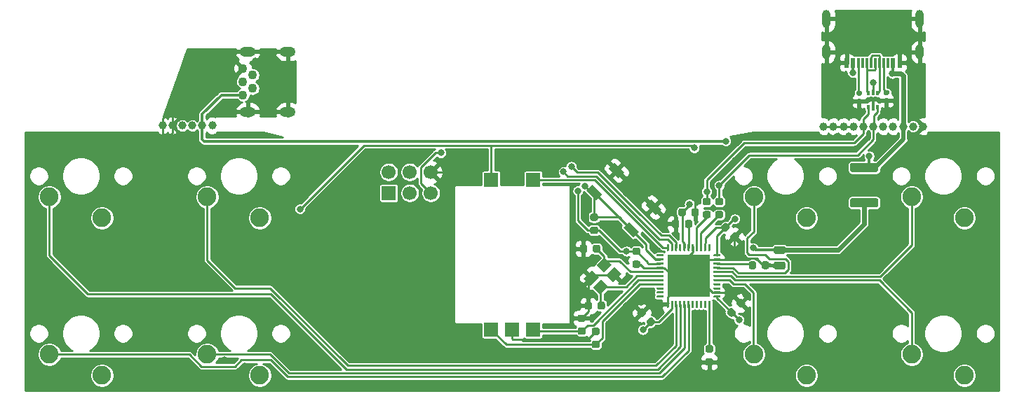
<source format=gbr>
%TF.GenerationSoftware,KiCad,Pcbnew,(5.1.6)-1*%
%TF.CreationDate,2022-02-02T11:22:03-06:00*%
%TF.ProjectId,Pikatea R26 PCB,50696b61-7465-4612-9052-323620504342,rev?*%
%TF.SameCoordinates,Original*%
%TF.FileFunction,Copper,L1,Top*%
%TF.FilePolarity,Positive*%
%FSLAX46Y46*%
G04 Gerber Fmt 4.6, Leading zero omitted, Abs format (unit mm)*
G04 Created by KiCad (PCBNEW (5.1.6)-1) date 2022-02-02 11:22:03*
%MOMM*%
%LPD*%
G01*
G04 APERTURE LIST*
%TA.AperFunction,ComponentPad*%
%ADD10C,1.000000*%
%TD*%
%TA.AperFunction,ComponentPad*%
%ADD11C,1.700000*%
%TD*%
%TA.AperFunction,ComponentPad*%
%ADD12R,1.700000X1.700000*%
%TD*%
%TA.AperFunction,SMDPad,CuDef*%
%ADD13C,0.100000*%
%TD*%
%TA.AperFunction,ComponentPad*%
%ADD14O,1.900000X1.200000*%
%TD*%
%TA.AperFunction,ComponentPad*%
%ADD15C,1.100000*%
%TD*%
%TA.AperFunction,ComponentPad*%
%ADD16O,1.000000X2.200000*%
%TD*%
%TA.AperFunction,ComponentPad*%
%ADD17O,1.000000X1.800000*%
%TD*%
%TA.AperFunction,SMDPad,CuDef*%
%ADD18R,0.300000X1.150000*%
%TD*%
%TA.AperFunction,SMDPad,CuDef*%
%ADD19R,0.600000X1.150000*%
%TD*%
%TA.AperFunction,SMDPad,CuDef*%
%ADD20R,0.375000X0.500000*%
%TD*%
%TA.AperFunction,SMDPad,CuDef*%
%ADD21R,0.300000X0.650000*%
%TD*%
%TA.AperFunction,SMDPad,CuDef*%
%ADD22R,5.150000X5.150000*%
%TD*%
%TA.AperFunction,ComponentPad*%
%ADD23C,2.250000*%
%TD*%
%TA.AperFunction,ViaPad*%
%ADD24C,0.800000*%
%TD*%
%TA.AperFunction,Conductor*%
%ADD25C,0.254000*%
%TD*%
%TA.AperFunction,Conductor*%
%ADD26C,0.354000*%
%TD*%
%TA.AperFunction,Conductor*%
%ADD27C,0.554000*%
%TD*%
%TA.AperFunction,Conductor*%
%ADD28C,0.540000*%
%TD*%
%TA.AperFunction,Conductor*%
%ADD29C,0.500000*%
%TD*%
G04 APERTURE END LIST*
D10*
%TO.P,J4,1*%
%TO.N,GND*%
X89200000Y-94500000D03*
X90400000Y-94500000D03*
%TO.P,J4,2*%
%TO.N,USB_D_R+*%
X91600000Y-94500000D03*
%TO.P,J4,1*%
%TO.N,GND*%
X95200000Y-94500000D03*
%TO.P,J4,4*%
%TO.N,VCC_USB*%
X94000000Y-94500000D03*
%TO.P,J4,3*%
%TO.N,USB_D_R-*%
X92800000Y-94500000D03*
%TD*%
%TO.P,J3,1*%
%TO.N,GND*%
X181000000Y-94600000D03*
X169000000Y-94600000D03*
X170200000Y-94600000D03*
X171400000Y-94600000D03*
X172600000Y-94600000D03*
%TO.P,J3,2*%
%TO.N,USB_D_R+*%
X173800000Y-94600000D03*
%TO.P,J3,4*%
%TO.N,VCC_USB*%
X179800000Y-94600000D03*
X178600000Y-94600000D03*
%TO.P,J3,1*%
%TO.N,GND*%
X177400000Y-94600000D03*
X176200000Y-94600000D03*
%TO.P,J3,3*%
%TO.N,USB_D_R-*%
X175000000Y-94600000D03*
%TD*%
D11*
%TO.P,J1,6*%
%TO.N,GND*%
X121590000Y-100130000D03*
%TO.P,J1,5*%
%TO.N,Reset*%
X121590000Y-102670000D03*
%TO.P,J1,4*%
%TO.N,MOSI*%
X119050000Y-100130000D03*
%TO.P,J1,3*%
%TO.N,SCK*%
X119050000Y-102670000D03*
%TO.P,J1,2*%
%TO.N,VCC*%
X116510000Y-100130000D03*
D12*
%TO.P,J1,1*%
%TO.N,C_5*%
X116510000Y-102670000D03*
%TD*%
%TA.AperFunction,SMDPad,CuDef*%
D13*
%TO.P,SW1,2*%
%TO.N,Reset*%
G36*
X144829289Y-106823402D02*
G01*
X145536396Y-106116295D01*
X146738477Y-107318376D01*
X146031370Y-108025483D01*
X144829289Y-106823402D01*
G37*
%TD.AperFunction*%
%TA.AperFunction,SMDPad,CuDef*%
G36*
X140374517Y-102368630D02*
G01*
X141081624Y-101661523D01*
X142283705Y-102863604D01*
X141576598Y-103570711D01*
X140374517Y-102368630D01*
G37*
%TD.AperFunction*%
%TA.AperFunction,SMDPad,CuDef*%
%TO.P,SW1,1*%
%TO.N,GND*%
G36*
X147516295Y-104136396D02*
G01*
X148223402Y-103429289D01*
X149425483Y-104631370D01*
X148718376Y-105338477D01*
X147516295Y-104136396D01*
G37*
%TD.AperFunction*%
%TA.AperFunction,SMDPad,CuDef*%
G36*
X143061523Y-99681624D02*
G01*
X143768630Y-98974517D01*
X144970711Y-100176598D01*
X144263604Y-100883705D01*
X143061523Y-99681624D01*
G37*
%TD.AperFunction*%
%TD*%
%TO.P,R5,2*%
%TO.N,Reset*%
%TA.AperFunction,SMDPad,CuDef*%
G36*
G01*
X141556250Y-106037500D02*
X141043750Y-106037500D01*
G75*
G02*
X140825000Y-105818750I0J218750D01*
G01*
X140825000Y-105381250D01*
G75*
G02*
X141043750Y-105162500I218750J0D01*
G01*
X141556250Y-105162500D01*
G75*
G02*
X141775000Y-105381250I0J-218750D01*
G01*
X141775000Y-105818750D01*
G75*
G02*
X141556250Y-106037500I-218750J0D01*
G01*
G37*
%TD.AperFunction*%
%TO.P,R5,1*%
%TO.N,VCC*%
%TA.AperFunction,SMDPad,CuDef*%
G36*
G01*
X141556250Y-107612500D02*
X141043750Y-107612500D01*
G75*
G02*
X140825000Y-107393750I0J218750D01*
G01*
X140825000Y-106956250D01*
G75*
G02*
X141043750Y-106737500I218750J0D01*
G01*
X141556250Y-106737500D01*
G75*
G02*
X141775000Y-106956250I0J-218750D01*
G01*
X141775000Y-107393750D01*
G75*
G02*
X141556250Y-107612500I-218750J0D01*
G01*
G37*
%TD.AperFunction*%
%TD*%
D14*
%TO.P,J2,6*%
%TO.N,GND*%
X99500000Y-85550000D03*
X99500000Y-92850000D03*
D15*
%TO.P,J2,1*%
%TO.N,VCC_USB*%
X98900000Y-90800000D03*
%TO.P,J2,2*%
%TO.N,USB_D_R-*%
X100100000Y-90000000D03*
%TO.P,J2,3*%
%TO.N,USB_D_R+*%
X98900000Y-89200000D03*
%TO.P,J2,4*%
%TO.N,Net-(J2-Pad4)*%
X100100000Y-88400000D03*
%TO.P,J2,5*%
%TO.N,GND*%
X98900000Y-87600000D03*
D14*
%TO.P,J2,6*%
X104320000Y-92850000D03*
X104320000Y-85550000D03*
%TD*%
%TA.AperFunction,SMDPad,CuDef*%
D13*
%TO.P,Y1,4*%
%TO.N,GND*%
G36*
X140885786Y-113831371D02*
G01*
X140037258Y-112982843D01*
X141027208Y-111992893D01*
X141875736Y-112841421D01*
X140885786Y-113831371D01*
G37*
%TD.AperFunction*%
%TA.AperFunction,SMDPad,CuDef*%
%TO.P,Y1,3*%
%TO.N,Net-(C5-Pad1)*%
G36*
X142441421Y-112275736D02*
G01*
X141592893Y-111427208D01*
X142582843Y-110437258D01*
X143431371Y-111285786D01*
X142441421Y-112275736D01*
G37*
%TD.AperFunction*%
%TA.AperFunction,SMDPad,CuDef*%
%TO.P,Y1,2*%
%TO.N,GND*%
G36*
X143572792Y-113407107D02*
G01*
X142724264Y-112558579D01*
X143714214Y-111568629D01*
X144562742Y-112417157D01*
X143572792Y-113407107D01*
G37*
%TD.AperFunction*%
%TA.AperFunction,SMDPad,CuDef*%
%TO.P,Y1,1*%
%TO.N,Net-(C1-Pad1)*%
G36*
X142017157Y-114962742D02*
G01*
X141168629Y-114114214D01*
X142158579Y-113124264D01*
X143007107Y-113972792D01*
X142017157Y-114962742D01*
G37*
%TD.AperFunction*%
%TD*%
D16*
%TO.P,USB1,13*%
%TO.N,GND*%
X169360000Y-81600000D03*
X180600000Y-81600000D03*
D17*
X169360000Y-85600000D03*
X180600000Y-85600000D03*
D18*
%TO.P,USB1,6*%
%TO.N,USB_D+*%
X175230000Y-86900000D03*
%TO.P,USB1,7*%
%TO.N,USB_D-*%
X174730000Y-86900000D03*
%TO.P,USB1,8*%
%TO.N,USB_D+*%
X174230000Y-86900000D03*
%TO.P,USB1,5*%
%TO.N,USB_D-*%
X175730000Y-86900000D03*
%TO.P,USB1,9*%
%TO.N,Net-(USB1-Pad9)*%
X173730000Y-86900000D03*
%TO.P,USB1,4*%
%TO.N,Net-(R1-Pad2)*%
X176230000Y-86900000D03*
%TO.P,USB1,10*%
%TO.N,Net-(R2-Pad2)*%
X173230000Y-86900000D03*
%TO.P,USB1,3*%
%TO.N,Net-(USB1-Pad3)*%
X176730000Y-86900000D03*
D19*
%TO.P,USB1,2*%
%TO.N,VCC_USB*%
X177380000Y-86900000D03*
%TO.P,USB1,11*%
X172580000Y-86900000D03*
%TO.P,USB1,1*%
%TO.N,GND*%
X178180000Y-86900000D03*
%TO.P,USB1,12*%
X171780000Y-86900000D03*
%TD*%
D20*
%TO.P,U2,6*%
%TO.N,USB_D_R-*%
X175500000Y-92250000D03*
%TO.P,U2,4*%
%TO.N,USB_D_R+*%
X174425000Y-92250000D03*
D21*
%TO.P,U2,2*%
%TO.N,VCC_USB*%
X174962500Y-90475000D03*
%TO.P,U2,5*%
%TO.N,GND*%
X174962500Y-92325000D03*
D20*
%TO.P,U2,3*%
%TO.N,USB_D+*%
X174425000Y-90550000D03*
%TO.P,U2,1*%
%TO.N,USB_D-*%
X175500000Y-90550000D03*
%TD*%
D22*
%TO.P,U1,45*%
%TO.N,N/C*%
X152700000Y-112700000D03*
%TO.P,U1,44*%
%TO.N,VCC*%
%TA.AperFunction,SMDPad,CuDef*%
G36*
G01*
X155762500Y-110075000D02*
X156512500Y-110075000D01*
G75*
G02*
X156575000Y-110137500I0J-62500D01*
G01*
X156575000Y-110262500D01*
G75*
G02*
X156512500Y-110325000I-62500J0D01*
G01*
X155762500Y-110325000D01*
G75*
G02*
X155700000Y-110262500I0J62500D01*
G01*
X155700000Y-110137500D01*
G75*
G02*
X155762500Y-110075000I62500J0D01*
G01*
G37*
%TD.AperFunction*%
%TO.P,U1,43*%
%TO.N,GND*%
%TA.AperFunction,SMDPad,CuDef*%
G36*
G01*
X155762500Y-110575000D02*
X156512500Y-110575000D01*
G75*
G02*
X156575000Y-110637500I0J-62500D01*
G01*
X156575000Y-110762500D01*
G75*
G02*
X156512500Y-110825000I-62500J0D01*
G01*
X155762500Y-110825000D01*
G75*
G02*
X155700000Y-110762500I0J62500D01*
G01*
X155700000Y-110637500D01*
G75*
G02*
X155762500Y-110575000I62500J0D01*
G01*
G37*
%TD.AperFunction*%
%TO.P,U1,42*%
%TO.N,Net-(C6-Pad1)*%
%TA.AperFunction,SMDPad,CuDef*%
G36*
G01*
X155762500Y-111075000D02*
X156512500Y-111075000D01*
G75*
G02*
X156575000Y-111137500I0J-62500D01*
G01*
X156575000Y-111262500D01*
G75*
G02*
X156512500Y-111325000I-62500J0D01*
G01*
X155762500Y-111325000D01*
G75*
G02*
X155700000Y-111262500I0J62500D01*
G01*
X155700000Y-111137500D01*
G75*
G02*
X155762500Y-111075000I62500J0D01*
G01*
G37*
%TD.AperFunction*%
%TO.P,U1,41*%
%TO.N,C_3*%
%TA.AperFunction,SMDPad,CuDef*%
G36*
G01*
X155762500Y-111575000D02*
X156512500Y-111575000D01*
G75*
G02*
X156575000Y-111637500I0J-62500D01*
G01*
X156575000Y-111762500D01*
G75*
G02*
X156512500Y-111825000I-62500J0D01*
G01*
X155762500Y-111825000D01*
G75*
G02*
X155700000Y-111762500I0J62500D01*
G01*
X155700000Y-111637500D01*
G75*
G02*
X155762500Y-111575000I62500J0D01*
G01*
G37*
%TD.AperFunction*%
%TO.P,U1,40*%
%TO.N,C_4*%
%TA.AperFunction,SMDPad,CuDef*%
G36*
G01*
X155762500Y-112075000D02*
X156512500Y-112075000D01*
G75*
G02*
X156575000Y-112137500I0J-62500D01*
G01*
X156575000Y-112262500D01*
G75*
G02*
X156512500Y-112325000I-62500J0D01*
G01*
X155762500Y-112325000D01*
G75*
G02*
X155700000Y-112262500I0J62500D01*
G01*
X155700000Y-112137500D01*
G75*
G02*
X155762500Y-112075000I62500J0D01*
G01*
G37*
%TD.AperFunction*%
%TO.P,U1,39*%
%TO.N,C_9*%
%TA.AperFunction,SMDPad,CuDef*%
G36*
G01*
X155762500Y-112575000D02*
X156512500Y-112575000D01*
G75*
G02*
X156575000Y-112637500I0J-62500D01*
G01*
X156575000Y-112762500D01*
G75*
G02*
X156512500Y-112825000I-62500J0D01*
G01*
X155762500Y-112825000D01*
G75*
G02*
X155700000Y-112762500I0J62500D01*
G01*
X155700000Y-112637500D01*
G75*
G02*
X155762500Y-112575000I62500J0D01*
G01*
G37*
%TD.AperFunction*%
%TO.P,U1,38*%
%TO.N,C_8*%
%TA.AperFunction,SMDPad,CuDef*%
G36*
G01*
X155762500Y-113075000D02*
X156512500Y-113075000D01*
G75*
G02*
X156575000Y-113137500I0J-62500D01*
G01*
X156575000Y-113262500D01*
G75*
G02*
X156512500Y-113325000I-62500J0D01*
G01*
X155762500Y-113325000D01*
G75*
G02*
X155700000Y-113262500I0J62500D01*
G01*
X155700000Y-113137500D01*
G75*
G02*
X155762500Y-113075000I62500J0D01*
G01*
G37*
%TD.AperFunction*%
%TO.P,U1,37*%
%TO.N,Net-(U1-Pad37)*%
%TA.AperFunction,SMDPad,CuDef*%
G36*
G01*
X155762500Y-113575000D02*
X156512500Y-113575000D01*
G75*
G02*
X156575000Y-113637500I0J-62500D01*
G01*
X156575000Y-113762500D01*
G75*
G02*
X156512500Y-113825000I-62500J0D01*
G01*
X155762500Y-113825000D01*
G75*
G02*
X155700000Y-113762500I0J62500D01*
G01*
X155700000Y-113637500D01*
G75*
G02*
X155762500Y-113575000I62500J0D01*
G01*
G37*
%TD.AperFunction*%
%TO.P,U1,36*%
%TO.N,Net-(U1-Pad36)*%
%TA.AperFunction,SMDPad,CuDef*%
G36*
G01*
X155762500Y-114075000D02*
X156512500Y-114075000D01*
G75*
G02*
X156575000Y-114137500I0J-62500D01*
G01*
X156575000Y-114262500D01*
G75*
G02*
X156512500Y-114325000I-62500J0D01*
G01*
X155762500Y-114325000D01*
G75*
G02*
X155700000Y-114262500I0J62500D01*
G01*
X155700000Y-114137500D01*
G75*
G02*
X155762500Y-114075000I62500J0D01*
G01*
G37*
%TD.AperFunction*%
%TO.P,U1,35*%
%TO.N,GND*%
%TA.AperFunction,SMDPad,CuDef*%
G36*
G01*
X155762500Y-114575000D02*
X156512500Y-114575000D01*
G75*
G02*
X156575000Y-114637500I0J-62500D01*
G01*
X156575000Y-114762500D01*
G75*
G02*
X156512500Y-114825000I-62500J0D01*
G01*
X155762500Y-114825000D01*
G75*
G02*
X155700000Y-114762500I0J62500D01*
G01*
X155700000Y-114637500D01*
G75*
G02*
X155762500Y-114575000I62500J0D01*
G01*
G37*
%TD.AperFunction*%
%TO.P,U1,34*%
%TO.N,VCC*%
%TA.AperFunction,SMDPad,CuDef*%
G36*
G01*
X155762500Y-115075000D02*
X156512500Y-115075000D01*
G75*
G02*
X156575000Y-115137500I0J-62500D01*
G01*
X156575000Y-115262500D01*
G75*
G02*
X156512500Y-115325000I-62500J0D01*
G01*
X155762500Y-115325000D01*
G75*
G02*
X155700000Y-115262500I0J62500D01*
G01*
X155700000Y-115137500D01*
G75*
G02*
X155762500Y-115075000I62500J0D01*
G01*
G37*
%TD.AperFunction*%
%TO.P,U1,33*%
%TO.N,HWB*%
%TA.AperFunction,SMDPad,CuDef*%
G36*
G01*
X155137500Y-115700000D02*
X155262500Y-115700000D01*
G75*
G02*
X155325000Y-115762500I0J-62500D01*
G01*
X155325000Y-116512500D01*
G75*
G02*
X155262500Y-116575000I-62500J0D01*
G01*
X155137500Y-116575000D01*
G75*
G02*
X155075000Y-116512500I0J62500D01*
G01*
X155075000Y-115762500D01*
G75*
G02*
X155137500Y-115700000I62500J0D01*
G01*
G37*
%TD.AperFunction*%
%TO.P,U1,32*%
%TO.N,Net-(U1-Pad32)*%
%TA.AperFunction,SMDPad,CuDef*%
G36*
G01*
X154637500Y-115700000D02*
X154762500Y-115700000D01*
G75*
G02*
X154825000Y-115762500I0J-62500D01*
G01*
X154825000Y-116512500D01*
G75*
G02*
X154762500Y-116575000I-62500J0D01*
G01*
X154637500Y-116575000D01*
G75*
G02*
X154575000Y-116512500I0J62500D01*
G01*
X154575000Y-115762500D01*
G75*
G02*
X154637500Y-115700000I62500J0D01*
G01*
G37*
%TD.AperFunction*%
%TO.P,U1,31*%
%TO.N,Net-(U1-Pad31)*%
%TA.AperFunction,SMDPad,CuDef*%
G36*
G01*
X154137500Y-115700000D02*
X154262500Y-115700000D01*
G75*
G02*
X154325000Y-115762500I0J-62500D01*
G01*
X154325000Y-116512500D01*
G75*
G02*
X154262500Y-116575000I-62500J0D01*
G01*
X154137500Y-116575000D01*
G75*
G02*
X154075000Y-116512500I0J62500D01*
G01*
X154075000Y-115762500D01*
G75*
G02*
X154137500Y-115700000I62500J0D01*
G01*
G37*
%TD.AperFunction*%
%TO.P,U1,30*%
%TO.N,Net-(U1-Pad30)*%
%TA.AperFunction,SMDPad,CuDef*%
G36*
G01*
X153637500Y-115700000D02*
X153762500Y-115700000D01*
G75*
G02*
X153825000Y-115762500I0J-62500D01*
G01*
X153825000Y-116512500D01*
G75*
G02*
X153762500Y-116575000I-62500J0D01*
G01*
X153637500Y-116575000D01*
G75*
G02*
X153575000Y-116512500I0J62500D01*
G01*
X153575000Y-115762500D01*
G75*
G02*
X153637500Y-115700000I62500J0D01*
G01*
G37*
%TD.AperFunction*%
%TO.P,U1,29*%
%TO.N,Net-(U1-Pad29)*%
%TA.AperFunction,SMDPad,CuDef*%
G36*
G01*
X153137500Y-115700000D02*
X153262500Y-115700000D01*
G75*
G02*
X153325000Y-115762500I0J-62500D01*
G01*
X153325000Y-116512500D01*
G75*
G02*
X153262500Y-116575000I-62500J0D01*
G01*
X153137500Y-116575000D01*
G75*
G02*
X153075000Y-116512500I0J62500D01*
G01*
X153075000Y-115762500D01*
G75*
G02*
X153137500Y-115700000I62500J0D01*
G01*
G37*
%TD.AperFunction*%
%TO.P,U1,28*%
%TO.N,C_6*%
%TA.AperFunction,SMDPad,CuDef*%
G36*
G01*
X152637500Y-115700000D02*
X152762500Y-115700000D01*
G75*
G02*
X152825000Y-115762500I0J-62500D01*
G01*
X152825000Y-116512500D01*
G75*
G02*
X152762500Y-116575000I-62500J0D01*
G01*
X152637500Y-116575000D01*
G75*
G02*
X152575000Y-116512500I0J62500D01*
G01*
X152575000Y-115762500D01*
G75*
G02*
X152637500Y-115700000I62500J0D01*
G01*
G37*
%TD.AperFunction*%
%TO.P,U1,27*%
%TO.N,C_7*%
%TA.AperFunction,SMDPad,CuDef*%
G36*
G01*
X152137500Y-115700000D02*
X152262500Y-115700000D01*
G75*
G02*
X152325000Y-115762500I0J-62500D01*
G01*
X152325000Y-116512500D01*
G75*
G02*
X152262500Y-116575000I-62500J0D01*
G01*
X152137500Y-116575000D01*
G75*
G02*
X152075000Y-116512500I0J62500D01*
G01*
X152075000Y-115762500D01*
G75*
G02*
X152137500Y-115700000I62500J0D01*
G01*
G37*
%TD.AperFunction*%
%TO.P,U1,26*%
%TO.N,C_1*%
%TA.AperFunction,SMDPad,CuDef*%
G36*
G01*
X151637500Y-115700000D02*
X151762500Y-115700000D01*
G75*
G02*
X151825000Y-115762500I0J-62500D01*
G01*
X151825000Y-116512500D01*
G75*
G02*
X151762500Y-116575000I-62500J0D01*
G01*
X151637500Y-116575000D01*
G75*
G02*
X151575000Y-116512500I0J62500D01*
G01*
X151575000Y-115762500D01*
G75*
G02*
X151637500Y-115700000I62500J0D01*
G01*
G37*
%TD.AperFunction*%
%TO.P,U1,25*%
%TO.N,C_2*%
%TA.AperFunction,SMDPad,CuDef*%
G36*
G01*
X151137500Y-115700000D02*
X151262500Y-115700000D01*
G75*
G02*
X151325000Y-115762500I0J-62500D01*
G01*
X151325000Y-116512500D01*
G75*
G02*
X151262500Y-116575000I-62500J0D01*
G01*
X151137500Y-116575000D01*
G75*
G02*
X151075000Y-116512500I0J62500D01*
G01*
X151075000Y-115762500D01*
G75*
G02*
X151137500Y-115700000I62500J0D01*
G01*
G37*
%TD.AperFunction*%
%TO.P,U1,24*%
%TO.N,VCC*%
%TA.AperFunction,SMDPad,CuDef*%
G36*
G01*
X150637500Y-115700000D02*
X150762500Y-115700000D01*
G75*
G02*
X150825000Y-115762500I0J-62500D01*
G01*
X150825000Y-116512500D01*
G75*
G02*
X150762500Y-116575000I-62500J0D01*
G01*
X150637500Y-116575000D01*
G75*
G02*
X150575000Y-116512500I0J62500D01*
G01*
X150575000Y-115762500D01*
G75*
G02*
X150637500Y-115700000I62500J0D01*
G01*
G37*
%TD.AperFunction*%
%TO.P,U1,23*%
%TO.N,GND*%
%TA.AperFunction,SMDPad,CuDef*%
G36*
G01*
X150137500Y-115700000D02*
X150262500Y-115700000D01*
G75*
G02*
X150325000Y-115762500I0J-62500D01*
G01*
X150325000Y-116512500D01*
G75*
G02*
X150262500Y-116575000I-62500J0D01*
G01*
X150137500Y-116575000D01*
G75*
G02*
X150075000Y-116512500I0J62500D01*
G01*
X150075000Y-115762500D01*
G75*
G02*
X150137500Y-115700000I62500J0D01*
G01*
G37*
%TD.AperFunction*%
%TO.P,U1,22*%
%TO.N,Net-(U1-Pad22)*%
%TA.AperFunction,SMDPad,CuDef*%
G36*
G01*
X148887500Y-115075000D02*
X149637500Y-115075000D01*
G75*
G02*
X149700000Y-115137500I0J-62500D01*
G01*
X149700000Y-115262500D01*
G75*
G02*
X149637500Y-115325000I-62500J0D01*
G01*
X148887500Y-115325000D01*
G75*
G02*
X148825000Y-115262500I0J62500D01*
G01*
X148825000Y-115137500D01*
G75*
G02*
X148887500Y-115075000I62500J0D01*
G01*
G37*
%TD.AperFunction*%
%TO.P,U1,21*%
%TO.N,Net-(U1-Pad21)*%
%TA.AperFunction,SMDPad,CuDef*%
G36*
G01*
X148887500Y-114575000D02*
X149637500Y-114575000D01*
G75*
G02*
X149700000Y-114637500I0J-62500D01*
G01*
X149700000Y-114762500D01*
G75*
G02*
X149637500Y-114825000I-62500J0D01*
G01*
X148887500Y-114825000D01*
G75*
G02*
X148825000Y-114762500I0J62500D01*
G01*
X148825000Y-114637500D01*
G75*
G02*
X148887500Y-114575000I62500J0D01*
G01*
G37*
%TD.AperFunction*%
%TO.P,U1,20*%
%TO.N,Net-(U1-Pad20)*%
%TA.AperFunction,SMDPad,CuDef*%
G36*
G01*
X148887500Y-114075000D02*
X149637500Y-114075000D01*
G75*
G02*
X149700000Y-114137500I0J-62500D01*
G01*
X149700000Y-114262500D01*
G75*
G02*
X149637500Y-114325000I-62500J0D01*
G01*
X148887500Y-114325000D01*
G75*
G02*
X148825000Y-114262500I0J62500D01*
G01*
X148825000Y-114137500D01*
G75*
G02*
X148887500Y-114075000I62500J0D01*
G01*
G37*
%TD.AperFunction*%
%TO.P,U1,19*%
%TO.N,Knob_B*%
%TA.AperFunction,SMDPad,CuDef*%
G36*
G01*
X148887500Y-113575000D02*
X149637500Y-113575000D01*
G75*
G02*
X149700000Y-113637500I0J-62500D01*
G01*
X149700000Y-113762500D01*
G75*
G02*
X149637500Y-113825000I-62500J0D01*
G01*
X148887500Y-113825000D01*
G75*
G02*
X148825000Y-113762500I0J62500D01*
G01*
X148825000Y-113637500D01*
G75*
G02*
X148887500Y-113575000I62500J0D01*
G01*
G37*
%TD.AperFunction*%
%TO.P,U1,18*%
%TO.N,Knob_A*%
%TA.AperFunction,SMDPad,CuDef*%
G36*
G01*
X148887500Y-113075000D02*
X149637500Y-113075000D01*
G75*
G02*
X149700000Y-113137500I0J-62500D01*
G01*
X149700000Y-113262500D01*
G75*
G02*
X149637500Y-113325000I-62500J0D01*
G01*
X148887500Y-113325000D01*
G75*
G02*
X148825000Y-113262500I0J62500D01*
G01*
X148825000Y-113137500D01*
G75*
G02*
X148887500Y-113075000I62500J0D01*
G01*
G37*
%TD.AperFunction*%
%TO.P,U1,17*%
%TO.N,Net-(C1-Pad1)*%
%TA.AperFunction,SMDPad,CuDef*%
G36*
G01*
X148887500Y-112575000D02*
X149637500Y-112575000D01*
G75*
G02*
X149700000Y-112637500I0J-62500D01*
G01*
X149700000Y-112762500D01*
G75*
G02*
X149637500Y-112825000I-62500J0D01*
G01*
X148887500Y-112825000D01*
G75*
G02*
X148825000Y-112762500I0J62500D01*
G01*
X148825000Y-112637500D01*
G75*
G02*
X148887500Y-112575000I62500J0D01*
G01*
G37*
%TD.AperFunction*%
%TO.P,U1,16*%
%TO.N,Net-(C5-Pad1)*%
%TA.AperFunction,SMDPad,CuDef*%
G36*
G01*
X148887500Y-112075000D02*
X149637500Y-112075000D01*
G75*
G02*
X149700000Y-112137500I0J-62500D01*
G01*
X149700000Y-112262500D01*
G75*
G02*
X149637500Y-112325000I-62500J0D01*
G01*
X148887500Y-112325000D01*
G75*
G02*
X148825000Y-112262500I0J62500D01*
G01*
X148825000Y-112137500D01*
G75*
G02*
X148887500Y-112075000I62500J0D01*
G01*
G37*
%TD.AperFunction*%
%TO.P,U1,15*%
%TO.N,GND*%
%TA.AperFunction,SMDPad,CuDef*%
G36*
G01*
X148887500Y-111575000D02*
X149637500Y-111575000D01*
G75*
G02*
X149700000Y-111637500I0J-62500D01*
G01*
X149700000Y-111762500D01*
G75*
G02*
X149637500Y-111825000I-62500J0D01*
G01*
X148887500Y-111825000D01*
G75*
G02*
X148825000Y-111762500I0J62500D01*
G01*
X148825000Y-111637500D01*
G75*
G02*
X148887500Y-111575000I62500J0D01*
G01*
G37*
%TD.AperFunction*%
%TO.P,U1,14*%
%TO.N,VCC*%
%TA.AperFunction,SMDPad,CuDef*%
G36*
G01*
X148887500Y-111075000D02*
X149637500Y-111075000D01*
G75*
G02*
X149700000Y-111137500I0J-62500D01*
G01*
X149700000Y-111262500D01*
G75*
G02*
X149637500Y-111325000I-62500J0D01*
G01*
X148887500Y-111325000D01*
G75*
G02*
X148825000Y-111262500I0J62500D01*
G01*
X148825000Y-111137500D01*
G75*
G02*
X148887500Y-111075000I62500J0D01*
G01*
G37*
%TD.AperFunction*%
%TO.P,U1,13*%
%TO.N,Reset*%
%TA.AperFunction,SMDPad,CuDef*%
G36*
G01*
X148887500Y-110575000D02*
X149637500Y-110575000D01*
G75*
G02*
X149700000Y-110637500I0J-62500D01*
G01*
X149700000Y-110762500D01*
G75*
G02*
X149637500Y-110825000I-62500J0D01*
G01*
X148887500Y-110825000D01*
G75*
G02*
X148825000Y-110762500I0J62500D01*
G01*
X148825000Y-110637500D01*
G75*
G02*
X148887500Y-110575000I62500J0D01*
G01*
G37*
%TD.AperFunction*%
%TO.P,U1,12*%
%TO.N,Net-(U1-Pad12)*%
%TA.AperFunction,SMDPad,CuDef*%
G36*
G01*
X148887500Y-110075000D02*
X149637500Y-110075000D01*
G75*
G02*
X149700000Y-110137500I0J-62500D01*
G01*
X149700000Y-110262500D01*
G75*
G02*
X149637500Y-110325000I-62500J0D01*
G01*
X148887500Y-110325000D01*
G75*
G02*
X148825000Y-110262500I0J62500D01*
G01*
X148825000Y-110137500D01*
G75*
G02*
X148887500Y-110075000I62500J0D01*
G01*
G37*
%TD.AperFunction*%
%TO.P,U1,11*%
%TO.N,C_5*%
%TA.AperFunction,SMDPad,CuDef*%
G36*
G01*
X150137500Y-108825000D02*
X150262500Y-108825000D01*
G75*
G02*
X150325000Y-108887500I0J-62500D01*
G01*
X150325000Y-109637500D01*
G75*
G02*
X150262500Y-109700000I-62500J0D01*
G01*
X150137500Y-109700000D01*
G75*
G02*
X150075000Y-109637500I0J62500D01*
G01*
X150075000Y-108887500D01*
G75*
G02*
X150137500Y-108825000I62500J0D01*
G01*
G37*
%TD.AperFunction*%
%TO.P,U1,10*%
%TO.N,MOSI*%
%TA.AperFunction,SMDPad,CuDef*%
G36*
G01*
X150637500Y-108825000D02*
X150762500Y-108825000D01*
G75*
G02*
X150825000Y-108887500I0J-62500D01*
G01*
X150825000Y-109637500D01*
G75*
G02*
X150762500Y-109700000I-62500J0D01*
G01*
X150637500Y-109700000D01*
G75*
G02*
X150575000Y-109637500I0J62500D01*
G01*
X150575000Y-108887500D01*
G75*
G02*
X150637500Y-108825000I62500J0D01*
G01*
G37*
%TD.AperFunction*%
%TO.P,U1,9*%
%TO.N,SCK*%
%TA.AperFunction,SMDPad,CuDef*%
G36*
G01*
X151137500Y-108825000D02*
X151262500Y-108825000D01*
G75*
G02*
X151325000Y-108887500I0J-62500D01*
G01*
X151325000Y-109637500D01*
G75*
G02*
X151262500Y-109700000I-62500J0D01*
G01*
X151137500Y-109700000D01*
G75*
G02*
X151075000Y-109637500I0J62500D01*
G01*
X151075000Y-108887500D01*
G75*
G02*
X151137500Y-108825000I62500J0D01*
G01*
G37*
%TD.AperFunction*%
%TO.P,U1,8*%
%TO.N,Net-(U1-Pad8)*%
%TA.AperFunction,SMDPad,CuDef*%
G36*
G01*
X151637500Y-108825000D02*
X151762500Y-108825000D01*
G75*
G02*
X151825000Y-108887500I0J-62500D01*
G01*
X151825000Y-109637500D01*
G75*
G02*
X151762500Y-109700000I-62500J0D01*
G01*
X151637500Y-109700000D01*
G75*
G02*
X151575000Y-109637500I0J62500D01*
G01*
X151575000Y-108887500D01*
G75*
G02*
X151637500Y-108825000I62500J0D01*
G01*
G37*
%TD.AperFunction*%
%TO.P,U1,7*%
%TO.N,VCC*%
%TA.AperFunction,SMDPad,CuDef*%
G36*
G01*
X152137500Y-108825000D02*
X152262500Y-108825000D01*
G75*
G02*
X152325000Y-108887500I0J-62500D01*
G01*
X152325000Y-109637500D01*
G75*
G02*
X152262500Y-109700000I-62500J0D01*
G01*
X152137500Y-109700000D01*
G75*
G02*
X152075000Y-109637500I0J62500D01*
G01*
X152075000Y-108887500D01*
G75*
G02*
X152137500Y-108825000I62500J0D01*
G01*
G37*
%TD.AperFunction*%
%TO.P,U1,6*%
%TO.N,USB_CAP*%
%TA.AperFunction,SMDPad,CuDef*%
G36*
G01*
X152637500Y-108825000D02*
X152762500Y-108825000D01*
G75*
G02*
X152825000Y-108887500I0J-62500D01*
G01*
X152825000Y-109637500D01*
G75*
G02*
X152762500Y-109700000I-62500J0D01*
G01*
X152637500Y-109700000D01*
G75*
G02*
X152575000Y-109637500I0J62500D01*
G01*
X152575000Y-108887500D01*
G75*
G02*
X152637500Y-108825000I62500J0D01*
G01*
G37*
%TD.AperFunction*%
%TO.P,U1,5*%
%TO.N,GND*%
%TA.AperFunction,SMDPad,CuDef*%
G36*
G01*
X153137500Y-108825000D02*
X153262500Y-108825000D01*
G75*
G02*
X153325000Y-108887500I0J-62500D01*
G01*
X153325000Y-109637500D01*
G75*
G02*
X153262500Y-109700000I-62500J0D01*
G01*
X153137500Y-109700000D01*
G75*
G02*
X153075000Y-109637500I0J62500D01*
G01*
X153075000Y-108887500D01*
G75*
G02*
X153137500Y-108825000I62500J0D01*
G01*
G37*
%TD.AperFunction*%
%TO.P,U1,4*%
%TO.N,Net-(R3-Pad1)*%
%TA.AperFunction,SMDPad,CuDef*%
G36*
G01*
X153637500Y-108825000D02*
X153762500Y-108825000D01*
G75*
G02*
X153825000Y-108887500I0J-62500D01*
G01*
X153825000Y-109637500D01*
G75*
G02*
X153762500Y-109700000I-62500J0D01*
G01*
X153637500Y-109700000D01*
G75*
G02*
X153575000Y-109637500I0J62500D01*
G01*
X153575000Y-108887500D01*
G75*
G02*
X153637500Y-108825000I62500J0D01*
G01*
G37*
%TD.AperFunction*%
%TO.P,U1,3*%
%TO.N,Net-(R4-Pad1)*%
%TA.AperFunction,SMDPad,CuDef*%
G36*
G01*
X154137500Y-108825000D02*
X154262500Y-108825000D01*
G75*
G02*
X154325000Y-108887500I0J-62500D01*
G01*
X154325000Y-109637500D01*
G75*
G02*
X154262500Y-109700000I-62500J0D01*
G01*
X154137500Y-109700000D01*
G75*
G02*
X154075000Y-109637500I0J62500D01*
G01*
X154075000Y-108887500D01*
G75*
G02*
X154137500Y-108825000I62500J0D01*
G01*
G37*
%TD.AperFunction*%
%TO.P,U1,2*%
%TO.N,VCC*%
%TA.AperFunction,SMDPad,CuDef*%
G36*
G01*
X154637500Y-108825000D02*
X154762500Y-108825000D01*
G75*
G02*
X154825000Y-108887500I0J-62500D01*
G01*
X154825000Y-109637500D01*
G75*
G02*
X154762500Y-109700000I-62500J0D01*
G01*
X154637500Y-109700000D01*
G75*
G02*
X154575000Y-109637500I0J62500D01*
G01*
X154575000Y-108887500D01*
G75*
G02*
X154637500Y-108825000I62500J0D01*
G01*
G37*
%TD.AperFunction*%
%TO.P,U1,1*%
%TO.N,Net-(U1-Pad1)*%
%TA.AperFunction,SMDPad,CuDef*%
G36*
G01*
X155137500Y-108825000D02*
X155262500Y-108825000D01*
G75*
G02*
X155325000Y-108887500I0J-62500D01*
G01*
X155325000Y-109637500D01*
G75*
G02*
X155262500Y-109700000I-62500J0D01*
G01*
X155137500Y-109700000D01*
G75*
G02*
X155075000Y-109637500I0J62500D01*
G01*
X155075000Y-108887500D01*
G75*
G02*
X155137500Y-108825000I62500J0D01*
G01*
G37*
%TD.AperFunction*%
%TD*%
D12*
%TO.P,SW2,S1*%
%TO.N,R_1*%
X128860000Y-101075000D03*
%TO.P,SW2,S2*%
%TO.N,C_5*%
X133940000Y-101075000D03*
%TO.P,SW2,C*%
%TO.N,GND*%
X131400000Y-119175000D03*
%TO.P,SW2,B*%
%TO.N,Knob_B*%
X128860000Y-119175000D03*
%TO.P,SW2,A*%
%TO.N,Knob_A*%
X133940000Y-119175000D03*
%TD*%
%TO.P,R_HWB1,2*%
%TO.N,HWB*%
%TA.AperFunction,SMDPad,CuDef*%
G36*
G01*
X155456250Y-121962500D02*
X154943750Y-121962500D01*
G75*
G02*
X154725000Y-121743750I0J218750D01*
G01*
X154725000Y-121306250D01*
G75*
G02*
X154943750Y-121087500I218750J0D01*
G01*
X155456250Y-121087500D01*
G75*
G02*
X155675000Y-121306250I0J-218750D01*
G01*
X155675000Y-121743750D01*
G75*
G02*
X155456250Y-121962500I-218750J0D01*
G01*
G37*
%TD.AperFunction*%
%TO.P,R_HWB1,1*%
%TO.N,GND*%
%TA.AperFunction,SMDPad,CuDef*%
G36*
G01*
X155456250Y-123537500D02*
X154943750Y-123537500D01*
G75*
G02*
X154725000Y-123318750I0J218750D01*
G01*
X154725000Y-122881250D01*
G75*
G02*
X154943750Y-122662500I218750J0D01*
G01*
X155456250Y-122662500D01*
G75*
G02*
X155675000Y-122881250I0J-218750D01*
G01*
X155675000Y-123318750D01*
G75*
G02*
X155456250Y-123537500I-218750J0D01*
G01*
G37*
%TD.AperFunction*%
%TD*%
%TO.P,R4,2*%
%TO.N,USB_D_R-*%
%TA.AperFunction,SMDPad,CuDef*%
G36*
G01*
X156656250Y-104137500D02*
X156143750Y-104137500D01*
G75*
G02*
X155925000Y-103918750I0J218750D01*
G01*
X155925000Y-103481250D01*
G75*
G02*
X156143750Y-103262500I218750J0D01*
G01*
X156656250Y-103262500D01*
G75*
G02*
X156875000Y-103481250I0J-218750D01*
G01*
X156875000Y-103918750D01*
G75*
G02*
X156656250Y-104137500I-218750J0D01*
G01*
G37*
%TD.AperFunction*%
%TO.P,R4,1*%
%TO.N,Net-(R4-Pad1)*%
%TA.AperFunction,SMDPad,CuDef*%
G36*
G01*
X156656250Y-105712500D02*
X156143750Y-105712500D01*
G75*
G02*
X155925000Y-105493750I0J218750D01*
G01*
X155925000Y-105056250D01*
G75*
G02*
X156143750Y-104837500I218750J0D01*
G01*
X156656250Y-104837500D01*
G75*
G02*
X156875000Y-105056250I0J-218750D01*
G01*
X156875000Y-105493750D01*
G75*
G02*
X156656250Y-105712500I-218750J0D01*
G01*
G37*
%TD.AperFunction*%
%TD*%
%TO.P,R3,2*%
%TO.N,USB_D_R+*%
%TA.AperFunction,SMDPad,CuDef*%
G36*
G01*
X155156250Y-104137500D02*
X154643750Y-104137500D01*
G75*
G02*
X154425000Y-103918750I0J218750D01*
G01*
X154425000Y-103481250D01*
G75*
G02*
X154643750Y-103262500I218750J0D01*
G01*
X155156250Y-103262500D01*
G75*
G02*
X155375000Y-103481250I0J-218750D01*
G01*
X155375000Y-103918750D01*
G75*
G02*
X155156250Y-104137500I-218750J0D01*
G01*
G37*
%TD.AperFunction*%
%TO.P,R3,1*%
%TO.N,Net-(R3-Pad1)*%
%TA.AperFunction,SMDPad,CuDef*%
G36*
G01*
X155156250Y-105712500D02*
X154643750Y-105712500D01*
G75*
G02*
X154425000Y-105493750I0J218750D01*
G01*
X154425000Y-105056250D01*
G75*
G02*
X154643750Y-104837500I218750J0D01*
G01*
X155156250Y-104837500D01*
G75*
G02*
X155375000Y-105056250I0J-218750D01*
G01*
X155375000Y-105493750D01*
G75*
G02*
X155156250Y-105712500I-218750J0D01*
G01*
G37*
%TD.AperFunction*%
%TD*%
%TO.P,R2,2*%
%TO.N,Net-(R2-Pad2)*%
%TA.AperFunction,SMDPad,CuDef*%
G36*
G01*
X173472500Y-90895000D02*
X173127500Y-90895000D01*
G75*
G02*
X172980000Y-90747500I0J147500D01*
G01*
X172980000Y-90452500D01*
G75*
G02*
X173127500Y-90305000I147500J0D01*
G01*
X173472500Y-90305000D01*
G75*
G02*
X173620000Y-90452500I0J-147500D01*
G01*
X173620000Y-90747500D01*
G75*
G02*
X173472500Y-90895000I-147500J0D01*
G01*
G37*
%TD.AperFunction*%
%TO.P,R2,1*%
%TO.N,GND*%
%TA.AperFunction,SMDPad,CuDef*%
G36*
G01*
X173472500Y-91865000D02*
X173127500Y-91865000D01*
G75*
G02*
X172980000Y-91717500I0J147500D01*
G01*
X172980000Y-91422500D01*
G75*
G02*
X173127500Y-91275000I147500J0D01*
G01*
X173472500Y-91275000D01*
G75*
G02*
X173620000Y-91422500I0J-147500D01*
G01*
X173620000Y-91717500D01*
G75*
G02*
X173472500Y-91865000I-147500J0D01*
G01*
G37*
%TD.AperFunction*%
%TD*%
%TO.P,R1,2*%
%TO.N,Net-(R1-Pad2)*%
%TA.AperFunction,SMDPad,CuDef*%
G36*
G01*
X176772500Y-90825000D02*
X176427500Y-90825000D01*
G75*
G02*
X176280000Y-90677500I0J147500D01*
G01*
X176280000Y-90382500D01*
G75*
G02*
X176427500Y-90235000I147500J0D01*
G01*
X176772500Y-90235000D01*
G75*
G02*
X176920000Y-90382500I0J-147500D01*
G01*
X176920000Y-90677500D01*
G75*
G02*
X176772500Y-90825000I-147500J0D01*
G01*
G37*
%TD.AperFunction*%
%TO.P,R1,1*%
%TO.N,GND*%
%TA.AperFunction,SMDPad,CuDef*%
G36*
G01*
X176772500Y-91795000D02*
X176427500Y-91795000D01*
G75*
G02*
X176280000Y-91647500I0J147500D01*
G01*
X176280000Y-91352500D01*
G75*
G02*
X176427500Y-91205000I147500J0D01*
G01*
X176772500Y-91205000D01*
G75*
G02*
X176920000Y-91352500I0J-147500D01*
G01*
X176920000Y-91647500D01*
G75*
G02*
X176772500Y-91795000I-147500J0D01*
G01*
G37*
%TD.AperFunction*%
%TD*%
D23*
%TO.P,MX_8,2*%
%TO.N,R_1*%
X185990000Y-105680000D03*
%TO.P,MX_8,1*%
%TO.N,C_4*%
X179640000Y-103140000D03*
%TD*%
%TO.P,MX_7,2*%
%TO.N,R_1*%
X166940000Y-105680000D03*
%TO.P,MX_7,1*%
%TO.N,C_3*%
X160590000Y-103140000D03*
%TD*%
%TO.P,MX_6,2*%
%TO.N,R_1*%
X166940000Y-124730000D03*
%TO.P,MX_6,1*%
%TO.N,C_8*%
X160590000Y-122190000D03*
%TD*%
%TO.P,MX_5,2*%
%TO.N,R_1*%
X100940000Y-124730000D03*
%TO.P,MX_5,1*%
%TO.N,C_7*%
X94590000Y-122190000D03*
%TD*%
%TO.P,MX_4,2*%
%TO.N,R_1*%
X100940000Y-105680000D03*
%TO.P,MX_4,1*%
%TO.N,C_2*%
X94590000Y-103140000D03*
%TD*%
%TO.P,MX_3,1*%
%TO.N,C_6*%
X75540000Y-122190000D03*
%TO.P,MX_3,2*%
%TO.N,R_1*%
X81890000Y-124730000D03*
%TD*%
%TO.P,MX_2,2*%
%TO.N,R_1*%
X81890000Y-105680000D03*
%TO.P,MX_2,1*%
%TO.N,C_1*%
X75540000Y-103140000D03*
%TD*%
%TO.P,MX_1,2*%
%TO.N,R_1*%
X185990000Y-124730000D03*
%TO.P,MX_1,1*%
%TO.N,C_9*%
X179640000Y-122190000D03*
%TD*%
%TO.P,F1,2*%
%TO.N,VCC_USB*%
%TA.AperFunction,SMDPad,CuDef*%
G36*
G01*
X175350001Y-100125000D02*
X172449999Y-100125000D01*
G75*
G02*
X172200000Y-99875001I0J249999D01*
G01*
X172200000Y-99249999D01*
G75*
G02*
X172449999Y-99000000I249999J0D01*
G01*
X175350001Y-99000000D01*
G75*
G02*
X175600000Y-99249999I0J-249999D01*
G01*
X175600000Y-99875001D01*
G75*
G02*
X175350001Y-100125000I-249999J0D01*
G01*
G37*
%TD.AperFunction*%
%TO.P,F1,1*%
%TO.N,VCC*%
%TA.AperFunction,SMDPad,CuDef*%
G36*
G01*
X175350001Y-104400000D02*
X172449999Y-104400000D01*
G75*
G02*
X172200000Y-104150001I0J249999D01*
G01*
X172200000Y-103524999D01*
G75*
G02*
X172449999Y-103275000I249999J0D01*
G01*
X175350001Y-103275000D01*
G75*
G02*
X175600000Y-103524999I0J-249999D01*
G01*
X175600000Y-104150001D01*
G75*
G02*
X175350001Y-104400000I-249999J0D01*
G01*
G37*
%TD.AperFunction*%
%TD*%
%TO.P,C12,2*%
%TO.N,GND*%
%TA.AperFunction,SMDPad,CuDef*%
G36*
G01*
X140056250Y-118250000D02*
X139543750Y-118250000D01*
G75*
G02*
X139325000Y-118031250I0J218750D01*
G01*
X139325000Y-117593750D01*
G75*
G02*
X139543750Y-117375000I218750J0D01*
G01*
X140056250Y-117375000D01*
G75*
G02*
X140275000Y-117593750I0J-218750D01*
G01*
X140275000Y-118031250D01*
G75*
G02*
X140056250Y-118250000I-218750J0D01*
G01*
G37*
%TD.AperFunction*%
%TO.P,C12,1*%
%TO.N,Knob_A*%
%TA.AperFunction,SMDPad,CuDef*%
G36*
G01*
X140056250Y-119825000D02*
X139543750Y-119825000D01*
G75*
G02*
X139325000Y-119606250I0J218750D01*
G01*
X139325000Y-119168750D01*
G75*
G02*
X139543750Y-118950000I218750J0D01*
G01*
X140056250Y-118950000D01*
G75*
G02*
X140275000Y-119168750I0J-218750D01*
G01*
X140275000Y-119606250D01*
G75*
G02*
X140056250Y-119825000I-218750J0D01*
G01*
G37*
%TD.AperFunction*%
%TD*%
%TO.P,C11,2*%
%TO.N,Knob_B*%
%TA.AperFunction,SMDPad,CuDef*%
G36*
G01*
X141243750Y-120550000D02*
X141756250Y-120550000D01*
G75*
G02*
X141975000Y-120768750I0J-218750D01*
G01*
X141975000Y-121206250D01*
G75*
G02*
X141756250Y-121425000I-218750J0D01*
G01*
X141243750Y-121425000D01*
G75*
G02*
X141025000Y-121206250I0J218750D01*
G01*
X141025000Y-120768750D01*
G75*
G02*
X141243750Y-120550000I218750J0D01*
G01*
G37*
%TD.AperFunction*%
%TO.P,C11,1*%
%TO.N,GND*%
%TA.AperFunction,SMDPad,CuDef*%
G36*
G01*
X141243750Y-118975000D02*
X141756250Y-118975000D01*
G75*
G02*
X141975000Y-119193750I0J-218750D01*
G01*
X141975000Y-119631250D01*
G75*
G02*
X141756250Y-119850000I-218750J0D01*
G01*
X141243750Y-119850000D01*
G75*
G02*
X141025000Y-119631250I0J218750D01*
G01*
X141025000Y-119193750D01*
G75*
G02*
X141243750Y-118975000I218750J0D01*
G01*
G37*
%TD.AperFunction*%
%TD*%
%TO.P,C10,2*%
%TO.N,GND*%
%TA.AperFunction,SMDPad,CuDef*%
G36*
G01*
X163243750Y-110950000D02*
X164156250Y-110950000D01*
G75*
G02*
X164400000Y-111193750I0J-243750D01*
G01*
X164400000Y-111681250D01*
G75*
G02*
X164156250Y-111925000I-243750J0D01*
G01*
X163243750Y-111925000D01*
G75*
G02*
X163000000Y-111681250I0J243750D01*
G01*
X163000000Y-111193750D01*
G75*
G02*
X163243750Y-110950000I243750J0D01*
G01*
G37*
%TD.AperFunction*%
%TO.P,C10,1*%
%TO.N,VCC*%
%TA.AperFunction,SMDPad,CuDef*%
G36*
G01*
X163243750Y-109075000D02*
X164156250Y-109075000D01*
G75*
G02*
X164400000Y-109318750I0J-243750D01*
G01*
X164400000Y-109806250D01*
G75*
G02*
X164156250Y-110050000I-243750J0D01*
G01*
X163243750Y-110050000D01*
G75*
G02*
X163000000Y-109806250I0J243750D01*
G01*
X163000000Y-109318750D01*
G75*
G02*
X163243750Y-109075000I243750J0D01*
G01*
G37*
%TD.AperFunction*%
%TD*%
%TO.P,C9,2*%
%TO.N,GND*%
%TA.AperFunction,SMDPad,CuDef*%
G36*
G01*
X157766292Y-107816184D02*
X158128684Y-107453791D01*
G75*
G02*
X158438044Y-107453791I154680J-154680D01*
G01*
X158747403Y-107763150D01*
G75*
G02*
X158747403Y-108072510I-154680J-154680D01*
G01*
X158385010Y-108434903D01*
G75*
G02*
X158075650Y-108434903I-154680J154680D01*
G01*
X157766291Y-108125544D01*
G75*
G02*
X157766291Y-107816184I154680J154680D01*
G01*
G37*
%TD.AperFunction*%
%TO.P,C9,1*%
%TO.N,VCC*%
%TA.AperFunction,SMDPad,CuDef*%
G36*
G01*
X156652598Y-106702490D02*
X157014990Y-106340097D01*
G75*
G02*
X157324350Y-106340097I154680J-154680D01*
G01*
X157633709Y-106649456D01*
G75*
G02*
X157633709Y-106958816I-154680J-154680D01*
G01*
X157271316Y-107321209D01*
G75*
G02*
X156961956Y-107321209I-154680J154680D01*
G01*
X156652597Y-107011850D01*
G75*
G02*
X156652597Y-106702490I154680J154680D01*
G01*
G37*
%TD.AperFunction*%
%TD*%
%TO.P,C8,2*%
%TO.N,GND*%
%TA.AperFunction,SMDPad,CuDef*%
G36*
G01*
X147533708Y-117271316D02*
X147171316Y-117633709D01*
G75*
G02*
X146861956Y-117633709I-154680J154680D01*
G01*
X146552597Y-117324350D01*
G75*
G02*
X146552597Y-117014990I154680J154680D01*
G01*
X146914990Y-116652597D01*
G75*
G02*
X147224350Y-116652597I154680J-154680D01*
G01*
X147533709Y-116961956D01*
G75*
G02*
X147533709Y-117271316I-154680J-154680D01*
G01*
G37*
%TD.AperFunction*%
%TO.P,C8,1*%
%TO.N,VCC*%
%TA.AperFunction,SMDPad,CuDef*%
G36*
G01*
X148647402Y-118385010D02*
X148285010Y-118747403D01*
G75*
G02*
X147975650Y-118747403I-154680J154680D01*
G01*
X147666291Y-118438044D01*
G75*
G02*
X147666291Y-118128684I154680J154680D01*
G01*
X148028684Y-117766291D01*
G75*
G02*
X148338044Y-117766291I154680J-154680D01*
G01*
X148647403Y-118075650D01*
G75*
G02*
X148647403Y-118385010I-154680J-154680D01*
G01*
G37*
%TD.AperFunction*%
%TD*%
%TO.P,C7,2*%
%TO.N,GND*%
%TA.AperFunction,SMDPad,CuDef*%
G36*
G01*
X146143750Y-110850000D02*
X146656250Y-110850000D01*
G75*
G02*
X146875000Y-111068750I0J-218750D01*
G01*
X146875000Y-111506250D01*
G75*
G02*
X146656250Y-111725000I-218750J0D01*
G01*
X146143750Y-111725000D01*
G75*
G02*
X145925000Y-111506250I0J218750D01*
G01*
X145925000Y-111068750D01*
G75*
G02*
X146143750Y-110850000I218750J0D01*
G01*
G37*
%TD.AperFunction*%
%TO.P,C7,1*%
%TO.N,VCC*%
%TA.AperFunction,SMDPad,CuDef*%
G36*
G01*
X146143750Y-109275000D02*
X146656250Y-109275000D01*
G75*
G02*
X146875000Y-109493750I0J-218750D01*
G01*
X146875000Y-109931250D01*
G75*
G02*
X146656250Y-110150000I-218750J0D01*
G01*
X146143750Y-110150000D01*
G75*
G02*
X145925000Y-109931250I0J218750D01*
G01*
X145925000Y-109493750D01*
G75*
G02*
X146143750Y-109275000I218750J0D01*
G01*
G37*
%TD.AperFunction*%
%TD*%
%TO.P,C6,2*%
%TO.N,GND*%
%TA.AperFunction,SMDPad,CuDef*%
G36*
G01*
X161550000Y-111656250D02*
X161550000Y-111143750D01*
G75*
G02*
X161768750Y-110925000I218750J0D01*
G01*
X162206250Y-110925000D01*
G75*
G02*
X162425000Y-111143750I0J-218750D01*
G01*
X162425000Y-111656250D01*
G75*
G02*
X162206250Y-111875000I-218750J0D01*
G01*
X161768750Y-111875000D01*
G75*
G02*
X161550000Y-111656250I0J218750D01*
G01*
G37*
%TD.AperFunction*%
%TO.P,C6,1*%
%TO.N,Net-(C6-Pad1)*%
%TA.AperFunction,SMDPad,CuDef*%
G36*
G01*
X159975000Y-111656250D02*
X159975000Y-111143750D01*
G75*
G02*
X160193750Y-110925000I218750J0D01*
G01*
X160631250Y-110925000D01*
G75*
G02*
X160850000Y-111143750I0J-218750D01*
G01*
X160850000Y-111656250D01*
G75*
G02*
X160631250Y-111875000I-218750J0D01*
G01*
X160193750Y-111875000D01*
G75*
G02*
X159975000Y-111656250I0J218750D01*
G01*
G37*
%TD.AperFunction*%
%TD*%
%TO.P,C5,2*%
%TO.N,GND*%
%TA.AperFunction,SMDPad,CuDef*%
G36*
G01*
X140450000Y-109143750D02*
X140450000Y-109656250D01*
G75*
G02*
X140231250Y-109875000I-218750J0D01*
G01*
X139793750Y-109875000D01*
G75*
G02*
X139575000Y-109656250I0J218750D01*
G01*
X139575000Y-109143750D01*
G75*
G02*
X139793750Y-108925000I218750J0D01*
G01*
X140231250Y-108925000D01*
G75*
G02*
X140450000Y-109143750I0J-218750D01*
G01*
G37*
%TD.AperFunction*%
%TO.P,C5,1*%
%TO.N,Net-(C5-Pad1)*%
%TA.AperFunction,SMDPad,CuDef*%
G36*
G01*
X142025000Y-109143750D02*
X142025000Y-109656250D01*
G75*
G02*
X141806250Y-109875000I-218750J0D01*
G01*
X141368750Y-109875000D01*
G75*
G02*
X141150000Y-109656250I0J218750D01*
G01*
X141150000Y-109143750D01*
G75*
G02*
X141368750Y-108925000I218750J0D01*
G01*
X141806250Y-108925000D01*
G75*
G02*
X142025000Y-109143750I0J-218750D01*
G01*
G37*
%TD.AperFunction*%
%TD*%
%TO.P,C4,2*%
%TO.N,GND*%
%TA.AperFunction,SMDPad,CuDef*%
G36*
G01*
X153062500Y-105256250D02*
X153062500Y-104743750D01*
G75*
G02*
X153281250Y-104525000I218750J0D01*
G01*
X153718750Y-104525000D01*
G75*
G02*
X153937500Y-104743750I0J-218750D01*
G01*
X153937500Y-105256250D01*
G75*
G02*
X153718750Y-105475000I-218750J0D01*
G01*
X153281250Y-105475000D01*
G75*
G02*
X153062500Y-105256250I0J218750D01*
G01*
G37*
%TD.AperFunction*%
%TO.P,C4,1*%
%TO.N,VCC*%
%TA.AperFunction,SMDPad,CuDef*%
G36*
G01*
X151487500Y-105256250D02*
X151487500Y-104743750D01*
G75*
G02*
X151706250Y-104525000I218750J0D01*
G01*
X152143750Y-104525000D01*
G75*
G02*
X152362500Y-104743750I0J-218750D01*
G01*
X152362500Y-105256250D01*
G75*
G02*
X152143750Y-105475000I-218750J0D01*
G01*
X151706250Y-105475000D01*
G75*
G02*
X151487500Y-105256250I0J218750D01*
G01*
G37*
%TD.AperFunction*%
%TD*%
%TO.P,C3,2*%
%TO.N,GND*%
%TA.AperFunction,SMDPad,CuDef*%
G36*
G01*
X151562500Y-106143750D02*
X151562500Y-106656250D01*
G75*
G02*
X151343750Y-106875000I-218750J0D01*
G01*
X150906250Y-106875000D01*
G75*
G02*
X150687500Y-106656250I0J218750D01*
G01*
X150687500Y-106143750D01*
G75*
G02*
X150906250Y-105925000I218750J0D01*
G01*
X151343750Y-105925000D01*
G75*
G02*
X151562500Y-106143750I0J-218750D01*
G01*
G37*
%TD.AperFunction*%
%TO.P,C3,1*%
%TO.N,USB_CAP*%
%TA.AperFunction,SMDPad,CuDef*%
G36*
G01*
X153137500Y-106143750D02*
X153137500Y-106656250D01*
G75*
G02*
X152918750Y-106875000I-218750J0D01*
G01*
X152481250Y-106875000D01*
G75*
G02*
X152262500Y-106656250I0J218750D01*
G01*
X152262500Y-106143750D01*
G75*
G02*
X152481250Y-105925000I218750J0D01*
G01*
X152918750Y-105925000D01*
G75*
G02*
X153137500Y-106143750I0J-218750D01*
G01*
G37*
%TD.AperFunction*%
%TD*%
%TO.P,C2,2*%
%TO.N,GND*%
%TA.AperFunction,SMDPad,CuDef*%
G36*
G01*
X158871837Y-116490555D02*
X158509444Y-116128163D01*
G75*
G02*
X158509444Y-115818803I154680J154680D01*
G01*
X158818803Y-115509444D01*
G75*
G02*
X159128163Y-115509444I154680J-154680D01*
G01*
X159490556Y-115871837D01*
G75*
G02*
X159490556Y-116181197I-154680J-154680D01*
G01*
X159181197Y-116490556D01*
G75*
G02*
X158871837Y-116490556I-154680J154680D01*
G01*
G37*
%TD.AperFunction*%
%TO.P,C2,1*%
%TO.N,VCC*%
%TA.AperFunction,SMDPad,CuDef*%
G36*
G01*
X157758143Y-117604249D02*
X157395750Y-117241857D01*
G75*
G02*
X157395750Y-116932497I154680J154680D01*
G01*
X157705109Y-116623138D01*
G75*
G02*
X158014469Y-116623138I154680J-154680D01*
G01*
X158376862Y-116985531D01*
G75*
G02*
X158376862Y-117294891I-154680J-154680D01*
G01*
X158067503Y-117604250D01*
G75*
G02*
X157758143Y-117604250I-154680J154680D01*
G01*
G37*
%TD.AperFunction*%
%TD*%
%TO.P,C1,2*%
%TO.N,GND*%
%TA.AperFunction,SMDPad,CuDef*%
G36*
G01*
X141037500Y-116043750D02*
X141037500Y-116556250D01*
G75*
G02*
X140818750Y-116775000I-218750J0D01*
G01*
X140381250Y-116775000D01*
G75*
G02*
X140162500Y-116556250I0J218750D01*
G01*
X140162500Y-116043750D01*
G75*
G02*
X140381250Y-115825000I218750J0D01*
G01*
X140818750Y-115825000D01*
G75*
G02*
X141037500Y-116043750I0J-218750D01*
G01*
G37*
%TD.AperFunction*%
%TO.P,C1,1*%
%TO.N,Net-(C1-Pad1)*%
%TA.AperFunction,SMDPad,CuDef*%
G36*
G01*
X142612500Y-116043750D02*
X142612500Y-116556250D01*
G75*
G02*
X142393750Y-116775000I-218750J0D01*
G01*
X141956250Y-116775000D01*
G75*
G02*
X141737500Y-116556250I0J218750D01*
G01*
X141737500Y-116043750D01*
G75*
G02*
X141956250Y-115825000I218750J0D01*
G01*
X142393750Y-115825000D01*
G75*
G02*
X142612500Y-116043750I0J-218750D01*
G01*
G37*
%TD.AperFunction*%
%TD*%
D24*
%TO.N,GND*%
X152700000Y-112900000D03*
X154200000Y-112900000D03*
X151300000Y-112900000D03*
X152700000Y-111400000D03*
X152700000Y-114500000D03*
X159600000Y-115000000D03*
X157400000Y-108700000D03*
X147000000Y-115900000D03*
X144300000Y-117700000D03*
X139700000Y-113800000D03*
X147600000Y-102800000D03*
X172900000Y-92800000D03*
X176800000Y-92600000D03*
X172000000Y-95700000D03*
X171300000Y-93300000D03*
X170600000Y-95800000D03*
X100400000Y-86700000D03*
X100700000Y-91400000D03*
X158300000Y-98700000D03*
X176300000Y-96800000D03*
X180300000Y-88500000D03*
X170200000Y-88400000D03*
X89600000Y-96200000D03*
X90200000Y-92600000D03*
X164900000Y-123200000D03*
X184100000Y-123400000D03*
X184100000Y-104500000D03*
X164900000Y-104200000D03*
X99100000Y-104300000D03*
X80000000Y-104200000D03*
X79900000Y-123300000D03*
X99100000Y-123600000D03*
X94900000Y-90400000D03*
X94200000Y-86800000D03*
X122050000Y-104580401D03*
X96300000Y-95650000D03*
X96700000Y-122850000D03*
X91550000Y-123600000D03*
X143350000Y-106650000D03*
X140250000Y-104150000D03*
X138900000Y-107750000D03*
X148450000Y-109200000D03*
X143200000Y-115000000D03*
X143400000Y-109850000D03*
X131150000Y-100850000D03*
%TO.N,Reset*%
X140157852Y-101805200D03*
X122800000Y-97800000D03*
%TO.N,VCC*%
X158800000Y-118000000D03*
X158300000Y-105800000D03*
X152800000Y-104000000D03*
X145200000Y-109700000D03*
X147200000Y-119200000D03*
X160500000Y-109300000D03*
X139350000Y-102400000D03*
%TO.N,USB_D_R+*%
X154900000Y-102500000D03*
%TO.N,USB_D_R-*%
X156400000Y-101736302D03*
%TO.N,R_1*%
X105800000Y-104600000D03*
X153390000Y-97210000D03*
%TO.N,MOSI*%
X137600000Y-100100000D03*
%TO.N,SCK*%
X138550000Y-99450000D03*
%TO.N,VCC_USB*%
X157200000Y-96400000D03*
X174500000Y-98200000D03*
X177300000Y-88200000D03*
X172499800Y-88100000D03*
X174960200Y-89300000D03*
%TD*%
D25*
%TO.N,GND*%
X171800000Y-86920000D02*
X171780000Y-86900000D01*
X140012500Y-111968135D02*
X140956497Y-112912132D01*
X140012500Y-109400000D02*
X140012500Y-111968135D01*
X140600000Y-113268629D02*
X140600000Y-116300000D01*
X140956497Y-112912132D02*
X140600000Y-113268629D01*
X141262683Y-112605946D02*
X140956497Y-112912132D01*
X143525425Y-112605946D02*
X141262683Y-112605946D01*
X143643503Y-112487868D02*
X143525425Y-112605946D01*
X153530201Y-103649503D02*
X153150497Y-103269799D01*
X153150497Y-103269799D02*
X151630201Y-103269799D01*
X153500000Y-105000000D02*
X153530201Y-104969799D01*
X153530201Y-104969799D02*
X153530201Y-103649503D01*
X151157290Y-106367710D02*
X151125000Y-106400000D01*
X151157290Y-103742710D02*
X151157290Y-106367710D01*
X151630201Y-103269799D02*
X151157290Y-103742710D01*
X146400000Y-111287500D02*
X146887500Y-111287500D01*
X147300000Y-111700000D02*
X149262500Y-111700000D01*
X146887500Y-111287500D02*
X147300000Y-111700000D01*
X148048806Y-116137500D02*
X147043153Y-117143153D01*
X150200000Y-116137500D02*
X148048806Y-116137500D01*
X150200000Y-115200000D02*
X152700000Y-112700000D01*
X150200000Y-116137500D02*
X150200000Y-115200000D01*
X152700000Y-110300000D02*
X153200000Y-109800000D01*
X153200000Y-109800000D02*
X153200000Y-109262500D01*
X152700000Y-112700000D02*
X152700000Y-110300000D01*
X149755376Y-111700000D02*
X149262500Y-111700000D01*
X150755376Y-112700000D02*
X149755376Y-111700000D01*
X152700000Y-112700000D02*
X150755376Y-112700000D01*
X155600000Y-114700000D02*
X156137500Y-114700000D01*
X152700000Y-112700000D02*
X153600000Y-112700000D01*
X153600000Y-112700000D02*
X155600000Y-114700000D01*
X156130210Y-110744790D02*
X154655210Y-110744790D01*
X154655210Y-110744790D02*
X152700000Y-112700000D01*
X156137500Y-110737500D02*
X156130210Y-110744790D01*
X156137500Y-110700000D02*
X156137500Y-110737500D01*
X156137500Y-110700000D02*
X157400000Y-110700000D01*
X158256847Y-109843153D02*
X158256847Y-107944347D01*
X157400000Y-110700000D02*
X158256847Y-109843153D01*
X157744790Y-114744790D02*
X159000000Y-116000000D01*
X156619790Y-114744790D02*
X157744790Y-114744790D01*
X156575000Y-114700000D02*
X156619790Y-114744790D01*
X156137500Y-114700000D02*
X156575000Y-114700000D01*
X160858638Y-110594790D02*
X157505210Y-110594790D01*
X157505210Y-110594790D02*
X157400000Y-110700000D01*
X161663848Y-111400000D02*
X160858638Y-110594790D01*
X161987500Y-111400000D02*
X161663848Y-111400000D01*
X162025000Y-111437500D02*
X161987500Y-111400000D01*
X163700000Y-111437500D02*
X162025000Y-111437500D01*
X140600000Y-117012500D02*
X139800000Y-117812500D01*
X140600000Y-116300000D02*
X140600000Y-117012500D01*
X131476201Y-120355201D02*
X140557299Y-120355201D01*
X140557299Y-120355201D02*
X141500000Y-119412500D01*
X131400000Y-120279000D02*
X131476201Y-120355201D01*
X131400000Y-119175000D02*
X131400000Y-120279000D01*
X172600000Y-94600000D02*
X169000000Y-94600000D01*
X90400000Y-92800000D02*
X90200000Y-92600000D01*
X90400000Y-94500000D02*
X90400000Y-92800000D01*
X89200000Y-93600000D02*
X90200000Y-92600000D01*
X89200000Y-94500000D02*
X89200000Y-93600000D01*
X89200000Y-95800000D02*
X89600000Y-96200000D01*
X89200000Y-94500000D02*
X89200000Y-95800000D01*
X90400000Y-95400000D02*
X89600000Y-96200000D01*
X90400000Y-94500000D02*
X90400000Y-95400000D01*
X121590000Y-100130000D02*
X123230000Y-100130000D01*
X122770201Y-103860200D02*
X122050000Y-104580401D01*
X121590000Y-100130000D02*
X122770201Y-101310201D01*
X122770201Y-101310201D02*
X122770201Y-103860200D01*
%TO.N,Knob_B*%
X130672500Y-120987500D02*
X141500000Y-120987500D01*
X128860000Y-119175000D02*
X130672500Y-120987500D01*
X142305210Y-120182290D02*
X141500000Y-120987500D01*
X146793184Y-113700000D02*
X142300000Y-118193184D01*
X149262500Y-113700000D02*
X146793184Y-113700000D01*
X142300000Y-118193184D02*
X142300000Y-118200000D01*
X142300000Y-118200000D02*
X142305210Y-118205210D01*
X142305210Y-118205210D02*
X142305210Y-120182290D01*
%TO.N,Knob_A*%
X134152500Y-119387500D02*
X133940000Y-119175000D01*
X139800000Y-119387500D02*
X134152500Y-119387500D01*
X140542710Y-118644790D02*
X141201802Y-118644790D01*
X139800000Y-119387500D02*
X140542710Y-118644790D01*
X146646592Y-113200000D02*
X149262500Y-113200000D01*
X141201802Y-118644790D02*
X146646592Y-113200000D01*
%TO.N,Net-(C1-Pad1)*%
X149262500Y-112700000D02*
X146500000Y-112700000D01*
X145156497Y-114043503D02*
X142087868Y-114043503D01*
X146500000Y-112700000D02*
X145156497Y-114043503D01*
X142087868Y-116212868D02*
X142175000Y-116300000D01*
X142087868Y-114043503D02*
X142087868Y-116212868D01*
%TO.N,Net-(C5-Pad1)*%
X143007107Y-110861522D02*
X144361522Y-110861522D01*
X142512132Y-111356497D02*
X143007107Y-110861522D01*
X145700000Y-112200000D02*
X144361522Y-110861522D01*
X149262500Y-112200000D02*
X145700000Y-112200000D01*
X142512132Y-110324632D02*
X141587500Y-109400000D01*
X142512132Y-111356497D02*
X142512132Y-110324632D01*
%TO.N,Net-(C6-Pad1)*%
X160214500Y-111202000D02*
X156137500Y-111202000D01*
X160412500Y-111400000D02*
X160214500Y-111202000D01*
%TO.N,Net-(R1-Pad2)*%
X176230000Y-90160000D02*
X176230000Y-86900000D01*
X176600000Y-90530000D02*
X176230000Y-90160000D01*
%TO.N,Net-(R2-Pad2)*%
X173230000Y-90530000D02*
X173300000Y-90600000D01*
X173230000Y-86900000D02*
X173230000Y-90530000D01*
%TO.N,Reset*%
X147600000Y-109530376D02*
X147600000Y-108887006D01*
X147600000Y-108887006D02*
X145783883Y-107070889D01*
X149262500Y-110700000D02*
X148769624Y-110700000D01*
X148769624Y-110700000D02*
X147600000Y-109530376D01*
X145783883Y-107070889D02*
X141329111Y-102616117D01*
X141300000Y-102645228D02*
X141329111Y-102616117D01*
X141300000Y-105600000D02*
X141300000Y-102645228D01*
X144312994Y-105600000D02*
X145783883Y-107070889D01*
X141300000Y-105600000D02*
X144312994Y-105600000D01*
X141329111Y-102616117D02*
X140966117Y-102616117D01*
X140966117Y-102616117D02*
X140050000Y-101700000D01*
X120409799Y-101489799D02*
X121590000Y-102670000D01*
X120409799Y-99563503D02*
X120409799Y-101489799D01*
X122173302Y-97800000D02*
X120409799Y-99563503D01*
X122800000Y-97800000D02*
X122173302Y-97800000D01*
%TO.N,HWB*%
X155200000Y-116137500D02*
X155200000Y-121525000D01*
%TO.N,VCC*%
X152200000Y-108769624D02*
X152200000Y-109262500D01*
X151925000Y-108494624D02*
X152200000Y-108769624D01*
X151925000Y-105000000D02*
X151925000Y-108494624D01*
X157886306Y-117113694D02*
X157913694Y-117113694D01*
X157913694Y-117113694D02*
X158800000Y-118000000D01*
X158173806Y-105800000D02*
X157143153Y-106830653D01*
X158300000Y-105800000D02*
X158173806Y-105800000D01*
X152800000Y-104125000D02*
X151925000Y-105000000D01*
X152800000Y-104000000D02*
X152800000Y-104125000D01*
X146387500Y-109700000D02*
X146400000Y-109712500D01*
X145200000Y-109700000D02*
X146387500Y-109700000D01*
X147213694Y-119200000D02*
X148156847Y-118256847D01*
X147200000Y-119200000D02*
X147213694Y-119200000D01*
X146400000Y-109712500D02*
X146412500Y-109712500D01*
X146412500Y-109712500D02*
X147700000Y-111000000D01*
X147800000Y-111200000D02*
X149262500Y-111200000D01*
X147700000Y-111100000D02*
X147800000Y-111200000D01*
X147700000Y-111000000D02*
X147700000Y-111100000D01*
X149073529Y-118256847D02*
X150655210Y-116675166D01*
X148156847Y-118256847D02*
X149073529Y-118256847D01*
X150655210Y-116182290D02*
X150700000Y-116137500D01*
X150655210Y-116675166D02*
X150655210Y-116182290D01*
X157143153Y-106830653D02*
X156069347Y-106830653D01*
X154800000Y-108669624D02*
X154700000Y-108769624D01*
X154700000Y-108769624D02*
X154700000Y-109262500D01*
X154800000Y-108100000D02*
X154800000Y-108669624D01*
X156069347Y-106830653D02*
X154800000Y-108100000D01*
X156137500Y-107836306D02*
X157143153Y-106830653D01*
X156137500Y-110200000D02*
X156137500Y-107836306D01*
X156137500Y-115364888D02*
X157886306Y-117113694D01*
X156137500Y-115200000D02*
X156137500Y-115364888D01*
D26*
X160762500Y-109562500D02*
X160500000Y-109300000D01*
X163700000Y-109562500D02*
X160762500Y-109562500D01*
D25*
X145200000Y-109700000D02*
X144400000Y-109700000D01*
X141875000Y-107175000D02*
X141300000Y-107175000D01*
X144400000Y-109700000D02*
X141875000Y-107175000D01*
D27*
X173900000Y-103837500D02*
X173900000Y-106400000D01*
X170737500Y-109562500D02*
X163700000Y-109562500D01*
X173900000Y-106400000D02*
X170737500Y-109562500D01*
D25*
X141300000Y-107175000D02*
X140575000Y-107175000D01*
X140575000Y-107175000D02*
X139350000Y-105950000D01*
X139350000Y-105950000D02*
X139350000Y-102400000D01*
%TO.N,USB_CAP*%
X152700000Y-109262500D02*
X152700000Y-106400000D01*
%TO.N,USB_D+*%
X174230000Y-90355000D02*
X174425000Y-90550000D01*
X174365201Y-87805201D02*
X174230000Y-87670000D01*
X175144161Y-87805201D02*
X174365201Y-87805201D01*
X175230000Y-86900000D02*
X175230000Y-87719362D01*
X175230000Y-87719362D02*
X175144161Y-87805201D01*
X174230000Y-87670000D02*
X174230000Y-90355000D01*
X174230000Y-86900000D02*
X174230000Y-87670000D01*
%TO.N,USB_D_R+*%
X174425000Y-92250000D02*
X174425000Y-93075000D01*
X173800000Y-93700000D02*
X173800000Y-94600000D01*
X174425000Y-93075000D02*
X173800000Y-93700000D01*
X154900000Y-101100000D02*
X154900000Y-102500000D01*
X159400000Y-96600000D02*
X154900000Y-101100000D01*
X172700000Y-96600000D02*
X159400000Y-96600000D01*
X173800000Y-94600000D02*
X173800000Y-95500000D01*
X173800000Y-95500000D02*
X172700000Y-96600000D01*
X154900000Y-102500000D02*
X154900000Y-103700000D01*
%TO.N,USB_D-*%
X175730000Y-90320000D02*
X175730000Y-86900000D01*
X175500000Y-90550000D02*
X175730000Y-90320000D01*
X174730000Y-86170000D02*
X174730000Y-86900000D01*
X174905201Y-85994799D02*
X174730000Y-86170000D01*
X175653799Y-85994799D02*
X174905201Y-85994799D01*
X175730000Y-86071000D02*
X175653799Y-85994799D01*
X175730000Y-86900000D02*
X175730000Y-86071000D01*
%TO.N,USB_D_R-*%
X175500000Y-92856862D02*
X175100000Y-93256862D01*
X175500000Y-92250000D02*
X175500000Y-92856862D01*
X175100000Y-94500000D02*
X175000000Y-94600000D01*
X175100000Y-93256862D02*
X175100000Y-94500000D01*
X175000000Y-96200000D02*
X175000000Y-94600000D01*
X173100000Y-98100000D02*
X175000000Y-96200000D01*
X160036302Y-98100000D02*
X173100000Y-98100000D01*
X156400000Y-101736302D02*
X156400000Y-101736302D01*
X156400000Y-103700000D02*
X156400000Y-101736302D01*
X156400000Y-101736302D02*
X160036302Y-98100000D01*
%TO.N,R_1*%
X113500000Y-96900000D02*
X105800000Y-104600000D01*
X128860000Y-96960000D02*
X128800000Y-96900000D01*
X128860000Y-101075000D02*
X128860000Y-96960000D01*
X128800000Y-96900000D02*
X113500000Y-96900000D01*
X153080000Y-96900000D02*
X153390000Y-97210000D01*
X128800000Y-96900000D02*
X153080000Y-96900000D01*
%TO.N,C_3*%
X160590000Y-107310000D02*
X160590000Y-103140000D01*
X159769799Y-108130201D02*
X160590000Y-107310000D01*
X164730210Y-111918994D02*
X164730210Y-110956006D01*
X158100000Y-111700000D02*
X158700000Y-112300000D01*
X158700000Y-112300000D02*
X164349204Y-112300000D01*
X156137500Y-111700000D02*
X158100000Y-111700000D01*
X164349204Y-112300000D02*
X164730210Y-111918994D01*
X164730210Y-110956006D02*
X164393994Y-110619790D01*
X162458638Y-110619790D02*
X161976428Y-110137580D01*
X161976428Y-110137580D02*
X160037580Y-110137580D01*
X164393994Y-110619790D02*
X162458638Y-110619790D01*
X160037580Y-110137580D02*
X159769799Y-109869799D01*
X159769799Y-109869799D02*
X159769799Y-108130201D01*
%TO.N,C_8*%
X157660224Y-113200000D02*
X156137500Y-113200000D01*
X158131851Y-113671627D02*
X157660224Y-113200000D01*
X158131851Y-113671627D02*
X159471627Y-113671627D01*
X160525201Y-122125201D02*
X160590000Y-122190000D01*
X160525201Y-114725201D02*
X160525201Y-122125201D01*
X159471627Y-113671627D02*
X160525201Y-114725201D01*
%TO.N,C_4*%
X158510617Y-112757209D02*
X157953408Y-112200000D01*
X157953408Y-112200000D02*
X156137500Y-112200000D01*
X158510617Y-112757209D02*
X175842791Y-112757209D01*
X179640000Y-108960000D02*
X179640000Y-103140000D01*
X175842791Y-112757209D02*
X179640000Y-108960000D01*
%TO.N,C_6*%
X149500000Y-124900000D02*
X152700000Y-121700000D01*
X152700000Y-121700000D02*
X152700000Y-116137500D01*
X97974101Y-123645201D02*
X98749503Y-122869799D01*
X93891503Y-123645201D02*
X97974101Y-123645201D01*
X98749503Y-122869799D02*
X102243207Y-122869799D01*
X75540000Y-122190000D02*
X92436302Y-122190000D01*
X92436302Y-122190000D02*
X93891503Y-123645201D01*
X102243207Y-122869799D02*
X104273408Y-124900000D01*
X104273408Y-124900000D02*
X105600000Y-124900000D01*
X105600000Y-124900000D02*
X149500000Y-124900000D01*
%TO.N,C_2*%
X151200000Y-121106816D02*
X151200000Y-116137500D01*
X148778446Y-123528370D02*
X151200000Y-121106816D01*
X111574962Y-123528370D02*
X148778446Y-123528370D01*
X102210000Y-114163408D02*
X111574962Y-123528370D01*
X102210000Y-114163408D02*
X97963408Y-114163408D01*
X94590000Y-110790000D02*
X94590000Y-103140000D01*
X97963408Y-114163408D02*
X94590000Y-110790000D01*
%TO.N,C_1*%
X80200000Y-114900000D02*
X75540000Y-110240000D01*
X75540000Y-110240000D02*
X75540000Y-103140000D01*
X151700000Y-121253408D02*
X148967828Y-123985580D01*
X148967828Y-123985580D02*
X111385580Y-123985580D01*
X151700000Y-116137500D02*
X151700000Y-121253408D01*
X111385580Y-123985580D02*
X102300000Y-114900000D01*
X102300000Y-114900000D02*
X80200000Y-114900000D01*
%TO.N,C_5*%
X150200000Y-109262500D02*
X149562500Y-109262500D01*
X141375000Y-101075000D02*
X133940000Y-101075000D01*
X149562500Y-109262500D02*
X141375000Y-101075000D01*
%TO.N,C_7*%
X104462790Y-124442790D02*
X102210000Y-122190000D01*
X149157210Y-124442790D02*
X104462790Y-124442790D01*
X152200000Y-116137500D02*
X152200000Y-121400000D01*
X102210000Y-122190000D02*
X94590000Y-122190000D01*
X152200000Y-121400000D02*
X149157210Y-124442790D01*
%TO.N,C_9*%
X157806816Y-112700000D02*
X156137500Y-112700000D01*
X164700000Y-113214420D02*
X158321234Y-113214418D01*
X158321234Y-113214418D02*
X157806816Y-112700000D01*
X164700000Y-113214420D02*
X175714420Y-113214420D01*
X179640000Y-117140000D02*
X179640000Y-122190000D01*
X175714420Y-113214420D02*
X179640000Y-117140000D01*
%TO.N,Net-(R3-Pad1)*%
X153700000Y-106800000D02*
X153700000Y-109262500D01*
X154900000Y-105275000D02*
X154900000Y-105600000D01*
X154900000Y-105600000D02*
X153700000Y-106800000D01*
%TO.N,Net-(R4-Pad1)*%
X154200000Y-107475000D02*
X154200000Y-109262500D01*
X156400000Y-105275000D02*
X154200000Y-107475000D01*
%TO.N,MOSI*%
X150700000Y-108769624D02*
X150180376Y-108250000D01*
X150700000Y-109262500D02*
X150700000Y-108769624D01*
X149196592Y-108250000D02*
X141564382Y-100617790D01*
X150180376Y-108250000D02*
X149196592Y-108250000D01*
X141564382Y-100617790D02*
X139650000Y-100617790D01*
X139650000Y-100617790D02*
X138167790Y-100617790D01*
X138167790Y-100617790D02*
X138117790Y-100617790D01*
X138117790Y-100617790D02*
X137600000Y-100100000D01*
%TO.N,SCK*%
X151200000Y-108623032D02*
X150369758Y-107792790D01*
X151200000Y-109262500D02*
X151200000Y-108623032D01*
X150369758Y-107792790D02*
X149385974Y-107792790D01*
X149385974Y-107792790D02*
X146571592Y-104978408D01*
X146571592Y-104978408D02*
X144796592Y-103203408D01*
X144796592Y-103203408D02*
X141753764Y-100160580D01*
X141753764Y-100160580D02*
X140010580Y-100160580D01*
X140010580Y-100160580D02*
X139260580Y-100160580D01*
X139260580Y-100160580D02*
X138550000Y-99450000D01*
D26*
%TO.N,VCC_USB*%
X177380000Y-86900000D02*
X177380000Y-88120000D01*
D25*
X177380000Y-88120000D02*
X177300000Y-88200000D01*
X172499800Y-86980200D02*
X172580000Y-86900000D01*
D26*
X172499800Y-88100000D02*
X172499800Y-86980200D01*
D25*
X174960200Y-90472700D02*
X174962500Y-90475000D01*
X174960200Y-89300000D02*
X174960200Y-90472700D01*
D27*
X177300000Y-88200000D02*
X178337500Y-88200000D01*
X178600000Y-88462500D02*
X178337500Y-88200000D01*
X178600000Y-94600000D02*
X178600000Y-88462500D01*
D25*
X175237500Y-99562500D02*
X173900000Y-99562500D01*
D28*
X178600000Y-96200000D02*
X175237500Y-99562500D01*
D25*
X174500000Y-98962500D02*
X173900000Y-99562500D01*
D26*
X174500000Y-98200000D02*
X174500000Y-98962500D01*
D25*
X157157210Y-96442790D02*
X157200000Y-96400000D01*
D26*
X94242790Y-96442790D02*
X157157210Y-96442790D01*
X94000000Y-96200000D02*
X94242790Y-96442790D01*
X94000000Y-94500000D02*
X94000000Y-96200000D01*
X94000000Y-94500000D02*
X94000000Y-93100000D01*
X96300000Y-90800000D02*
X98900000Y-90800000D01*
X94000000Y-93100000D02*
X96300000Y-90800000D01*
D25*
X178650000Y-95750000D02*
X178600000Y-95750000D01*
D29*
X178600000Y-94600000D02*
X178600000Y-95750000D01*
X178600000Y-95750000D02*
X178600000Y-96200000D01*
%TD*%
D25*
%TO.N,GND*%
G36*
X179511585Y-80654013D02*
G01*
X179465000Y-80873000D01*
X179465000Y-81473000D01*
X180473000Y-81473000D01*
X180473000Y-81453000D01*
X180727000Y-81453000D01*
X180727000Y-81473000D01*
X180747000Y-81473000D01*
X180747000Y-81727000D01*
X180727000Y-81727000D01*
X180727000Y-83167954D01*
X180901874Y-83294119D01*
X181124976Y-83214276D01*
X181144800Y-83201407D01*
X181144800Y-84198593D01*
X181124976Y-84185724D01*
X180901874Y-84105881D01*
X180727000Y-84232046D01*
X180727000Y-85473000D01*
X180747000Y-85473000D01*
X180747000Y-85727000D01*
X180727000Y-85727000D01*
X180727000Y-86967954D01*
X180901874Y-87094119D01*
X181124976Y-87014276D01*
X181144800Y-87001406D01*
X181144801Y-93469106D01*
X181141095Y-93468269D01*
X180917594Y-93462489D01*
X180697260Y-93500423D01*
X180488560Y-93580613D01*
X180436550Y-93608412D01*
X180401439Y-93821834D01*
X181000000Y-94420395D01*
X181014143Y-94406253D01*
X181144801Y-94536911D01*
X181144801Y-94924406D01*
X181000000Y-94779605D01*
X180401439Y-95378166D01*
X180436550Y-95591588D01*
X180640826Y-95682458D01*
X180858905Y-95731731D01*
X181082406Y-95737511D01*
X181302740Y-95699577D01*
X181511440Y-95619387D01*
X181563450Y-95591588D01*
X181598561Y-95378166D01*
X181575595Y-95355200D01*
X190144800Y-95355200D01*
X190144801Y-126544800D01*
X72655200Y-126544800D01*
X72655200Y-124586675D01*
X80434800Y-124586675D01*
X80434800Y-124873325D01*
X80490723Y-125154466D01*
X80600419Y-125419296D01*
X80759672Y-125657636D01*
X80962364Y-125860328D01*
X81200704Y-126019581D01*
X81465534Y-126129277D01*
X81746675Y-126185200D01*
X82033325Y-126185200D01*
X82314466Y-126129277D01*
X82579296Y-126019581D01*
X82817636Y-125860328D01*
X83020328Y-125657636D01*
X83179581Y-125419296D01*
X83289277Y-125154466D01*
X83345200Y-124873325D01*
X83345200Y-124586675D01*
X83289277Y-124305534D01*
X83179581Y-124040704D01*
X83020328Y-123802364D01*
X82817636Y-123599672D01*
X82579296Y-123440419D01*
X82314466Y-123330723D01*
X82033325Y-123274800D01*
X81746675Y-123274800D01*
X81465534Y-123330723D01*
X81200704Y-123440419D01*
X80962364Y-123599672D01*
X80759672Y-123802364D01*
X80600419Y-124040704D01*
X80490723Y-124305534D01*
X80434800Y-124586675D01*
X72655200Y-124586675D01*
X72655200Y-119531298D01*
X73064800Y-119531298D01*
X73064800Y-119768702D01*
X73111116Y-120001544D01*
X73201966Y-120220876D01*
X73333860Y-120418270D01*
X73501730Y-120586140D01*
X73699124Y-120718034D01*
X73918456Y-120808884D01*
X74151298Y-120855200D01*
X74388702Y-120855200D01*
X74621544Y-120808884D01*
X74840876Y-120718034D01*
X75038270Y-120586140D01*
X75206140Y-120418270D01*
X75338034Y-120220876D01*
X75428884Y-120001544D01*
X75475200Y-119768702D01*
X75475200Y-119531298D01*
X75428884Y-119298456D01*
X75338034Y-119079124D01*
X75206140Y-118881730D01*
X75038270Y-118713860D01*
X74840876Y-118581966D01*
X74621544Y-118491116D01*
X74388702Y-118444800D01*
X74151298Y-118444800D01*
X73918456Y-118491116D01*
X73699124Y-118581966D01*
X73501730Y-118713860D01*
X73333860Y-118881730D01*
X73201966Y-119079124D01*
X73111116Y-119298456D01*
X73064800Y-119531298D01*
X72655200Y-119531298D01*
X72655200Y-100481298D01*
X73064800Y-100481298D01*
X73064800Y-100718702D01*
X73111116Y-100951544D01*
X73201966Y-101170876D01*
X73333860Y-101368270D01*
X73501730Y-101536140D01*
X73699124Y-101668034D01*
X73918456Y-101758884D01*
X74151298Y-101805200D01*
X74388702Y-101805200D01*
X74621544Y-101758884D01*
X74840876Y-101668034D01*
X75038270Y-101536140D01*
X75206140Y-101368270D01*
X75338034Y-101170876D01*
X75428884Y-100951544D01*
X75475200Y-100718702D01*
X75475200Y-100481298D01*
X75453280Y-100371096D01*
X77025900Y-100371096D01*
X77025900Y-100828904D01*
X77115214Y-101277915D01*
X77290410Y-101700874D01*
X77544754Y-102081527D01*
X77868473Y-102405246D01*
X78249126Y-102659590D01*
X78672085Y-102834786D01*
X79121096Y-102924100D01*
X79578904Y-102924100D01*
X80027915Y-102834786D01*
X80450874Y-102659590D01*
X80831527Y-102405246D01*
X81155246Y-102081527D01*
X81409590Y-101700874D01*
X81584786Y-101277915D01*
X81674100Y-100828904D01*
X81674100Y-100481298D01*
X83224800Y-100481298D01*
X83224800Y-100718702D01*
X83271116Y-100951544D01*
X83361966Y-101170876D01*
X83493860Y-101368270D01*
X83661730Y-101536140D01*
X83859124Y-101668034D01*
X84078456Y-101758884D01*
X84311298Y-101805200D01*
X84548702Y-101805200D01*
X84781544Y-101758884D01*
X85000876Y-101668034D01*
X85198270Y-101536140D01*
X85366140Y-101368270D01*
X85498034Y-101170876D01*
X85588884Y-100951544D01*
X85635200Y-100718702D01*
X85635200Y-100481298D01*
X92114800Y-100481298D01*
X92114800Y-100718702D01*
X92161116Y-100951544D01*
X92251966Y-101170876D01*
X92383860Y-101368270D01*
X92551730Y-101536140D01*
X92749124Y-101668034D01*
X92968456Y-101758884D01*
X93201298Y-101805200D01*
X93438702Y-101805200D01*
X93671544Y-101758884D01*
X93890876Y-101668034D01*
X94088270Y-101536140D01*
X94256140Y-101368270D01*
X94388034Y-101170876D01*
X94478884Y-100951544D01*
X94525200Y-100718702D01*
X94525200Y-100481298D01*
X94503280Y-100371096D01*
X96075900Y-100371096D01*
X96075900Y-100828904D01*
X96165214Y-101277915D01*
X96340410Y-101700874D01*
X96594754Y-102081527D01*
X96918473Y-102405246D01*
X97299126Y-102659590D01*
X97722085Y-102834786D01*
X98171096Y-102924100D01*
X98628904Y-102924100D01*
X99077915Y-102834786D01*
X99500874Y-102659590D01*
X99881527Y-102405246D01*
X100205246Y-102081527D01*
X100459590Y-101700874D01*
X100634786Y-101277915D01*
X100724100Y-100828904D01*
X100724100Y-100481298D01*
X102274800Y-100481298D01*
X102274800Y-100718702D01*
X102321116Y-100951544D01*
X102411966Y-101170876D01*
X102543860Y-101368270D01*
X102711730Y-101536140D01*
X102909124Y-101668034D01*
X103128456Y-101758884D01*
X103361298Y-101805200D01*
X103598702Y-101805200D01*
X103831544Y-101758884D01*
X104050876Y-101668034D01*
X104248270Y-101536140D01*
X104416140Y-101368270D01*
X104548034Y-101170876D01*
X104638884Y-100951544D01*
X104685200Y-100718702D01*
X104685200Y-100481298D01*
X104638884Y-100248456D01*
X104548034Y-100029124D01*
X104416140Y-99831730D01*
X104248270Y-99663860D01*
X104050876Y-99531966D01*
X103831544Y-99441116D01*
X103598702Y-99394800D01*
X103361298Y-99394800D01*
X103128456Y-99441116D01*
X102909124Y-99531966D01*
X102711730Y-99663860D01*
X102543860Y-99831730D01*
X102411966Y-100029124D01*
X102321116Y-100248456D01*
X102274800Y-100481298D01*
X100724100Y-100481298D01*
X100724100Y-100371096D01*
X100634786Y-99922085D01*
X100459590Y-99499126D01*
X100205246Y-99118473D01*
X99881527Y-98794754D01*
X99500874Y-98540410D01*
X99077915Y-98365214D01*
X98628904Y-98275900D01*
X98171096Y-98275900D01*
X97722085Y-98365214D01*
X97299126Y-98540410D01*
X96918473Y-98794754D01*
X96594754Y-99118473D01*
X96340410Y-99499126D01*
X96165214Y-99922085D01*
X96075900Y-100371096D01*
X94503280Y-100371096D01*
X94478884Y-100248456D01*
X94388034Y-100029124D01*
X94256140Y-99831730D01*
X94088270Y-99663860D01*
X93890876Y-99531966D01*
X93671544Y-99441116D01*
X93438702Y-99394800D01*
X93201298Y-99394800D01*
X92968456Y-99441116D01*
X92749124Y-99531966D01*
X92551730Y-99663860D01*
X92383860Y-99831730D01*
X92251966Y-100029124D01*
X92161116Y-100248456D01*
X92114800Y-100481298D01*
X85635200Y-100481298D01*
X85588884Y-100248456D01*
X85498034Y-100029124D01*
X85366140Y-99831730D01*
X85198270Y-99663860D01*
X85000876Y-99531966D01*
X84781544Y-99441116D01*
X84548702Y-99394800D01*
X84311298Y-99394800D01*
X84078456Y-99441116D01*
X83859124Y-99531966D01*
X83661730Y-99663860D01*
X83493860Y-99831730D01*
X83361966Y-100029124D01*
X83271116Y-100248456D01*
X83224800Y-100481298D01*
X81674100Y-100481298D01*
X81674100Y-100371096D01*
X81584786Y-99922085D01*
X81409590Y-99499126D01*
X81155246Y-99118473D01*
X80831527Y-98794754D01*
X80450874Y-98540410D01*
X80027915Y-98365214D01*
X79578904Y-98275900D01*
X79121096Y-98275900D01*
X78672085Y-98365214D01*
X78249126Y-98540410D01*
X77868473Y-98794754D01*
X77544754Y-99118473D01*
X77290410Y-99499126D01*
X77115214Y-99922085D01*
X77025900Y-100371096D01*
X75453280Y-100371096D01*
X75428884Y-100248456D01*
X75338034Y-100029124D01*
X75206140Y-99831730D01*
X75038270Y-99663860D01*
X74840876Y-99531966D01*
X74621544Y-99441116D01*
X74388702Y-99394800D01*
X74151298Y-99394800D01*
X73918456Y-99441116D01*
X73699124Y-99531966D01*
X73501730Y-99663860D01*
X73333860Y-99831730D01*
X73201966Y-100029124D01*
X73111116Y-100248456D01*
X73064800Y-100481298D01*
X72655200Y-100481298D01*
X72655200Y-95355200D01*
X88393090Y-95355200D01*
X88421087Y-95356294D01*
X88441092Y-95353122D01*
X88483789Y-95395819D01*
X88562745Y-95316863D01*
X88576691Y-95308313D01*
X88598293Y-95296766D01*
X88603761Y-95292279D01*
X88636550Y-95491588D01*
X88840826Y-95582458D01*
X89058905Y-95631731D01*
X89282406Y-95637511D01*
X89502740Y-95599577D01*
X89711440Y-95519387D01*
X89763450Y-95491588D01*
X89797994Y-95281614D01*
X89800000Y-95279608D01*
X89802006Y-95281614D01*
X89836550Y-95491588D01*
X90040826Y-95582458D01*
X90258905Y-95631731D01*
X90482406Y-95637511D01*
X90702740Y-95599577D01*
X90911440Y-95519387D01*
X90963450Y-95491588D01*
X90998561Y-95278166D01*
X90400000Y-94679605D01*
X90385858Y-94693748D01*
X90331768Y-94639658D01*
X90337511Y-94417594D01*
X90328258Y-94363852D01*
X90385858Y-94306253D01*
X90400000Y-94320395D01*
X90998561Y-93721834D01*
X90963450Y-93508412D01*
X90759174Y-93417542D01*
X90541095Y-93368269D01*
X90317594Y-93362489D01*
X90097260Y-93400423D01*
X89888560Y-93480613D01*
X89836550Y-93508412D01*
X89802006Y-93718386D01*
X89800000Y-93720392D01*
X89797994Y-93718386D01*
X89763450Y-93508412D01*
X89559174Y-93417542D01*
X89341354Y-93368327D01*
X91312410Y-87680421D01*
X97711984Y-87680421D01*
X97750500Y-87910646D01*
X97833192Y-88128934D01*
X97867522Y-88193159D01*
X98086021Y-88234374D01*
X98720395Y-87600000D01*
X98086021Y-86965626D01*
X97867522Y-87006841D01*
X97771641Y-87219665D01*
X97719122Y-87447105D01*
X97711984Y-87680421D01*
X91312410Y-87680421D01*
X92152833Y-85255200D01*
X97971464Y-85255200D01*
X98081269Y-85423000D01*
X99373000Y-85423000D01*
X99373000Y-85255200D01*
X99627000Y-85255200D01*
X99627000Y-85423000D01*
X100918731Y-85423000D01*
X101028536Y-85255200D01*
X102791464Y-85255200D01*
X102901269Y-85423000D01*
X104193000Y-85423000D01*
X104193000Y-85255200D01*
X104447000Y-85255200D01*
X104447000Y-85423000D01*
X104467000Y-85423000D01*
X104467000Y-85677000D01*
X104447000Y-85677000D01*
X104447000Y-86785000D01*
X104797000Y-86785000D01*
X105035496Y-86736493D01*
X105244800Y-86648740D01*
X105244801Y-91751260D01*
X105035496Y-91663507D01*
X104797000Y-91615000D01*
X104447000Y-91615000D01*
X104447000Y-92723000D01*
X104467000Y-92723000D01*
X104467000Y-92977000D01*
X104447000Y-92977000D01*
X104447000Y-93344800D01*
X104193000Y-93344800D01*
X104193000Y-92977000D01*
X102901269Y-92977000D01*
X102776538Y-93167609D01*
X102780409Y-93205282D01*
X102837498Y-93344800D01*
X100982502Y-93344800D01*
X101039591Y-93205282D01*
X101043462Y-93167609D01*
X100918731Y-92977000D01*
X99627000Y-92977000D01*
X99627000Y-93344800D01*
X99373000Y-93344800D01*
X99373000Y-92977000D01*
X98081269Y-92977000D01*
X97956538Y-93167609D01*
X97960409Y-93205282D01*
X98017498Y-93344800D01*
X95817443Y-93344800D01*
X95800000Y-93343082D01*
X95782557Y-93344800D01*
X95730369Y-93349940D01*
X95663413Y-93370251D01*
X95601707Y-93403234D01*
X95575450Y-93424782D01*
X95559174Y-93417542D01*
X95341095Y-93368269D01*
X95117594Y-93362489D01*
X94897260Y-93400423D01*
X94688560Y-93480613D01*
X94636550Y-93508412D01*
X94601439Y-93721831D01*
X94507200Y-93627592D01*
X94507200Y-93310088D01*
X96510089Y-91307200D01*
X98180293Y-91307200D01*
X98216304Y-91361095D01*
X98338905Y-91483696D01*
X98483069Y-91580023D01*
X98643255Y-91646374D01*
X98766769Y-91670943D01*
X98560054Y-91757610D01*
X98358275Y-91893693D01*
X98186922Y-92066526D01*
X98052579Y-92269467D01*
X97960409Y-92494718D01*
X97956538Y-92532391D01*
X98081269Y-92723000D01*
X99373000Y-92723000D01*
X99373000Y-91615000D01*
X99627000Y-91615000D01*
X99627000Y-92723000D01*
X100918731Y-92723000D01*
X101043462Y-92532391D01*
X102776538Y-92532391D01*
X102901269Y-92723000D01*
X104193000Y-92723000D01*
X104193000Y-91615000D01*
X103843000Y-91615000D01*
X103604504Y-91663507D01*
X103380054Y-91757610D01*
X103178275Y-91893693D01*
X103006922Y-92066526D01*
X102872579Y-92269467D01*
X102780409Y-92494718D01*
X102776538Y-92532391D01*
X101043462Y-92532391D01*
X101039591Y-92494718D01*
X100947421Y-92269467D01*
X100813078Y-92066526D01*
X100641725Y-91893693D01*
X100439946Y-91757610D01*
X100215496Y-91663507D01*
X99977000Y-91615000D01*
X99627000Y-91615000D01*
X99373000Y-91615000D01*
X99232489Y-91615000D01*
X99316931Y-91580023D01*
X99461095Y-91483696D01*
X99583696Y-91361095D01*
X99680023Y-91216931D01*
X99746374Y-91056745D01*
X99780200Y-90886692D01*
X99780200Y-90820256D01*
X99843255Y-90846374D01*
X100013308Y-90880200D01*
X100186692Y-90880200D01*
X100356745Y-90846374D01*
X100516931Y-90780023D01*
X100661095Y-90683696D01*
X100783696Y-90561095D01*
X100880023Y-90416931D01*
X100946374Y-90256745D01*
X100980200Y-90086692D01*
X100980200Y-89913308D01*
X100946374Y-89743255D01*
X100880023Y-89583069D01*
X100783696Y-89438905D01*
X100661095Y-89316304D01*
X100516931Y-89219977D01*
X100468702Y-89200000D01*
X100516931Y-89180023D01*
X100661095Y-89083696D01*
X100783696Y-88961095D01*
X100880023Y-88816931D01*
X100946374Y-88656745D01*
X100980200Y-88486692D01*
X100980200Y-88313308D01*
X100946374Y-88143255D01*
X100880023Y-87983069D01*
X100783696Y-87838905D01*
X100661095Y-87716304D01*
X100516931Y-87619977D01*
X100356745Y-87553626D01*
X100186692Y-87519800D01*
X100088009Y-87519800D01*
X100088016Y-87519579D01*
X100049500Y-87289354D01*
X99966808Y-87071066D01*
X99932478Y-87006841D01*
X99713982Y-86965626D01*
X99831345Y-86848263D01*
X99768082Y-86785000D01*
X99977000Y-86785000D01*
X100215496Y-86736493D01*
X100439946Y-86642390D01*
X100641725Y-86506307D01*
X100813078Y-86333474D01*
X100947421Y-86130533D01*
X101039591Y-85905282D01*
X101043462Y-85867609D01*
X102776538Y-85867609D01*
X102780409Y-85905282D01*
X102872579Y-86130533D01*
X103006922Y-86333474D01*
X103178275Y-86506307D01*
X103380054Y-86642390D01*
X103604504Y-86736493D01*
X103843000Y-86785000D01*
X104193000Y-86785000D01*
X104193000Y-85677000D01*
X102901269Y-85677000D01*
X102776538Y-85867609D01*
X101043462Y-85867609D01*
X100918731Y-85677000D01*
X99627000Y-85677000D01*
X99627000Y-85697000D01*
X99373000Y-85697000D01*
X99373000Y-85677000D01*
X98081269Y-85677000D01*
X97956538Y-85867609D01*
X97960409Y-85905282D01*
X98052579Y-86130533D01*
X98186922Y-86333474D01*
X98358275Y-86506307D01*
X98388402Y-86526625D01*
X98371066Y-86533192D01*
X98306841Y-86567522D01*
X98265626Y-86786021D01*
X98900000Y-87420395D01*
X98914143Y-87406253D01*
X99093748Y-87585858D01*
X99079605Y-87600000D01*
X99093748Y-87614143D01*
X98914143Y-87793748D01*
X98900000Y-87779605D01*
X98265626Y-88413979D01*
X98293493Y-88561716D01*
X98216304Y-88638905D01*
X98119977Y-88783069D01*
X98053626Y-88943255D01*
X98019800Y-89113308D01*
X98019800Y-89286692D01*
X98053626Y-89456745D01*
X98119977Y-89616931D01*
X98216304Y-89761095D01*
X98338905Y-89883696D01*
X98483069Y-89980023D01*
X98531298Y-90000000D01*
X98483069Y-90019977D01*
X98338905Y-90116304D01*
X98216304Y-90238905D01*
X98180293Y-90292800D01*
X96324915Y-90292800D01*
X96299999Y-90290346D01*
X96275084Y-90292800D01*
X96200571Y-90300139D01*
X96104964Y-90329141D01*
X96016851Y-90376238D01*
X95939620Y-90439620D01*
X95923734Y-90458977D01*
X93658977Y-92723735D01*
X93639621Y-92739620D01*
X93623738Y-92758974D01*
X93576238Y-92816852D01*
X93529142Y-92904964D01*
X93500139Y-93000572D01*
X93490346Y-93100000D01*
X93492801Y-93124925D01*
X93492800Y-93840427D01*
X93470778Y-93855142D01*
X93400000Y-93925920D01*
X93329222Y-93855142D01*
X93193247Y-93764286D01*
X93042160Y-93701704D01*
X92881768Y-93669800D01*
X92718232Y-93669800D01*
X92557840Y-93701704D01*
X92406753Y-93764286D01*
X92270778Y-93855142D01*
X92200000Y-93925920D01*
X92129222Y-93855142D01*
X91993247Y-93764286D01*
X91842160Y-93701704D01*
X91681768Y-93669800D01*
X91518232Y-93669800D01*
X91357840Y-93701704D01*
X91206753Y-93764286D01*
X91070778Y-93855142D01*
X90955142Y-93970778D01*
X90864286Y-94106753D01*
X90801704Y-94257840D01*
X90796723Y-94282882D01*
X90579605Y-94500000D01*
X90796723Y-94717118D01*
X90801704Y-94742160D01*
X90864286Y-94893247D01*
X90955142Y-95029222D01*
X91070778Y-95144858D01*
X91206753Y-95235714D01*
X91357840Y-95298296D01*
X91518232Y-95330200D01*
X91681768Y-95330200D01*
X91842160Y-95298296D01*
X91993247Y-95235714D01*
X92129222Y-95144858D01*
X92200000Y-95074080D01*
X92270778Y-95144858D01*
X92406753Y-95235714D01*
X92557840Y-95298296D01*
X92718232Y-95330200D01*
X92881768Y-95330200D01*
X93042160Y-95298296D01*
X93193247Y-95235714D01*
X93329222Y-95144858D01*
X93400000Y-95074080D01*
X93470778Y-95144858D01*
X93492800Y-95159573D01*
X93492801Y-96175075D01*
X93490346Y-96200000D01*
X93500139Y-96299428D01*
X93529142Y-96395036D01*
X93576238Y-96483148D01*
X93589635Y-96499472D01*
X93639621Y-96560380D01*
X93658978Y-96576266D01*
X93866520Y-96783808D01*
X93882410Y-96803170D01*
X93959641Y-96866552D01*
X94047754Y-96913649D01*
X94131886Y-96939170D01*
X94143361Y-96942651D01*
X94242790Y-96952444D01*
X94267705Y-96949990D01*
X112803432Y-96949990D01*
X105881681Y-103871742D01*
X105871918Y-103869800D01*
X105728082Y-103869800D01*
X105587009Y-103897861D01*
X105454121Y-103952905D01*
X105334525Y-104032817D01*
X105232817Y-104134525D01*
X105152905Y-104254121D01*
X105097861Y-104387009D01*
X105069800Y-104528082D01*
X105069800Y-104671918D01*
X105097861Y-104812991D01*
X105152905Y-104945879D01*
X105232817Y-105065475D01*
X105334525Y-105167183D01*
X105454121Y-105247095D01*
X105587009Y-105302139D01*
X105728082Y-105330200D01*
X105871918Y-105330200D01*
X106012991Y-105302139D01*
X106145879Y-105247095D01*
X106265475Y-105167183D01*
X106367183Y-105065475D01*
X106447095Y-104945879D01*
X106502139Y-104812991D01*
X106530200Y-104671918D01*
X106530200Y-104528082D01*
X106528258Y-104518319D01*
X109226577Y-101820000D01*
X115328203Y-101820000D01*
X115328203Y-103520000D01*
X115334578Y-103584730D01*
X115353460Y-103646973D01*
X115384121Y-103704337D01*
X115425384Y-103754616D01*
X115475663Y-103795879D01*
X115533027Y-103826540D01*
X115595270Y-103845422D01*
X115660000Y-103851797D01*
X117360000Y-103851797D01*
X117424730Y-103845422D01*
X117486973Y-103826540D01*
X117544337Y-103795879D01*
X117594616Y-103754616D01*
X117635879Y-103704337D01*
X117666540Y-103646973D01*
X117685422Y-103584730D01*
X117691797Y-103520000D01*
X117691797Y-102553760D01*
X117869800Y-102553760D01*
X117869800Y-102786240D01*
X117915155Y-103014252D01*
X118004121Y-103229034D01*
X118133279Y-103422333D01*
X118297667Y-103586721D01*
X118490966Y-103715879D01*
X118705748Y-103804845D01*
X118933760Y-103850200D01*
X119166240Y-103850200D01*
X119394252Y-103804845D01*
X119609034Y-103715879D01*
X119802333Y-103586721D01*
X119966721Y-103422333D01*
X120095879Y-103229034D01*
X120184845Y-103014252D01*
X120230200Y-102786240D01*
X120230200Y-102553760D01*
X120184845Y-102325748D01*
X120095879Y-102110966D01*
X119966721Y-101917667D01*
X119802333Y-101753279D01*
X119609034Y-101624121D01*
X119394252Y-101535155D01*
X119166240Y-101489800D01*
X118933760Y-101489800D01*
X118705748Y-101535155D01*
X118490966Y-101624121D01*
X118297667Y-101753279D01*
X118133279Y-101917667D01*
X118004121Y-102110966D01*
X117915155Y-102325748D01*
X117869800Y-102553760D01*
X117691797Y-102553760D01*
X117691797Y-101820000D01*
X117685422Y-101755270D01*
X117666540Y-101693027D01*
X117635879Y-101635663D01*
X117594616Y-101585384D01*
X117544337Y-101544121D01*
X117486973Y-101513460D01*
X117424730Y-101494578D01*
X117360000Y-101488203D01*
X115660000Y-101488203D01*
X115595270Y-101494578D01*
X115533027Y-101513460D01*
X115475663Y-101544121D01*
X115425384Y-101585384D01*
X115384121Y-101635663D01*
X115353460Y-101693027D01*
X115334578Y-101755270D01*
X115328203Y-101820000D01*
X109226577Y-101820000D01*
X111032817Y-100013760D01*
X115329800Y-100013760D01*
X115329800Y-100246240D01*
X115375155Y-100474252D01*
X115464121Y-100689034D01*
X115593279Y-100882333D01*
X115757667Y-101046721D01*
X115950966Y-101175879D01*
X116165748Y-101264845D01*
X116393760Y-101310200D01*
X116626240Y-101310200D01*
X116854252Y-101264845D01*
X117069034Y-101175879D01*
X117262333Y-101046721D01*
X117426721Y-100882333D01*
X117555879Y-100689034D01*
X117644845Y-100474252D01*
X117690200Y-100246240D01*
X117690200Y-100013760D01*
X117644845Y-99785748D01*
X117555879Y-99570966D01*
X117426721Y-99377667D01*
X117262333Y-99213279D01*
X117069034Y-99084121D01*
X116854252Y-98995155D01*
X116626240Y-98949800D01*
X116393760Y-98949800D01*
X116165748Y-98995155D01*
X115950966Y-99084121D01*
X115757667Y-99213279D01*
X115593279Y-99377667D01*
X115464121Y-99570966D01*
X115375155Y-99785748D01*
X115329800Y-100013760D01*
X111032817Y-100013760D01*
X113689378Y-97357200D01*
X122058012Y-97357200D01*
X121997493Y-97375559D01*
X121918066Y-97418013D01*
X121848449Y-97475147D01*
X121834132Y-97492592D01*
X120102396Y-99224329D01*
X120084946Y-99238650D01*
X120027812Y-99308268D01*
X119985358Y-99387695D01*
X119981631Y-99399981D01*
X119966721Y-99377667D01*
X119802333Y-99213279D01*
X119609034Y-99084121D01*
X119394252Y-98995155D01*
X119166240Y-98949800D01*
X118933760Y-98949800D01*
X118705748Y-98995155D01*
X118490966Y-99084121D01*
X118297667Y-99213279D01*
X118133279Y-99377667D01*
X118004121Y-99570966D01*
X117915155Y-99785748D01*
X117869800Y-100013760D01*
X117869800Y-100246240D01*
X117915155Y-100474252D01*
X118004121Y-100689034D01*
X118133279Y-100882333D01*
X118297667Y-101046721D01*
X118490966Y-101175879D01*
X118705748Y-101264845D01*
X118933760Y-101310200D01*
X119166240Y-101310200D01*
X119394252Y-101264845D01*
X119609034Y-101175879D01*
X119802333Y-101046721D01*
X119952600Y-100896454D01*
X119952600Y-101467339D01*
X119950388Y-101489799D01*
X119952600Y-101512259D01*
X119959215Y-101579426D01*
X119971709Y-101620611D01*
X119985359Y-101665608D01*
X120003742Y-101700000D01*
X120027813Y-101745035D01*
X120084947Y-101814652D01*
X120102392Y-101828969D01*
X120497336Y-102223914D01*
X120455155Y-102325748D01*
X120409800Y-102553760D01*
X120409800Y-102786240D01*
X120455155Y-103014252D01*
X120544121Y-103229034D01*
X120673279Y-103422333D01*
X120837667Y-103586721D01*
X121030966Y-103715879D01*
X121245748Y-103804845D01*
X121473760Y-103850200D01*
X121706240Y-103850200D01*
X121934252Y-103804845D01*
X122149034Y-103715879D01*
X122342333Y-103586721D01*
X122506721Y-103422333D01*
X122635879Y-103229034D01*
X122724845Y-103014252D01*
X122770200Y-102786240D01*
X122770200Y-102553760D01*
X122724845Y-102325748D01*
X122635879Y-102110966D01*
X122506721Y-101917667D01*
X122342333Y-101753279D01*
X122149034Y-101624121D01*
X121997131Y-101561200D01*
X122223747Y-101480919D01*
X122361157Y-101407472D01*
X122438792Y-101158397D01*
X121590000Y-100309605D01*
X121575858Y-100323748D01*
X121396253Y-100144143D01*
X121410395Y-100130000D01*
X121769605Y-100130000D01*
X122618397Y-100978792D01*
X122867472Y-100901157D01*
X122993371Y-100637117D01*
X123065339Y-100353589D01*
X123080611Y-100061469D01*
X123038599Y-99771981D01*
X122940919Y-99496253D01*
X122867472Y-99358843D01*
X122618397Y-99281208D01*
X121769605Y-100130000D01*
X121410395Y-100130000D01*
X121396253Y-100115858D01*
X121575858Y-99936253D01*
X121590000Y-99950395D01*
X122438792Y-99101603D01*
X122361157Y-98852528D01*
X122097117Y-98726629D01*
X121934522Y-98685358D01*
X122293611Y-98326269D01*
X122334525Y-98367183D01*
X122454121Y-98447095D01*
X122587009Y-98502139D01*
X122728082Y-98530200D01*
X122871918Y-98530200D01*
X123012991Y-98502139D01*
X123145879Y-98447095D01*
X123265475Y-98367183D01*
X123367183Y-98265475D01*
X123447095Y-98145879D01*
X123502139Y-98012991D01*
X123530200Y-97871918D01*
X123530200Y-97728082D01*
X123502139Y-97587009D01*
X123447095Y-97454121D01*
X123382334Y-97357200D01*
X128402801Y-97357200D01*
X128402800Y-99893203D01*
X128010000Y-99893203D01*
X127945270Y-99899578D01*
X127883027Y-99918460D01*
X127825663Y-99949121D01*
X127775384Y-99990384D01*
X127734121Y-100040663D01*
X127703460Y-100098027D01*
X127684578Y-100160270D01*
X127678203Y-100225000D01*
X127678203Y-101644800D01*
X124717443Y-101644800D01*
X124700000Y-101643082D01*
X124663509Y-101646676D01*
X124630369Y-101649940D01*
X124563413Y-101670251D01*
X124501707Y-101703234D01*
X124447621Y-101747621D01*
X124403234Y-101801707D01*
X124370251Y-101863413D01*
X124349940Y-101930369D01*
X124343082Y-102000000D01*
X124344800Y-102017443D01*
X124344801Y-118182547D01*
X124343082Y-118200000D01*
X124349940Y-118269631D01*
X124370251Y-118336587D01*
X124403234Y-118398293D01*
X124447621Y-118452379D01*
X124501707Y-118496766D01*
X124563413Y-118529749D01*
X124630369Y-118550060D01*
X124682557Y-118555200D01*
X124700000Y-118556918D01*
X124717443Y-118555200D01*
X127678203Y-118555200D01*
X127678203Y-120025000D01*
X127684578Y-120089730D01*
X127703460Y-120151973D01*
X127734121Y-120209337D01*
X127775384Y-120259616D01*
X127825663Y-120300879D01*
X127883027Y-120331540D01*
X127945270Y-120350422D01*
X128010000Y-120356797D01*
X129395220Y-120356797D01*
X130333330Y-121294908D01*
X130347647Y-121312353D01*
X130417264Y-121369487D01*
X130496691Y-121411941D01*
X130582873Y-121438085D01*
X130650040Y-121444700D01*
X130650049Y-121444700D01*
X130672499Y-121446911D01*
X130694949Y-121444700D01*
X140749952Y-121444700D01*
X140785987Y-121512118D01*
X140854454Y-121595546D01*
X140937882Y-121664013D01*
X141033065Y-121714889D01*
X141136344Y-121746218D01*
X141243750Y-121756797D01*
X141756250Y-121756797D01*
X141863656Y-121746218D01*
X141966935Y-121714889D01*
X142062118Y-121664013D01*
X142145546Y-121595546D01*
X142214013Y-121512118D01*
X142264889Y-121416935D01*
X142296218Y-121313656D01*
X142306797Y-121206250D01*
X142306797Y-120827281D01*
X142612618Y-120521460D01*
X142630063Y-120507143D01*
X142687197Y-120437526D01*
X142729651Y-120358099D01*
X142755795Y-120271917D01*
X142762410Y-120204750D01*
X142762410Y-120204740D01*
X142764621Y-120182290D01*
X142762410Y-120159840D01*
X142762410Y-118377351D01*
X143970091Y-117169670D01*
X145759846Y-117169670D01*
X145772107Y-117294151D01*
X145808416Y-117413849D01*
X145867380Y-117524163D01*
X145946733Y-117620855D01*
X146056209Y-117725986D01*
X146280715Y-117725986D01*
X146863548Y-117143153D01*
X146307232Y-116586837D01*
X146082725Y-116586837D01*
X145946733Y-116718484D01*
X145867380Y-116815176D01*
X145808416Y-116925490D01*
X145772107Y-117045188D01*
X145759846Y-117169670D01*
X143970091Y-117169670D01*
X144957036Y-116182725D01*
X146486837Y-116182725D01*
X146486837Y-116407232D01*
X147043153Y-116963548D01*
X147625986Y-116380715D01*
X147625986Y-116156209D01*
X147520855Y-116046733D01*
X147424163Y-115967380D01*
X147313849Y-115908416D01*
X147194151Y-115872107D01*
X147069670Y-115859846D01*
X146945188Y-115872107D01*
X146825490Y-115908416D01*
X146715176Y-115967380D01*
X146618484Y-116046733D01*
X146486837Y-116182725D01*
X144957036Y-116182725D01*
X146982563Y-114157200D01*
X148493203Y-114157200D01*
X148493203Y-114262500D01*
X148500779Y-114339424D01*
X148523217Y-114413391D01*
X148542785Y-114450000D01*
X148523217Y-114486609D01*
X148500779Y-114560576D01*
X148493203Y-114637500D01*
X148493203Y-114762500D01*
X148500779Y-114839424D01*
X148523217Y-114913391D01*
X148542785Y-114950000D01*
X148523217Y-114986609D01*
X148500779Y-115060576D01*
X148493203Y-115137500D01*
X148493203Y-115262500D01*
X148500779Y-115339424D01*
X148523217Y-115413391D01*
X148559654Y-115481560D01*
X148608690Y-115541310D01*
X148668440Y-115590346D01*
X148736609Y-115626783D01*
X148810576Y-115649221D01*
X148887500Y-115656797D01*
X149441453Y-115656797D01*
X149437087Y-115714258D01*
X149440000Y-115851750D01*
X149598750Y-116010500D01*
X150229551Y-116010500D01*
X150218214Y-116047873D01*
X150204626Y-116092664D01*
X150195799Y-116182290D01*
X150198011Y-116204749D01*
X150198011Y-116264500D01*
X149598750Y-116264500D01*
X149440000Y-116423250D01*
X149437087Y-116560742D01*
X149446563Y-116685467D01*
X149480189Y-116805946D01*
X149536674Y-116917550D01*
X149613846Y-117015990D01*
X149642877Y-117040921D01*
X148884152Y-117799647D01*
X148840632Y-117799647D01*
X148572660Y-117531675D01*
X148489232Y-117463208D01*
X148394049Y-117412332D01*
X148290770Y-117381003D01*
X148268284Y-117378788D01*
X148277890Y-117360816D01*
X148314199Y-117241118D01*
X148326460Y-117116636D01*
X148314199Y-116992155D01*
X148277890Y-116872457D01*
X148218926Y-116762143D01*
X148139573Y-116665451D01*
X148030097Y-116560320D01*
X147805591Y-116560320D01*
X147222758Y-117143153D01*
X147236901Y-117157296D01*
X147057296Y-117336901D01*
X147043153Y-117322758D01*
X146460320Y-117905591D01*
X146460320Y-118130097D01*
X146565451Y-118239573D01*
X146662143Y-118318926D01*
X146772457Y-118377890D01*
X146892155Y-118414199D01*
X147016636Y-118426460D01*
X147141118Y-118414199D01*
X147260816Y-118377890D01*
X147278788Y-118368284D01*
X147281003Y-118390770D01*
X147303193Y-118463923D01*
X147293102Y-118474014D01*
X147271918Y-118469800D01*
X147128082Y-118469800D01*
X146987009Y-118497861D01*
X146854121Y-118552905D01*
X146734525Y-118632817D01*
X146632817Y-118734525D01*
X146552905Y-118854121D01*
X146497861Y-118987009D01*
X146469800Y-119128082D01*
X146469800Y-119271918D01*
X146497861Y-119412991D01*
X146552905Y-119545879D01*
X146632817Y-119665475D01*
X146734525Y-119767183D01*
X146854121Y-119847095D01*
X146987009Y-119902139D01*
X147128082Y-119930200D01*
X147271918Y-119930200D01*
X147412991Y-119902139D01*
X147545879Y-119847095D01*
X147665475Y-119767183D01*
X147767183Y-119665475D01*
X147847095Y-119545879D01*
X147902139Y-119412991D01*
X147930200Y-119271918D01*
X147930200Y-119130072D01*
X147949771Y-119110501D01*
X148022924Y-119132691D01*
X148130330Y-119143270D01*
X148237736Y-119132691D01*
X148341015Y-119101362D01*
X148436198Y-119050486D01*
X148519626Y-118982019D01*
X148787598Y-118714047D01*
X149051079Y-118714047D01*
X149073529Y-118716258D01*
X149095979Y-118714047D01*
X149095989Y-118714047D01*
X149163156Y-118707432D01*
X149249338Y-118681288D01*
X149328765Y-118638834D01*
X149398382Y-118581700D01*
X149412703Y-118564250D01*
X150742801Y-117234154D01*
X150742800Y-120917437D01*
X148589069Y-123071170D01*
X111764340Y-123071170D01*
X102549174Y-113856005D01*
X102534853Y-113838555D01*
X102465236Y-113781421D01*
X102385809Y-113738967D01*
X102299627Y-113712823D01*
X102232460Y-113706208D01*
X102232450Y-113706208D01*
X102210000Y-113703997D01*
X102187550Y-113706208D01*
X98152786Y-113706208D01*
X95047200Y-110600623D01*
X95047200Y-105536675D01*
X99484800Y-105536675D01*
X99484800Y-105823325D01*
X99540723Y-106104466D01*
X99650419Y-106369296D01*
X99809672Y-106607636D01*
X100012364Y-106810328D01*
X100250704Y-106969581D01*
X100515534Y-107079277D01*
X100796675Y-107135200D01*
X101083325Y-107135200D01*
X101364466Y-107079277D01*
X101629296Y-106969581D01*
X101867636Y-106810328D01*
X102070328Y-106607636D01*
X102229581Y-106369296D01*
X102339277Y-106104466D01*
X102395200Y-105823325D01*
X102395200Y-105536675D01*
X102339277Y-105255534D01*
X102229581Y-104990704D01*
X102070328Y-104752364D01*
X101867636Y-104549672D01*
X101629296Y-104390419D01*
X101364466Y-104280723D01*
X101083325Y-104224800D01*
X100796675Y-104224800D01*
X100515534Y-104280723D01*
X100250704Y-104390419D01*
X100012364Y-104549672D01*
X99809672Y-104752364D01*
X99650419Y-104990704D01*
X99540723Y-105255534D01*
X99484800Y-105536675D01*
X95047200Y-105536675D01*
X95047200Y-104525718D01*
X95279296Y-104429581D01*
X95517636Y-104270328D01*
X95720328Y-104067636D01*
X95879581Y-103829296D01*
X95989277Y-103564466D01*
X96045200Y-103283325D01*
X96045200Y-102996675D01*
X95989277Y-102715534D01*
X95879581Y-102450704D01*
X95720328Y-102212364D01*
X95517636Y-102009672D01*
X95279296Y-101850419D01*
X95014466Y-101740723D01*
X94733325Y-101684800D01*
X94446675Y-101684800D01*
X94165534Y-101740723D01*
X93900704Y-101850419D01*
X93662364Y-102009672D01*
X93459672Y-102212364D01*
X93300419Y-102450704D01*
X93190723Y-102715534D01*
X93134800Y-102996675D01*
X93134800Y-103283325D01*
X93190723Y-103564466D01*
X93300419Y-103829296D01*
X93459672Y-104067636D01*
X93662364Y-104270328D01*
X93900704Y-104429581D01*
X94132801Y-104525718D01*
X94132800Y-110767550D01*
X94130589Y-110790000D01*
X94132800Y-110812450D01*
X94132800Y-110812459D01*
X94139415Y-110879626D01*
X94165559Y-110965808D01*
X94208013Y-111045235D01*
X94265147Y-111114853D01*
X94282597Y-111129174D01*
X97596222Y-114442800D01*
X80389378Y-114442800D01*
X75997200Y-110050623D01*
X75997200Y-105536675D01*
X80434800Y-105536675D01*
X80434800Y-105823325D01*
X80490723Y-106104466D01*
X80600419Y-106369296D01*
X80759672Y-106607636D01*
X80962364Y-106810328D01*
X81200704Y-106969581D01*
X81465534Y-107079277D01*
X81746675Y-107135200D01*
X82033325Y-107135200D01*
X82314466Y-107079277D01*
X82579296Y-106969581D01*
X82817636Y-106810328D01*
X83020328Y-106607636D01*
X83179581Y-106369296D01*
X83289277Y-106104466D01*
X83345200Y-105823325D01*
X83345200Y-105536675D01*
X83289277Y-105255534D01*
X83179581Y-104990704D01*
X83020328Y-104752364D01*
X82817636Y-104549672D01*
X82579296Y-104390419D01*
X82314466Y-104280723D01*
X82033325Y-104224800D01*
X81746675Y-104224800D01*
X81465534Y-104280723D01*
X81200704Y-104390419D01*
X80962364Y-104549672D01*
X80759672Y-104752364D01*
X80600419Y-104990704D01*
X80490723Y-105255534D01*
X80434800Y-105536675D01*
X75997200Y-105536675D01*
X75997200Y-104525718D01*
X76229296Y-104429581D01*
X76467636Y-104270328D01*
X76670328Y-104067636D01*
X76829581Y-103829296D01*
X76939277Y-103564466D01*
X76995200Y-103283325D01*
X76995200Y-102996675D01*
X76939277Y-102715534D01*
X76829581Y-102450704D01*
X76670328Y-102212364D01*
X76467636Y-102009672D01*
X76229296Y-101850419D01*
X75964466Y-101740723D01*
X75683325Y-101684800D01*
X75396675Y-101684800D01*
X75115534Y-101740723D01*
X74850704Y-101850419D01*
X74612364Y-102009672D01*
X74409672Y-102212364D01*
X74250419Y-102450704D01*
X74140723Y-102715534D01*
X74084800Y-102996675D01*
X74084800Y-103283325D01*
X74140723Y-103564466D01*
X74250419Y-103829296D01*
X74409672Y-104067636D01*
X74612364Y-104270328D01*
X74850704Y-104429581D01*
X75082801Y-104525718D01*
X75082800Y-110217550D01*
X75080589Y-110240000D01*
X75082800Y-110262450D01*
X75082800Y-110262459D01*
X75089415Y-110329626D01*
X75115559Y-110415808D01*
X75158013Y-110495235D01*
X75215147Y-110564853D01*
X75232597Y-110579174D01*
X79860829Y-115207407D01*
X79875147Y-115224853D01*
X79944764Y-115281987D01*
X80024191Y-115324441D01*
X80110373Y-115350585D01*
X80177540Y-115357200D01*
X80177549Y-115357200D01*
X80199999Y-115359411D01*
X80222449Y-115357200D01*
X102110623Y-115357200D01*
X110739012Y-123985590D01*
X104652168Y-123985590D01*
X102549174Y-121882597D01*
X102534853Y-121865147D01*
X102465236Y-121808013D01*
X102385809Y-121765559D01*
X102299627Y-121739415D01*
X102232460Y-121732800D01*
X102232450Y-121732800D01*
X102210000Y-121730589D01*
X102187550Y-121732800D01*
X99444840Y-121732800D01*
X99500874Y-121709590D01*
X99881527Y-121455246D01*
X100205246Y-121131527D01*
X100459590Y-120750874D01*
X100634786Y-120327915D01*
X100724100Y-119878904D01*
X100724100Y-119531298D01*
X102274800Y-119531298D01*
X102274800Y-119768702D01*
X102321116Y-120001544D01*
X102411966Y-120220876D01*
X102543860Y-120418270D01*
X102711730Y-120586140D01*
X102909124Y-120718034D01*
X103128456Y-120808884D01*
X103361298Y-120855200D01*
X103598702Y-120855200D01*
X103831544Y-120808884D01*
X104050876Y-120718034D01*
X104248270Y-120586140D01*
X104416140Y-120418270D01*
X104548034Y-120220876D01*
X104638884Y-120001544D01*
X104685200Y-119768702D01*
X104685200Y-119531298D01*
X104638884Y-119298456D01*
X104548034Y-119079124D01*
X104416140Y-118881730D01*
X104248270Y-118713860D01*
X104050876Y-118581966D01*
X103831544Y-118491116D01*
X103598702Y-118444800D01*
X103361298Y-118444800D01*
X103128456Y-118491116D01*
X102909124Y-118581966D01*
X102711730Y-118713860D01*
X102543860Y-118881730D01*
X102411966Y-119079124D01*
X102321116Y-119298456D01*
X102274800Y-119531298D01*
X100724100Y-119531298D01*
X100724100Y-119421096D01*
X100634786Y-118972085D01*
X100459590Y-118549126D01*
X100205246Y-118168473D01*
X99881527Y-117844754D01*
X99500874Y-117590410D01*
X99077915Y-117415214D01*
X98628904Y-117325900D01*
X98171096Y-117325900D01*
X97722085Y-117415214D01*
X97299126Y-117590410D01*
X96918473Y-117844754D01*
X96594754Y-118168473D01*
X96340410Y-118549126D01*
X96165214Y-118972085D01*
X96075900Y-119421096D01*
X96075900Y-119878904D01*
X96165214Y-120327915D01*
X96340410Y-120750874D01*
X96594754Y-121131527D01*
X96918473Y-121455246D01*
X97299126Y-121709590D01*
X97355160Y-121732800D01*
X95975718Y-121732800D01*
X95879581Y-121500704D01*
X95720328Y-121262364D01*
X95517636Y-121059672D01*
X95279296Y-120900419D01*
X95014466Y-120790723D01*
X94733325Y-120734800D01*
X94446675Y-120734800D01*
X94165534Y-120790723D01*
X93900704Y-120900419D01*
X93662364Y-121059672D01*
X93459672Y-121262364D01*
X93300419Y-121500704D01*
X93190723Y-121765534D01*
X93134800Y-122046675D01*
X93134800Y-122241921D01*
X92775476Y-121882597D01*
X92761155Y-121865147D01*
X92691538Y-121808013D01*
X92612111Y-121765559D01*
X92525929Y-121739415D01*
X92458762Y-121732800D01*
X92458752Y-121732800D01*
X92436302Y-121730589D01*
X92413852Y-121732800D01*
X80394840Y-121732800D01*
X80450874Y-121709590D01*
X80831527Y-121455246D01*
X81155246Y-121131527D01*
X81409590Y-120750874D01*
X81584786Y-120327915D01*
X81674100Y-119878904D01*
X81674100Y-119531298D01*
X83224800Y-119531298D01*
X83224800Y-119768702D01*
X83271116Y-120001544D01*
X83361966Y-120220876D01*
X83493860Y-120418270D01*
X83661730Y-120586140D01*
X83859124Y-120718034D01*
X84078456Y-120808884D01*
X84311298Y-120855200D01*
X84548702Y-120855200D01*
X84781544Y-120808884D01*
X85000876Y-120718034D01*
X85198270Y-120586140D01*
X85366140Y-120418270D01*
X85498034Y-120220876D01*
X85588884Y-120001544D01*
X85635200Y-119768702D01*
X85635200Y-119531298D01*
X92114800Y-119531298D01*
X92114800Y-119768702D01*
X92161116Y-120001544D01*
X92251966Y-120220876D01*
X92383860Y-120418270D01*
X92551730Y-120586140D01*
X92749124Y-120718034D01*
X92968456Y-120808884D01*
X93201298Y-120855200D01*
X93438702Y-120855200D01*
X93671544Y-120808884D01*
X93890876Y-120718034D01*
X94088270Y-120586140D01*
X94256140Y-120418270D01*
X94388034Y-120220876D01*
X94478884Y-120001544D01*
X94525200Y-119768702D01*
X94525200Y-119531298D01*
X94478884Y-119298456D01*
X94388034Y-119079124D01*
X94256140Y-118881730D01*
X94088270Y-118713860D01*
X93890876Y-118581966D01*
X93671544Y-118491116D01*
X93438702Y-118444800D01*
X93201298Y-118444800D01*
X92968456Y-118491116D01*
X92749124Y-118581966D01*
X92551730Y-118713860D01*
X92383860Y-118881730D01*
X92251966Y-119079124D01*
X92161116Y-119298456D01*
X92114800Y-119531298D01*
X85635200Y-119531298D01*
X85588884Y-119298456D01*
X85498034Y-119079124D01*
X85366140Y-118881730D01*
X85198270Y-118713860D01*
X85000876Y-118581966D01*
X84781544Y-118491116D01*
X84548702Y-118444800D01*
X84311298Y-118444800D01*
X84078456Y-118491116D01*
X83859124Y-118581966D01*
X83661730Y-118713860D01*
X83493860Y-118881730D01*
X83361966Y-119079124D01*
X83271116Y-119298456D01*
X83224800Y-119531298D01*
X81674100Y-119531298D01*
X81674100Y-119421096D01*
X81584786Y-118972085D01*
X81409590Y-118549126D01*
X81155246Y-118168473D01*
X80831527Y-117844754D01*
X80450874Y-117590410D01*
X80027915Y-117415214D01*
X79578904Y-117325900D01*
X79121096Y-117325900D01*
X78672085Y-117415214D01*
X78249126Y-117590410D01*
X77868473Y-117844754D01*
X77544754Y-118168473D01*
X77290410Y-118549126D01*
X77115214Y-118972085D01*
X77025900Y-119421096D01*
X77025900Y-119878904D01*
X77115214Y-120327915D01*
X77290410Y-120750874D01*
X77544754Y-121131527D01*
X77868473Y-121455246D01*
X78249126Y-121709590D01*
X78305160Y-121732800D01*
X76925718Y-121732800D01*
X76829581Y-121500704D01*
X76670328Y-121262364D01*
X76467636Y-121059672D01*
X76229296Y-120900419D01*
X75964466Y-120790723D01*
X75683325Y-120734800D01*
X75396675Y-120734800D01*
X75115534Y-120790723D01*
X74850704Y-120900419D01*
X74612364Y-121059672D01*
X74409672Y-121262364D01*
X74250419Y-121500704D01*
X74140723Y-121765534D01*
X74084800Y-122046675D01*
X74084800Y-122333325D01*
X74140723Y-122614466D01*
X74250419Y-122879296D01*
X74409672Y-123117636D01*
X74612364Y-123320328D01*
X74850704Y-123479581D01*
X75115534Y-123589277D01*
X75396675Y-123645200D01*
X75683325Y-123645200D01*
X75964466Y-123589277D01*
X76229296Y-123479581D01*
X76467636Y-123320328D01*
X76670328Y-123117636D01*
X76829581Y-122879296D01*
X76925718Y-122647200D01*
X92246925Y-122647200D01*
X93552333Y-123952609D01*
X93566650Y-123970054D01*
X93636267Y-124027188D01*
X93715694Y-124069642D01*
X93801876Y-124095786D01*
X93869043Y-124102401D01*
X93869053Y-124102401D01*
X93891503Y-124104612D01*
X93913953Y-124102401D01*
X97951651Y-124102401D01*
X97974101Y-124104612D01*
X97996551Y-124102401D01*
X97996561Y-124102401D01*
X98063728Y-124095786D01*
X98149910Y-124069642D01*
X98229337Y-124027188D01*
X98298954Y-123970054D01*
X98313275Y-123952604D01*
X98938881Y-123326999D01*
X100534256Y-123326999D01*
X100515534Y-123330723D01*
X100250704Y-123440419D01*
X100012364Y-123599672D01*
X99809672Y-123802364D01*
X99650419Y-124040704D01*
X99540723Y-124305534D01*
X99484800Y-124586675D01*
X99484800Y-124873325D01*
X99540723Y-125154466D01*
X99650419Y-125419296D01*
X99809672Y-125657636D01*
X100012364Y-125860328D01*
X100250704Y-126019581D01*
X100515534Y-126129277D01*
X100796675Y-126185200D01*
X101083325Y-126185200D01*
X101364466Y-126129277D01*
X101629296Y-126019581D01*
X101867636Y-125860328D01*
X102070328Y-125657636D01*
X102229581Y-125419296D01*
X102339277Y-125154466D01*
X102395200Y-124873325D01*
X102395200Y-124586675D01*
X102339277Y-124305534D01*
X102229581Y-124040704D01*
X102070328Y-123802364D01*
X101867636Y-123599672D01*
X101629296Y-123440419D01*
X101364466Y-123330723D01*
X101345744Y-123326999D01*
X102053830Y-123326999D01*
X103934238Y-125207408D01*
X103948555Y-125224853D01*
X104018172Y-125281987D01*
X104097599Y-125324441D01*
X104183781Y-125350585D01*
X104250948Y-125357200D01*
X104250958Y-125357200D01*
X104273408Y-125359411D01*
X104295858Y-125357200D01*
X149477550Y-125357200D01*
X149500000Y-125359411D01*
X149522450Y-125357200D01*
X149522460Y-125357200D01*
X149589627Y-125350585D01*
X149675809Y-125324441D01*
X149755236Y-125281987D01*
X149824853Y-125224853D01*
X149839174Y-125207403D01*
X150459902Y-124586675D01*
X165484800Y-124586675D01*
X165484800Y-124873325D01*
X165540723Y-125154466D01*
X165650419Y-125419296D01*
X165809672Y-125657636D01*
X166012364Y-125860328D01*
X166250704Y-126019581D01*
X166515534Y-126129277D01*
X166796675Y-126185200D01*
X167083325Y-126185200D01*
X167364466Y-126129277D01*
X167629296Y-126019581D01*
X167867636Y-125860328D01*
X168070328Y-125657636D01*
X168229581Y-125419296D01*
X168339277Y-125154466D01*
X168395200Y-124873325D01*
X168395200Y-124586675D01*
X184534800Y-124586675D01*
X184534800Y-124873325D01*
X184590723Y-125154466D01*
X184700419Y-125419296D01*
X184859672Y-125657636D01*
X185062364Y-125860328D01*
X185300704Y-126019581D01*
X185565534Y-126129277D01*
X185846675Y-126185200D01*
X186133325Y-126185200D01*
X186414466Y-126129277D01*
X186679296Y-126019581D01*
X186917636Y-125860328D01*
X187120328Y-125657636D01*
X187279581Y-125419296D01*
X187389277Y-125154466D01*
X187445200Y-124873325D01*
X187445200Y-124586675D01*
X187389277Y-124305534D01*
X187279581Y-124040704D01*
X187120328Y-123802364D01*
X186917636Y-123599672D01*
X186679296Y-123440419D01*
X186414466Y-123330723D01*
X186133325Y-123274800D01*
X185846675Y-123274800D01*
X185565534Y-123330723D01*
X185300704Y-123440419D01*
X185062364Y-123599672D01*
X184859672Y-123802364D01*
X184700419Y-124040704D01*
X184590723Y-124305534D01*
X184534800Y-124586675D01*
X168395200Y-124586675D01*
X168339277Y-124305534D01*
X168229581Y-124040704D01*
X168070328Y-123802364D01*
X167867636Y-123599672D01*
X167629296Y-123440419D01*
X167364466Y-123330723D01*
X167083325Y-123274800D01*
X166796675Y-123274800D01*
X166515534Y-123330723D01*
X166250704Y-123440419D01*
X166012364Y-123599672D01*
X165809672Y-123802364D01*
X165650419Y-124040704D01*
X165540723Y-124305534D01*
X165484800Y-124586675D01*
X150459902Y-124586675D01*
X151509077Y-123537500D01*
X154086928Y-123537500D01*
X154099188Y-123661982D01*
X154135498Y-123781680D01*
X154194463Y-123891994D01*
X154273815Y-123988685D01*
X154370506Y-124068037D01*
X154480820Y-124127002D01*
X154600518Y-124163312D01*
X154725000Y-124175572D01*
X154914250Y-124172500D01*
X155073000Y-124013750D01*
X155073000Y-123227000D01*
X155327000Y-123227000D01*
X155327000Y-124013750D01*
X155485750Y-124172500D01*
X155675000Y-124175572D01*
X155799482Y-124163312D01*
X155919180Y-124127002D01*
X156029494Y-124068037D01*
X156126185Y-123988685D01*
X156205537Y-123891994D01*
X156264502Y-123781680D01*
X156300812Y-123661982D01*
X156313072Y-123537500D01*
X156310000Y-123385750D01*
X156151250Y-123227000D01*
X155327000Y-123227000D01*
X155073000Y-123227000D01*
X154248750Y-123227000D01*
X154090000Y-123385750D01*
X154086928Y-123537500D01*
X151509077Y-123537500D01*
X153007409Y-122039169D01*
X153024853Y-122024853D01*
X153065287Y-121975585D01*
X153081987Y-121955237D01*
X153107776Y-121906987D01*
X153124441Y-121875809D01*
X153150585Y-121789627D01*
X153157200Y-121722460D01*
X153157200Y-121722451D01*
X153159411Y-121700001D01*
X153157200Y-121677551D01*
X153157200Y-116906797D01*
X153262500Y-116906797D01*
X153339424Y-116899221D01*
X153413391Y-116876783D01*
X153450000Y-116857215D01*
X153486609Y-116876783D01*
X153560576Y-116899221D01*
X153637500Y-116906797D01*
X153762500Y-116906797D01*
X153839424Y-116899221D01*
X153913391Y-116876783D01*
X153950000Y-116857215D01*
X153986609Y-116876783D01*
X154060576Y-116899221D01*
X154137500Y-116906797D01*
X154262500Y-116906797D01*
X154339424Y-116899221D01*
X154413391Y-116876783D01*
X154450000Y-116857215D01*
X154486609Y-116876783D01*
X154560576Y-116899221D01*
X154637500Y-116906797D01*
X154742800Y-116906797D01*
X154742801Y-120794658D01*
X154733065Y-120797611D01*
X154637882Y-120848487D01*
X154554454Y-120916954D01*
X154485987Y-121000382D01*
X154435111Y-121095565D01*
X154403782Y-121198844D01*
X154393203Y-121306250D01*
X154393203Y-121743750D01*
X154403782Y-121851156D01*
X154435111Y-121954435D01*
X154485987Y-122049618D01*
X154500320Y-122067083D01*
X154480820Y-122072998D01*
X154370506Y-122131963D01*
X154273815Y-122211315D01*
X154194463Y-122308006D01*
X154135498Y-122418320D01*
X154099188Y-122538018D01*
X154086928Y-122662500D01*
X154090000Y-122814250D01*
X154248750Y-122973000D01*
X155073000Y-122973000D01*
X155073000Y-122953000D01*
X155327000Y-122953000D01*
X155327000Y-122973000D01*
X156151250Y-122973000D01*
X156310000Y-122814250D01*
X156313072Y-122662500D01*
X156300812Y-122538018D01*
X156264502Y-122418320D01*
X156205537Y-122308006D01*
X156126185Y-122211315D01*
X156029494Y-122131963D01*
X155919180Y-122072998D01*
X155899680Y-122067083D01*
X155914013Y-122049618D01*
X155964889Y-121954435D01*
X155996218Y-121851156D01*
X156006797Y-121743750D01*
X156006797Y-121306250D01*
X155996218Y-121198844D01*
X155964889Y-121095565D01*
X155914013Y-121000382D01*
X155845546Y-120916954D01*
X155762118Y-120848487D01*
X155666935Y-120797611D01*
X155657200Y-120794658D01*
X155657200Y-116115040D01*
X155656797Y-116110948D01*
X155656797Y-115762500D01*
X155649221Y-115685576D01*
X155633390Y-115633390D01*
X155685576Y-115649221D01*
X155762500Y-115656797D01*
X155785611Y-115656797D01*
X155812648Y-115689741D01*
X155830093Y-115704058D01*
X157032652Y-116906618D01*
X157010462Y-116979771D01*
X156999883Y-117087177D01*
X157010462Y-117194583D01*
X157041791Y-117297862D01*
X157092667Y-117393045D01*
X157161134Y-117476473D01*
X157523527Y-117838866D01*
X157606955Y-117907333D01*
X157702138Y-117958209D01*
X157805417Y-117989538D01*
X157912823Y-118000117D01*
X158020229Y-117989538D01*
X158069800Y-117974501D01*
X158069800Y-118071918D01*
X158097861Y-118212991D01*
X158152905Y-118345879D01*
X158232817Y-118465475D01*
X158334525Y-118567183D01*
X158454121Y-118647095D01*
X158576060Y-118697604D01*
X158551730Y-118713860D01*
X158383860Y-118881730D01*
X158251966Y-119079124D01*
X158161116Y-119298456D01*
X158114800Y-119531298D01*
X158114800Y-119768702D01*
X158161116Y-120001544D01*
X158251966Y-120220876D01*
X158383860Y-120418270D01*
X158551730Y-120586140D01*
X158749124Y-120718034D01*
X158968456Y-120808884D01*
X159201298Y-120855200D01*
X159438702Y-120855200D01*
X159671544Y-120808884D01*
X159890876Y-120718034D01*
X160068002Y-120599683D01*
X160068002Y-120831122D01*
X159900704Y-120900419D01*
X159662364Y-121059672D01*
X159459672Y-121262364D01*
X159300419Y-121500704D01*
X159190723Y-121765534D01*
X159134800Y-122046675D01*
X159134800Y-122333325D01*
X159190723Y-122614466D01*
X159300419Y-122879296D01*
X159459672Y-123117636D01*
X159662364Y-123320328D01*
X159900704Y-123479581D01*
X160165534Y-123589277D01*
X160446675Y-123645200D01*
X160733325Y-123645200D01*
X161014466Y-123589277D01*
X161279296Y-123479581D01*
X161517636Y-123320328D01*
X161720328Y-123117636D01*
X161879581Y-122879296D01*
X161989277Y-122614466D01*
X162045200Y-122333325D01*
X162045200Y-122046675D01*
X161989277Y-121765534D01*
X161879581Y-121500704D01*
X161720328Y-121262364D01*
X161517636Y-121059672D01*
X161279296Y-120900419D01*
X161014466Y-120790723D01*
X160982401Y-120784345D01*
X160982401Y-119421096D01*
X162075900Y-119421096D01*
X162075900Y-119878904D01*
X162165214Y-120327915D01*
X162340410Y-120750874D01*
X162594754Y-121131527D01*
X162918473Y-121455246D01*
X163299126Y-121709590D01*
X163722085Y-121884786D01*
X164171096Y-121974100D01*
X164628904Y-121974100D01*
X165077915Y-121884786D01*
X165500874Y-121709590D01*
X165881527Y-121455246D01*
X166205246Y-121131527D01*
X166459590Y-120750874D01*
X166634786Y-120327915D01*
X166724100Y-119878904D01*
X166724100Y-119531298D01*
X168274800Y-119531298D01*
X168274800Y-119768702D01*
X168321116Y-120001544D01*
X168411966Y-120220876D01*
X168543860Y-120418270D01*
X168711730Y-120586140D01*
X168909124Y-120718034D01*
X169128456Y-120808884D01*
X169361298Y-120855200D01*
X169598702Y-120855200D01*
X169831544Y-120808884D01*
X170050876Y-120718034D01*
X170248270Y-120586140D01*
X170416140Y-120418270D01*
X170548034Y-120220876D01*
X170638884Y-120001544D01*
X170685200Y-119768702D01*
X170685200Y-119531298D01*
X170638884Y-119298456D01*
X170548034Y-119079124D01*
X170416140Y-118881730D01*
X170248270Y-118713860D01*
X170050876Y-118581966D01*
X169831544Y-118491116D01*
X169598702Y-118444800D01*
X169361298Y-118444800D01*
X169128456Y-118491116D01*
X168909124Y-118581966D01*
X168711730Y-118713860D01*
X168543860Y-118881730D01*
X168411966Y-119079124D01*
X168321116Y-119298456D01*
X168274800Y-119531298D01*
X166724100Y-119531298D01*
X166724100Y-119421096D01*
X166634786Y-118972085D01*
X166459590Y-118549126D01*
X166205246Y-118168473D01*
X165881527Y-117844754D01*
X165500874Y-117590410D01*
X165077915Y-117415214D01*
X164628904Y-117325900D01*
X164171096Y-117325900D01*
X163722085Y-117415214D01*
X163299126Y-117590410D01*
X162918473Y-117844754D01*
X162594754Y-118168473D01*
X162340410Y-118549126D01*
X162165214Y-118972085D01*
X162075900Y-119421096D01*
X160982401Y-119421096D01*
X160982401Y-114747651D01*
X160984612Y-114725201D01*
X160982401Y-114702751D01*
X160982401Y-114702741D01*
X160975786Y-114635574D01*
X160953035Y-114560576D01*
X160949642Y-114549391D01*
X160907188Y-114469965D01*
X160864372Y-114417793D01*
X160864366Y-114417787D01*
X160850054Y-114400348D01*
X160832616Y-114386037D01*
X160118195Y-113671618D01*
X164677540Y-113671620D01*
X175525043Y-113671620D01*
X179182800Y-117329378D01*
X179182800Y-118758390D01*
X179138270Y-118713860D01*
X178940876Y-118581966D01*
X178721544Y-118491116D01*
X178488702Y-118444800D01*
X178251298Y-118444800D01*
X178018456Y-118491116D01*
X177799124Y-118581966D01*
X177601730Y-118713860D01*
X177433860Y-118881730D01*
X177301966Y-119079124D01*
X177211116Y-119298456D01*
X177164800Y-119531298D01*
X177164800Y-119768702D01*
X177211116Y-120001544D01*
X177301966Y-120220876D01*
X177433860Y-120418270D01*
X177601730Y-120586140D01*
X177799124Y-120718034D01*
X178018456Y-120808884D01*
X178251298Y-120855200D01*
X178488702Y-120855200D01*
X178721544Y-120808884D01*
X178940876Y-120718034D01*
X179138270Y-120586140D01*
X179182801Y-120541609D01*
X179182801Y-120804282D01*
X178950704Y-120900419D01*
X178712364Y-121059672D01*
X178509672Y-121262364D01*
X178350419Y-121500704D01*
X178240723Y-121765534D01*
X178184800Y-122046675D01*
X178184800Y-122333325D01*
X178240723Y-122614466D01*
X178350419Y-122879296D01*
X178509672Y-123117636D01*
X178712364Y-123320328D01*
X178950704Y-123479581D01*
X179215534Y-123589277D01*
X179496675Y-123645200D01*
X179783325Y-123645200D01*
X180064466Y-123589277D01*
X180329296Y-123479581D01*
X180567636Y-123320328D01*
X180770328Y-123117636D01*
X180929581Y-122879296D01*
X181039277Y-122614466D01*
X181095200Y-122333325D01*
X181095200Y-122046675D01*
X181039277Y-121765534D01*
X180929581Y-121500704D01*
X180770328Y-121262364D01*
X180567636Y-121059672D01*
X180329296Y-120900419D01*
X180097200Y-120804282D01*
X180097200Y-119421096D01*
X181125900Y-119421096D01*
X181125900Y-119878904D01*
X181215214Y-120327915D01*
X181390410Y-120750874D01*
X181644754Y-121131527D01*
X181968473Y-121455246D01*
X182349126Y-121709590D01*
X182772085Y-121884786D01*
X183221096Y-121974100D01*
X183678904Y-121974100D01*
X184127915Y-121884786D01*
X184550874Y-121709590D01*
X184931527Y-121455246D01*
X185255246Y-121131527D01*
X185509590Y-120750874D01*
X185684786Y-120327915D01*
X185774100Y-119878904D01*
X185774100Y-119531298D01*
X187324800Y-119531298D01*
X187324800Y-119768702D01*
X187371116Y-120001544D01*
X187461966Y-120220876D01*
X187593860Y-120418270D01*
X187761730Y-120586140D01*
X187959124Y-120718034D01*
X188178456Y-120808884D01*
X188411298Y-120855200D01*
X188648702Y-120855200D01*
X188881544Y-120808884D01*
X189100876Y-120718034D01*
X189298270Y-120586140D01*
X189466140Y-120418270D01*
X189598034Y-120220876D01*
X189688884Y-120001544D01*
X189735200Y-119768702D01*
X189735200Y-119531298D01*
X189688884Y-119298456D01*
X189598034Y-119079124D01*
X189466140Y-118881730D01*
X189298270Y-118713860D01*
X189100876Y-118581966D01*
X188881544Y-118491116D01*
X188648702Y-118444800D01*
X188411298Y-118444800D01*
X188178456Y-118491116D01*
X187959124Y-118581966D01*
X187761730Y-118713860D01*
X187593860Y-118881730D01*
X187461966Y-119079124D01*
X187371116Y-119298456D01*
X187324800Y-119531298D01*
X185774100Y-119531298D01*
X185774100Y-119421096D01*
X185684786Y-118972085D01*
X185509590Y-118549126D01*
X185255246Y-118168473D01*
X184931527Y-117844754D01*
X184550874Y-117590410D01*
X184127915Y-117415214D01*
X183678904Y-117325900D01*
X183221096Y-117325900D01*
X182772085Y-117415214D01*
X182349126Y-117590410D01*
X181968473Y-117844754D01*
X181644754Y-118168473D01*
X181390410Y-118549126D01*
X181215214Y-118972085D01*
X181125900Y-119421096D01*
X180097200Y-119421096D01*
X180097200Y-117162449D01*
X180099411Y-117139999D01*
X180097200Y-117117549D01*
X180097200Y-117117540D01*
X180090585Y-117050373D01*
X180064441Y-116964191D01*
X180029854Y-116899482D01*
X180021987Y-116884763D01*
X179979170Y-116832592D01*
X179964853Y-116815147D01*
X179947409Y-116800831D01*
X176196577Y-113050000D01*
X179947409Y-109299169D01*
X179964853Y-109284853D01*
X179989107Y-109255300D01*
X180021987Y-109215237D01*
X180059654Y-109144765D01*
X180064441Y-109135809D01*
X180090585Y-109049627D01*
X180097200Y-108982460D01*
X180097200Y-108982451D01*
X180099411Y-108960001D01*
X180097200Y-108937551D01*
X180097200Y-105536675D01*
X184534800Y-105536675D01*
X184534800Y-105823325D01*
X184590723Y-106104466D01*
X184700419Y-106369296D01*
X184859672Y-106607636D01*
X185062364Y-106810328D01*
X185300704Y-106969581D01*
X185565534Y-107079277D01*
X185846675Y-107135200D01*
X186133325Y-107135200D01*
X186414466Y-107079277D01*
X186679296Y-106969581D01*
X186917636Y-106810328D01*
X187120328Y-106607636D01*
X187279581Y-106369296D01*
X187389277Y-106104466D01*
X187445200Y-105823325D01*
X187445200Y-105536675D01*
X187389277Y-105255534D01*
X187279581Y-104990704D01*
X187120328Y-104752364D01*
X186917636Y-104549672D01*
X186679296Y-104390419D01*
X186414466Y-104280723D01*
X186133325Y-104224800D01*
X185846675Y-104224800D01*
X185565534Y-104280723D01*
X185300704Y-104390419D01*
X185062364Y-104549672D01*
X184859672Y-104752364D01*
X184700419Y-104990704D01*
X184590723Y-105255534D01*
X184534800Y-105536675D01*
X180097200Y-105536675D01*
X180097200Y-104525718D01*
X180329296Y-104429581D01*
X180567636Y-104270328D01*
X180770328Y-104067636D01*
X180929581Y-103829296D01*
X181039277Y-103564466D01*
X181095200Y-103283325D01*
X181095200Y-102996675D01*
X181039277Y-102715534D01*
X180929581Y-102450704D01*
X180770328Y-102212364D01*
X180567636Y-102009672D01*
X180329296Y-101850419D01*
X180064466Y-101740723D01*
X179783325Y-101684800D01*
X179496675Y-101684800D01*
X179215534Y-101740723D01*
X178950704Y-101850419D01*
X178712364Y-102009672D01*
X178509672Y-102212364D01*
X178350419Y-102450704D01*
X178240723Y-102715534D01*
X178184800Y-102996675D01*
X178184800Y-103283325D01*
X178240723Y-103564466D01*
X178350419Y-103829296D01*
X178509672Y-104067636D01*
X178712364Y-104270328D01*
X178950704Y-104429581D01*
X179182801Y-104525718D01*
X179182800Y-108770622D01*
X175653414Y-112300009D01*
X164995773Y-112300009D01*
X165037619Y-112258163D01*
X165055063Y-112243847D01*
X165112197Y-112174230D01*
X165154651Y-112094803D01*
X165180795Y-112008621D01*
X165187410Y-111941454D01*
X165187410Y-111941444D01*
X165189621Y-111918994D01*
X165187410Y-111896544D01*
X165187410Y-110978455D01*
X165189621Y-110956005D01*
X165187410Y-110933555D01*
X165187410Y-110933546D01*
X165180795Y-110866379D01*
X165154651Y-110780197D01*
X165125425Y-110725518D01*
X165112197Y-110700769D01*
X165069380Y-110648598D01*
X165055063Y-110631153D01*
X165037618Y-110616836D01*
X164733168Y-110312387D01*
X164718847Y-110294937D01*
X164649230Y-110237803D01*
X164575426Y-110198354D01*
X164598942Y-110169700D01*
X170707689Y-110169700D01*
X170737500Y-110172636D01*
X170767311Y-110169700D01*
X170767319Y-110169700D01*
X170856532Y-110160913D01*
X170970989Y-110126193D01*
X171076474Y-110069810D01*
X171168932Y-109993932D01*
X171187943Y-109970767D01*
X174308273Y-106850438D01*
X174331432Y-106831432D01*
X174357228Y-106800000D01*
X174387054Y-106763656D01*
X174407310Y-106738974D01*
X174463693Y-106633489D01*
X174498413Y-106519032D01*
X174507200Y-106429819D01*
X174507200Y-106429810D01*
X174510136Y-106400001D01*
X174507200Y-106370192D01*
X174507200Y-104731797D01*
X175350001Y-104731797D01*
X175463504Y-104720618D01*
X175572645Y-104687510D01*
X175673230Y-104633747D01*
X175761393Y-104561393D01*
X175833747Y-104473230D01*
X175887510Y-104372645D01*
X175920618Y-104263504D01*
X175931797Y-104150001D01*
X175931797Y-103524999D01*
X175920618Y-103411496D01*
X175887510Y-103302355D01*
X175833747Y-103201770D01*
X175761393Y-103113607D01*
X175673230Y-103041253D01*
X175572645Y-102987490D01*
X175463504Y-102954382D01*
X175350001Y-102943203D01*
X172449999Y-102943203D01*
X172336496Y-102954382D01*
X172227355Y-102987490D01*
X172126770Y-103041253D01*
X172038607Y-103113607D01*
X171966253Y-103201770D01*
X171912490Y-103302355D01*
X171879382Y-103411496D01*
X171868203Y-103524999D01*
X171868203Y-104150001D01*
X171879382Y-104263504D01*
X171912490Y-104372645D01*
X171966253Y-104473230D01*
X172038607Y-104561393D01*
X172126770Y-104633747D01*
X172227355Y-104687510D01*
X172336496Y-104720618D01*
X172449999Y-104731797D01*
X173292800Y-104731797D01*
X173292801Y-106148488D01*
X170485990Y-108955300D01*
X164598942Y-108955300D01*
X164563223Y-108911777D01*
X164476007Y-108840200D01*
X164376502Y-108787014D01*
X164268534Y-108754262D01*
X164156250Y-108743203D01*
X163243750Y-108743203D01*
X163131466Y-108754262D01*
X163023498Y-108787014D01*
X162923993Y-108840200D01*
X162836777Y-108911777D01*
X162765200Y-108998993D01*
X162735104Y-109055300D01*
X161189005Y-109055300D01*
X161147095Y-108954121D01*
X161067183Y-108834525D01*
X160965475Y-108732817D01*
X160845879Y-108652905D01*
X160712991Y-108597861D01*
X160571918Y-108569800D01*
X160428082Y-108569800D01*
X160287009Y-108597861D01*
X160226999Y-108622718D01*
X160226999Y-108319578D01*
X160897409Y-107649169D01*
X160914853Y-107634853D01*
X160939817Y-107604435D01*
X160971987Y-107565237D01*
X161006934Y-107499853D01*
X161014441Y-107485809D01*
X161040585Y-107399627D01*
X161047200Y-107332460D01*
X161047200Y-107332451D01*
X161049411Y-107310001D01*
X161047200Y-107287551D01*
X161047200Y-105536675D01*
X165484800Y-105536675D01*
X165484800Y-105823325D01*
X165540723Y-106104466D01*
X165650419Y-106369296D01*
X165809672Y-106607636D01*
X166012364Y-106810328D01*
X166250704Y-106969581D01*
X166515534Y-107079277D01*
X166796675Y-107135200D01*
X167083325Y-107135200D01*
X167364466Y-107079277D01*
X167629296Y-106969581D01*
X167867636Y-106810328D01*
X168070328Y-106607636D01*
X168229581Y-106369296D01*
X168339277Y-106104466D01*
X168395200Y-105823325D01*
X168395200Y-105536675D01*
X168339277Y-105255534D01*
X168229581Y-104990704D01*
X168070328Y-104752364D01*
X167867636Y-104549672D01*
X167629296Y-104390419D01*
X167364466Y-104280723D01*
X167083325Y-104224800D01*
X166796675Y-104224800D01*
X166515534Y-104280723D01*
X166250704Y-104390419D01*
X166012364Y-104549672D01*
X165809672Y-104752364D01*
X165650419Y-104990704D01*
X165540723Y-105255534D01*
X165484800Y-105536675D01*
X161047200Y-105536675D01*
X161047200Y-104525718D01*
X161279296Y-104429581D01*
X161517636Y-104270328D01*
X161720328Y-104067636D01*
X161879581Y-103829296D01*
X161989277Y-103564466D01*
X162045200Y-103283325D01*
X162045200Y-102996675D01*
X161989277Y-102715534D01*
X161879581Y-102450704D01*
X161720328Y-102212364D01*
X161517636Y-102009672D01*
X161279296Y-101850419D01*
X161014466Y-101740723D01*
X160733325Y-101684800D01*
X160446675Y-101684800D01*
X160165534Y-101740723D01*
X159900704Y-101850419D01*
X159662364Y-102009672D01*
X159459672Y-102212364D01*
X159300419Y-102450704D01*
X159190723Y-102715534D01*
X159134800Y-102996675D01*
X159134800Y-103283325D01*
X159190723Y-103564466D01*
X159300419Y-103829296D01*
X159459672Y-104067636D01*
X159662364Y-104270328D01*
X159900704Y-104429581D01*
X160132801Y-104525718D01*
X160132800Y-107120622D01*
X159512109Y-107741314D01*
X159491584Y-107673651D01*
X159432620Y-107563337D01*
X159353267Y-107466645D01*
X159243791Y-107361514D01*
X159019285Y-107361514D01*
X158436452Y-107944347D01*
X158992768Y-108500663D01*
X159217275Y-108500663D01*
X159312600Y-108408384D01*
X159312599Y-109847349D01*
X159310388Y-109869799D01*
X159312599Y-109892249D01*
X159312599Y-109892258D01*
X159319214Y-109959425D01*
X159345358Y-110045607D01*
X159387812Y-110125034D01*
X159444946Y-110194652D01*
X159462396Y-110208973D01*
X159698409Y-110444987D01*
X159712727Y-110462433D01*
X159730172Y-110476750D01*
X159730173Y-110476751D01*
X159782344Y-110519567D01*
X159861770Y-110562021D01*
X159947953Y-110588165D01*
X160015120Y-110594780D01*
X160015128Y-110594780D01*
X160037580Y-110596991D01*
X160060032Y-110594780D01*
X160177739Y-110594780D01*
X160086344Y-110603782D01*
X159983065Y-110635111D01*
X159887882Y-110685987D01*
X159816218Y-110744800D01*
X157096050Y-110744800D01*
X157051250Y-110700000D01*
X157210000Y-110541250D01*
X157197874Y-110436565D01*
X157158898Y-110317709D01*
X157097484Y-110208740D01*
X157015990Y-110113846D01*
X156917550Y-110036674D01*
X156887331Y-110021379D01*
X156876783Y-109986609D01*
X156840346Y-109918440D01*
X156791310Y-109858690D01*
X156731560Y-109809654D01*
X156663391Y-109773217D01*
X156594700Y-109752379D01*
X156594700Y-108706785D01*
X157674014Y-108706785D01*
X157674014Y-108931291D01*
X157779145Y-109040767D01*
X157875837Y-109120120D01*
X157986151Y-109179084D01*
X158105849Y-109215393D01*
X158230330Y-109227654D01*
X158354812Y-109215393D01*
X158474510Y-109179084D01*
X158584824Y-109120120D01*
X158681516Y-109040767D01*
X158813163Y-108904775D01*
X158813163Y-108680268D01*
X158256847Y-108123952D01*
X157674014Y-108706785D01*
X156594700Y-108706785D01*
X156594700Y-108025683D01*
X156936077Y-107684307D01*
X157009230Y-107706497D01*
X157031716Y-107708712D01*
X157022110Y-107726684D01*
X156985801Y-107846382D01*
X156973540Y-107970864D01*
X156985801Y-108095345D01*
X157022110Y-108215043D01*
X157081074Y-108325357D01*
X157160427Y-108422049D01*
X157269903Y-108527180D01*
X157494409Y-108527180D01*
X158077242Y-107944347D01*
X158063100Y-107930205D01*
X158242705Y-107750600D01*
X158256847Y-107764742D01*
X158839680Y-107181909D01*
X158839680Y-106957403D01*
X158734549Y-106847927D01*
X158637857Y-106768574D01*
X158527543Y-106709610D01*
X158407845Y-106673301D01*
X158283364Y-106661040D01*
X158158882Y-106673301D01*
X158039184Y-106709610D01*
X158021212Y-106719216D01*
X158018997Y-106696730D01*
X157996807Y-106623577D01*
X158113062Y-106507321D01*
X158228082Y-106530200D01*
X158371918Y-106530200D01*
X158512991Y-106502139D01*
X158645879Y-106447095D01*
X158765475Y-106367183D01*
X158867183Y-106265475D01*
X158947095Y-106145879D01*
X159002139Y-106012991D01*
X159030200Y-105871918D01*
X159030200Y-105728082D01*
X159002139Y-105587009D01*
X158947095Y-105454121D01*
X158867183Y-105334525D01*
X158765475Y-105232817D01*
X158645879Y-105152905D01*
X158512991Y-105097861D01*
X158371918Y-105069800D01*
X158228082Y-105069800D01*
X158087009Y-105097861D01*
X157954121Y-105152905D01*
X157834525Y-105232817D01*
X157732817Y-105334525D01*
X157652905Y-105454121D01*
X157597861Y-105587009D01*
X157569800Y-105728082D01*
X157569800Y-105757428D01*
X157350229Y-105976999D01*
X157277076Y-105954809D01*
X157169670Y-105944230D01*
X157062264Y-105954809D01*
X156958985Y-105986138D01*
X156863802Y-106037014D01*
X156780374Y-106105481D01*
X156512402Y-106373453D01*
X156091797Y-106373453D01*
X156069347Y-106371242D01*
X156046897Y-106373453D01*
X156046887Y-106373453D01*
X155979720Y-106380068D01*
X155924871Y-106396707D01*
X156277281Y-106044297D01*
X156656250Y-106044297D01*
X156763656Y-106033718D01*
X156866935Y-106002389D01*
X156962118Y-105951513D01*
X157045546Y-105883046D01*
X157114013Y-105799618D01*
X157164889Y-105704435D01*
X157196218Y-105601156D01*
X157206797Y-105493750D01*
X157206797Y-105056250D01*
X157196218Y-104948844D01*
X157164889Y-104845565D01*
X157114013Y-104750382D01*
X157045546Y-104666954D01*
X156962118Y-104598487D01*
X156866935Y-104547611D01*
X156763656Y-104516282D01*
X156656250Y-104505703D01*
X156143750Y-104505703D01*
X156036344Y-104516282D01*
X155933065Y-104547611D01*
X155837882Y-104598487D01*
X155754454Y-104666954D01*
X155685987Y-104750382D01*
X155650000Y-104817709D01*
X155614013Y-104750382D01*
X155545546Y-104666954D01*
X155462118Y-104598487D01*
X155366935Y-104547611D01*
X155263656Y-104516282D01*
X155156250Y-104505703D01*
X154643750Y-104505703D01*
X154574345Y-104512539D01*
X154569364Y-104461970D01*
X154643750Y-104469297D01*
X155156250Y-104469297D01*
X155263656Y-104458718D01*
X155366935Y-104427389D01*
X155462118Y-104376513D01*
X155545546Y-104308046D01*
X155614013Y-104224618D01*
X155650000Y-104157291D01*
X155685987Y-104224618D01*
X155754454Y-104308046D01*
X155837882Y-104376513D01*
X155933065Y-104427389D01*
X156036344Y-104458718D01*
X156143750Y-104469297D01*
X156656250Y-104469297D01*
X156763656Y-104458718D01*
X156866935Y-104427389D01*
X156962118Y-104376513D01*
X157045546Y-104308046D01*
X157114013Y-104224618D01*
X157164889Y-104129435D01*
X157196218Y-104026156D01*
X157206797Y-103918750D01*
X157206797Y-103481250D01*
X157196218Y-103373844D01*
X157164889Y-103270565D01*
X157114013Y-103175382D01*
X157045546Y-103091954D01*
X156962118Y-103023487D01*
X156866935Y-102972611D01*
X156857200Y-102969658D01*
X156857200Y-102309014D01*
X156865475Y-102303485D01*
X156967183Y-102201777D01*
X157047095Y-102082181D01*
X157102139Y-101949293D01*
X157130200Y-101808220D01*
X157130200Y-101664384D01*
X157128258Y-101654621D01*
X158114800Y-100668080D01*
X158114800Y-100718702D01*
X158161116Y-100951544D01*
X158251966Y-101170876D01*
X158383860Y-101368270D01*
X158551730Y-101536140D01*
X158749124Y-101668034D01*
X158968456Y-101758884D01*
X159201298Y-101805200D01*
X159438702Y-101805200D01*
X159671544Y-101758884D01*
X159890876Y-101668034D01*
X160088270Y-101536140D01*
X160256140Y-101368270D01*
X160388034Y-101170876D01*
X160478884Y-100951544D01*
X160525200Y-100718702D01*
X160525200Y-100481298D01*
X160478884Y-100248456D01*
X160388034Y-100029124D01*
X160256140Y-99831730D01*
X160088270Y-99663860D01*
X159890876Y-99531966D01*
X159671544Y-99441116D01*
X159438702Y-99394800D01*
X159388080Y-99394800D01*
X160225681Y-98557200D01*
X163273998Y-98557200D01*
X162918473Y-98794754D01*
X162594754Y-99118473D01*
X162340410Y-99499126D01*
X162165214Y-99922085D01*
X162075900Y-100371096D01*
X162075900Y-100828904D01*
X162165214Y-101277915D01*
X162340410Y-101700874D01*
X162594754Y-102081527D01*
X162918473Y-102405246D01*
X163299126Y-102659590D01*
X163722085Y-102834786D01*
X164171096Y-102924100D01*
X164628904Y-102924100D01*
X165077915Y-102834786D01*
X165500874Y-102659590D01*
X165881527Y-102405246D01*
X166205246Y-102081527D01*
X166459590Y-101700874D01*
X166634786Y-101277915D01*
X166724100Y-100828904D01*
X166724100Y-100481298D01*
X168274800Y-100481298D01*
X168274800Y-100718702D01*
X168321116Y-100951544D01*
X168411966Y-101170876D01*
X168543860Y-101368270D01*
X168711730Y-101536140D01*
X168909124Y-101668034D01*
X169128456Y-101758884D01*
X169361298Y-101805200D01*
X169598702Y-101805200D01*
X169831544Y-101758884D01*
X170050876Y-101668034D01*
X170248270Y-101536140D01*
X170416140Y-101368270D01*
X170548034Y-101170876D01*
X170638884Y-100951544D01*
X170685200Y-100718702D01*
X170685200Y-100481298D01*
X177164800Y-100481298D01*
X177164800Y-100718702D01*
X177211116Y-100951544D01*
X177301966Y-101170876D01*
X177433860Y-101368270D01*
X177601730Y-101536140D01*
X177799124Y-101668034D01*
X178018456Y-101758884D01*
X178251298Y-101805200D01*
X178488702Y-101805200D01*
X178721544Y-101758884D01*
X178940876Y-101668034D01*
X179138270Y-101536140D01*
X179306140Y-101368270D01*
X179438034Y-101170876D01*
X179528884Y-100951544D01*
X179575200Y-100718702D01*
X179575200Y-100481298D01*
X179553280Y-100371096D01*
X181125900Y-100371096D01*
X181125900Y-100828904D01*
X181215214Y-101277915D01*
X181390410Y-101700874D01*
X181644754Y-102081527D01*
X181968473Y-102405246D01*
X182349126Y-102659590D01*
X182772085Y-102834786D01*
X183221096Y-102924100D01*
X183678904Y-102924100D01*
X184127915Y-102834786D01*
X184550874Y-102659590D01*
X184931527Y-102405246D01*
X185255246Y-102081527D01*
X185509590Y-101700874D01*
X185684786Y-101277915D01*
X185774100Y-100828904D01*
X185774100Y-100481298D01*
X187324800Y-100481298D01*
X187324800Y-100718702D01*
X187371116Y-100951544D01*
X187461966Y-101170876D01*
X187593860Y-101368270D01*
X187761730Y-101536140D01*
X187959124Y-101668034D01*
X188178456Y-101758884D01*
X188411298Y-101805200D01*
X188648702Y-101805200D01*
X188881544Y-101758884D01*
X189100876Y-101668034D01*
X189298270Y-101536140D01*
X189466140Y-101368270D01*
X189598034Y-101170876D01*
X189688884Y-100951544D01*
X189735200Y-100718702D01*
X189735200Y-100481298D01*
X189688884Y-100248456D01*
X189598034Y-100029124D01*
X189466140Y-99831730D01*
X189298270Y-99663860D01*
X189100876Y-99531966D01*
X188881544Y-99441116D01*
X188648702Y-99394800D01*
X188411298Y-99394800D01*
X188178456Y-99441116D01*
X187959124Y-99531966D01*
X187761730Y-99663860D01*
X187593860Y-99831730D01*
X187461966Y-100029124D01*
X187371116Y-100248456D01*
X187324800Y-100481298D01*
X185774100Y-100481298D01*
X185774100Y-100371096D01*
X185684786Y-99922085D01*
X185509590Y-99499126D01*
X185255246Y-99118473D01*
X184931527Y-98794754D01*
X184550874Y-98540410D01*
X184127915Y-98365214D01*
X183678904Y-98275900D01*
X183221096Y-98275900D01*
X182772085Y-98365214D01*
X182349126Y-98540410D01*
X181968473Y-98794754D01*
X181644754Y-99118473D01*
X181390410Y-99499126D01*
X181215214Y-99922085D01*
X181125900Y-100371096D01*
X179553280Y-100371096D01*
X179528884Y-100248456D01*
X179438034Y-100029124D01*
X179306140Y-99831730D01*
X179138270Y-99663860D01*
X178940876Y-99531966D01*
X178721544Y-99441116D01*
X178488702Y-99394800D01*
X178251298Y-99394800D01*
X178018456Y-99441116D01*
X177799124Y-99531966D01*
X177601730Y-99663860D01*
X177433860Y-99831730D01*
X177301966Y-100029124D01*
X177211116Y-100248456D01*
X177164800Y-100481298D01*
X170685200Y-100481298D01*
X170638884Y-100248456D01*
X170548034Y-100029124D01*
X170416140Y-99831730D01*
X170248270Y-99663860D01*
X170050876Y-99531966D01*
X169831544Y-99441116D01*
X169598702Y-99394800D01*
X169361298Y-99394800D01*
X169128456Y-99441116D01*
X168909124Y-99531966D01*
X168711730Y-99663860D01*
X168543860Y-99831730D01*
X168411966Y-100029124D01*
X168321116Y-100248456D01*
X168274800Y-100481298D01*
X166724100Y-100481298D01*
X166724100Y-100371096D01*
X166634786Y-99922085D01*
X166459590Y-99499126D01*
X166205246Y-99118473D01*
X165881527Y-98794754D01*
X165526002Y-98557200D01*
X173077550Y-98557200D01*
X173100000Y-98559411D01*
X173122450Y-98557200D01*
X173122460Y-98557200D01*
X173189627Y-98550585D01*
X173275809Y-98524441D01*
X173355236Y-98481987D01*
X173424853Y-98424853D01*
X173439174Y-98407403D01*
X173782539Y-98064038D01*
X173769800Y-98128082D01*
X173769800Y-98271918D01*
X173797861Y-98412991D01*
X173852905Y-98545879D01*
X173932817Y-98665475D01*
X173935545Y-98668203D01*
X172449999Y-98668203D01*
X172336496Y-98679382D01*
X172227355Y-98712490D01*
X172126770Y-98766253D01*
X172038607Y-98838607D01*
X171966253Y-98926770D01*
X171912490Y-99027355D01*
X171879382Y-99136496D01*
X171868203Y-99249999D01*
X171868203Y-99875001D01*
X171879382Y-99988504D01*
X171912490Y-100097645D01*
X171966253Y-100198230D01*
X172038607Y-100286393D01*
X172126770Y-100358747D01*
X172227355Y-100412510D01*
X172336496Y-100445618D01*
X172449999Y-100456797D01*
X175350001Y-100456797D01*
X175463504Y-100445618D01*
X175572645Y-100412510D01*
X175673230Y-100358747D01*
X175761393Y-100286393D01*
X175833747Y-100198230D01*
X175887510Y-100097645D01*
X175920618Y-99988504D01*
X175931797Y-99875001D01*
X175931797Y-99717013D01*
X179045255Y-96603556D01*
X179101463Y-96535067D01*
X179157195Y-96430798D01*
X179191515Y-96317660D01*
X179203104Y-96200001D01*
X179191515Y-96082341D01*
X179180200Y-96045040D01*
X179180200Y-95193880D01*
X179200000Y-95174080D01*
X179270778Y-95244858D01*
X179406753Y-95335714D01*
X179557840Y-95398296D01*
X179718232Y-95430200D01*
X179881768Y-95430200D01*
X180042160Y-95398296D01*
X180193247Y-95335714D01*
X180329222Y-95244858D01*
X180444858Y-95129222D01*
X180535714Y-94993247D01*
X180598296Y-94842160D01*
X180603277Y-94817118D01*
X180820395Y-94600000D01*
X180603277Y-94382882D01*
X180598296Y-94357840D01*
X180535714Y-94206753D01*
X180444858Y-94070778D01*
X180329222Y-93955142D01*
X180193247Y-93864286D01*
X180042160Y-93801704D01*
X179881768Y-93769800D01*
X179718232Y-93769800D01*
X179557840Y-93801704D01*
X179406753Y-93864286D01*
X179270778Y-93955142D01*
X179207200Y-94018720D01*
X179207200Y-88492310D01*
X179210136Y-88462499D01*
X179207200Y-88432688D01*
X179207200Y-88432681D01*
X179198413Y-88343468D01*
X179163693Y-88229011D01*
X179107310Y-88123526D01*
X179031432Y-88031068D01*
X179008267Y-88012057D01*
X178926357Y-87930147D01*
X178931185Y-87926185D01*
X179010537Y-87829494D01*
X179069502Y-87719180D01*
X179105812Y-87599482D01*
X179118072Y-87475000D01*
X179115000Y-87185750D01*
X178956250Y-87027000D01*
X178307000Y-87027000D01*
X178307000Y-87047000D01*
X178053000Y-87047000D01*
X178053000Y-87027000D01*
X178033000Y-87027000D01*
X178033000Y-86773000D01*
X178053000Y-86773000D01*
X178053000Y-85848750D01*
X178307000Y-85848750D01*
X178307000Y-86773000D01*
X178956250Y-86773000D01*
X179115000Y-86614250D01*
X179118072Y-86325000D01*
X179105812Y-86200518D01*
X179069502Y-86080820D01*
X179010537Y-85970506D01*
X178931185Y-85873815D01*
X178834494Y-85794463D01*
X178724180Y-85735498D01*
X178696166Y-85727000D01*
X179465000Y-85727000D01*
X179465000Y-86127000D01*
X179511585Y-86345987D01*
X179599997Y-86551678D01*
X179726839Y-86736169D01*
X179887236Y-86892369D01*
X180075024Y-87014276D01*
X180298126Y-87094119D01*
X180473000Y-86967954D01*
X180473000Y-85727000D01*
X179465000Y-85727000D01*
X178696166Y-85727000D01*
X178604482Y-85699188D01*
X178480000Y-85686928D01*
X178465750Y-85690000D01*
X178307000Y-85848750D01*
X178053000Y-85848750D01*
X177894250Y-85690000D01*
X177880000Y-85686928D01*
X177755518Y-85699188D01*
X177635820Y-85735498D01*
X177525506Y-85794463D01*
X177428815Y-85873815D01*
X177349463Y-85970506D01*
X177337331Y-85993203D01*
X177080000Y-85993203D01*
X177015270Y-85999578D01*
X176980000Y-86010277D01*
X176944730Y-85999578D01*
X176880000Y-85993203D01*
X176580000Y-85993203D01*
X176515270Y-85999578D01*
X176480000Y-86010277D01*
X176444730Y-85999578D01*
X176380000Y-85993203D01*
X176181750Y-85993203D01*
X176180585Y-85981373D01*
X176154441Y-85895191D01*
X176111987Y-85815764D01*
X176054853Y-85746147D01*
X176037403Y-85731826D01*
X175992973Y-85687396D01*
X175978652Y-85669946D01*
X175909035Y-85612812D01*
X175829608Y-85570358D01*
X175743426Y-85544214D01*
X175676259Y-85537599D01*
X175676249Y-85537599D01*
X175653799Y-85535388D01*
X175631349Y-85537599D01*
X174927651Y-85537599D01*
X174905201Y-85535388D01*
X174882751Y-85537599D01*
X174882741Y-85537599D01*
X174815574Y-85544214D01*
X174729392Y-85570358D01*
X174649965Y-85612812D01*
X174580348Y-85669946D01*
X174566031Y-85687392D01*
X174422596Y-85830826D01*
X174405147Y-85845147D01*
X174348013Y-85914765D01*
X174306088Y-85993203D01*
X174080000Y-85993203D01*
X174015270Y-85999578D01*
X173980000Y-86010277D01*
X173944730Y-85999578D01*
X173880000Y-85993203D01*
X173580000Y-85993203D01*
X173515270Y-85999578D01*
X173480000Y-86010277D01*
X173444730Y-85999578D01*
X173380000Y-85993203D01*
X173080000Y-85993203D01*
X173015270Y-85999578D01*
X172980000Y-86010277D01*
X172944730Y-85999578D01*
X172880000Y-85993203D01*
X172622669Y-85993203D01*
X172610537Y-85970506D01*
X172531185Y-85873815D01*
X172434494Y-85794463D01*
X172324180Y-85735498D01*
X172204482Y-85699188D01*
X172080000Y-85686928D01*
X172065750Y-85690000D01*
X171907000Y-85848750D01*
X171907000Y-86773000D01*
X171927000Y-86773000D01*
X171927000Y-87027000D01*
X171907000Y-87027000D01*
X171907000Y-87047000D01*
X171653000Y-87047000D01*
X171653000Y-87027000D01*
X171003750Y-87027000D01*
X170845000Y-87185750D01*
X170841928Y-87475000D01*
X170854188Y-87599482D01*
X170890498Y-87719180D01*
X170949463Y-87829494D01*
X171028815Y-87926185D01*
X171125506Y-88005537D01*
X171235820Y-88064502D01*
X171355518Y-88100812D01*
X171480000Y-88113072D01*
X171494250Y-88110000D01*
X171652998Y-87951252D01*
X171652998Y-88110000D01*
X171769600Y-88110000D01*
X171769600Y-88171918D01*
X171797661Y-88312991D01*
X171852705Y-88445879D01*
X171932617Y-88565475D01*
X172034325Y-88667183D01*
X172153921Y-88747095D01*
X172286809Y-88802139D01*
X172427882Y-88830200D01*
X172571718Y-88830200D01*
X172712791Y-88802139D01*
X172772801Y-88777282D01*
X172772801Y-90132820D01*
X172728979Y-90186217D01*
X172684687Y-90269081D01*
X172657413Y-90358994D01*
X172648203Y-90452500D01*
X172648203Y-90732331D01*
X172625506Y-90744463D01*
X172528815Y-90823815D01*
X172449463Y-90920506D01*
X172390498Y-91030820D01*
X172354188Y-91150518D01*
X172341928Y-91275000D01*
X172345000Y-91284250D01*
X172503750Y-91443000D01*
X173173000Y-91443000D01*
X173173000Y-91423000D01*
X173427000Y-91423000D01*
X173427000Y-91443000D01*
X174096250Y-91443000D01*
X174255000Y-91284250D01*
X174258072Y-91275000D01*
X174245812Y-91150518D01*
X174240133Y-91131797D01*
X174612500Y-91131797D01*
X174677230Y-91125422D01*
X174712500Y-91114723D01*
X174747770Y-91125422D01*
X174812500Y-91131797D01*
X175112500Y-91131797D01*
X175177230Y-91125422D01*
X175212500Y-91114723D01*
X175247770Y-91125422D01*
X175312500Y-91131797D01*
X175649138Y-91131797D01*
X175641928Y-91205000D01*
X175645000Y-91214250D01*
X175803750Y-91373000D01*
X176473000Y-91373000D01*
X176473000Y-91353000D01*
X176727000Y-91353000D01*
X176727000Y-91373000D01*
X177396250Y-91373000D01*
X177555000Y-91214250D01*
X177558072Y-91205000D01*
X177545812Y-91080518D01*
X177509502Y-90960820D01*
X177450537Y-90850506D01*
X177371185Y-90753815D01*
X177274494Y-90674463D01*
X177251797Y-90662331D01*
X177251797Y-90382500D01*
X177242587Y-90288994D01*
X177215313Y-90199081D01*
X177171021Y-90116217D01*
X177111414Y-90043586D01*
X177038783Y-89983979D01*
X176955919Y-89939687D01*
X176866006Y-89912413D01*
X176772500Y-89903203D01*
X176687200Y-89903203D01*
X176687200Y-88597205D01*
X176732817Y-88665475D01*
X176834525Y-88767183D01*
X176954121Y-88847095D01*
X177087009Y-88902139D01*
X177228082Y-88930200D01*
X177371918Y-88930200D01*
X177512991Y-88902139D01*
X177645879Y-88847095D01*
X177705586Y-88807200D01*
X177992801Y-88807200D01*
X177992800Y-93786817D01*
X177963450Y-93608412D01*
X177759174Y-93517542D01*
X177541095Y-93468269D01*
X177317594Y-93462489D01*
X177097260Y-93500423D01*
X176888560Y-93580613D01*
X176836550Y-93608412D01*
X176802006Y-93818386D01*
X176800000Y-93820392D01*
X176797994Y-93818386D01*
X176763450Y-93608412D01*
X176559174Y-93517542D01*
X176341095Y-93468269D01*
X176117594Y-93462489D01*
X175897260Y-93500423D01*
X175688560Y-93580613D01*
X175636550Y-93608412D01*
X175601439Y-93821831D01*
X175557200Y-93777592D01*
X175557200Y-93446239D01*
X175807408Y-93196032D01*
X175824853Y-93181715D01*
X175870373Y-93126250D01*
X175881987Y-93112099D01*
X175924440Y-93032672D01*
X175924441Y-93032671D01*
X175950585Y-92946489D01*
X175957200Y-92879322D01*
X175957200Y-92879313D01*
X175959411Y-92856863D01*
X175957200Y-92834413D01*
X175957200Y-92691866D01*
X175963379Y-92684337D01*
X175994040Y-92626973D01*
X176012922Y-92564730D01*
X176019297Y-92500000D01*
X176019297Y-92375670D01*
X176035820Y-92384502D01*
X176155518Y-92420812D01*
X176280000Y-92433072D01*
X176314250Y-92430000D01*
X176473000Y-92271250D01*
X176473000Y-91627000D01*
X176727000Y-91627000D01*
X176727000Y-92271250D01*
X176885750Y-92430000D01*
X176920000Y-92433072D01*
X177044482Y-92420812D01*
X177164180Y-92384502D01*
X177274494Y-92325537D01*
X177371185Y-92246185D01*
X177450537Y-92149494D01*
X177509502Y-92039180D01*
X177545812Y-91919482D01*
X177558072Y-91795000D01*
X177555000Y-91785750D01*
X177396250Y-91627000D01*
X176727000Y-91627000D01*
X176473000Y-91627000D01*
X175803750Y-91627000D01*
X175755254Y-91675496D01*
X175752230Y-91674578D01*
X175687500Y-91668203D01*
X175656404Y-91668203D01*
X175651632Y-91658719D01*
X175574692Y-91560097D01*
X175479990Y-91478381D01*
X175371166Y-91416710D01*
X175252402Y-91377454D01*
X175144250Y-91365000D01*
X174985500Y-91523750D01*
X174985500Y-91951293D01*
X174980703Y-92000000D01*
X174980703Y-92472000D01*
X174944297Y-92472000D01*
X174944297Y-92000000D01*
X174939500Y-91951293D01*
X174939500Y-91523750D01*
X174780750Y-91365000D01*
X174672598Y-91377454D01*
X174553834Y-91416710D01*
X174445010Y-91478381D01*
X174350308Y-91560097D01*
X174273368Y-91658719D01*
X174268596Y-91668203D01*
X174237500Y-91668203D01*
X174172770Y-91674578D01*
X174110527Y-91693460D01*
X174098916Y-91699666D01*
X174096250Y-91697000D01*
X173427000Y-91697000D01*
X173427000Y-92341250D01*
X173585750Y-92500000D01*
X173620000Y-92503072D01*
X173744482Y-92490812D01*
X173864180Y-92454502D01*
X173905703Y-92432307D01*
X173905703Y-92500000D01*
X173912078Y-92564730D01*
X173930960Y-92626973D01*
X173961621Y-92684337D01*
X173967801Y-92691867D01*
X173967801Y-92885621D01*
X173492597Y-93360826D01*
X173475147Y-93375147D01*
X173418013Y-93444765D01*
X173375559Y-93524192D01*
X173349415Y-93610374D01*
X173342800Y-93677541D01*
X173342800Y-93677550D01*
X173340589Y-93700000D01*
X173342800Y-93722450D01*
X173342800Y-93730770D01*
X173316211Y-93704181D01*
X173198561Y-93821831D01*
X173163450Y-93608412D01*
X172959174Y-93517542D01*
X172741095Y-93468269D01*
X172517594Y-93462489D01*
X172297260Y-93500423D01*
X172088560Y-93580613D01*
X172036550Y-93608412D01*
X172002006Y-93818386D01*
X172000000Y-93820392D01*
X171997994Y-93818386D01*
X171963450Y-93608412D01*
X171759174Y-93517542D01*
X171541095Y-93468269D01*
X171317594Y-93462489D01*
X171097260Y-93500423D01*
X170888560Y-93580613D01*
X170836550Y-93608412D01*
X170802006Y-93818386D01*
X170800000Y-93820392D01*
X170797994Y-93818386D01*
X170763450Y-93608412D01*
X170559174Y-93517542D01*
X170341095Y-93468269D01*
X170117594Y-93462489D01*
X169897260Y-93500423D01*
X169688560Y-93580613D01*
X169636550Y-93608412D01*
X169602006Y-93818386D01*
X169600000Y-93820392D01*
X169597994Y-93818386D01*
X169563450Y-93608412D01*
X169359174Y-93517542D01*
X169141095Y-93468269D01*
X168917594Y-93462489D01*
X168855200Y-93473231D01*
X168855200Y-91865000D01*
X172341928Y-91865000D01*
X172354188Y-91989482D01*
X172390498Y-92109180D01*
X172449463Y-92219494D01*
X172528815Y-92316185D01*
X172625506Y-92395537D01*
X172735820Y-92454502D01*
X172855518Y-92490812D01*
X172980000Y-92503072D01*
X173014250Y-92500000D01*
X173173000Y-92341250D01*
X173173000Y-91697000D01*
X172503750Y-91697000D01*
X172345000Y-91855750D01*
X172341928Y-91865000D01*
X168855200Y-91865000D01*
X168855200Y-87021497D01*
X169058126Y-87094119D01*
X169233000Y-86967954D01*
X169233000Y-85727000D01*
X169487000Y-85727000D01*
X169487000Y-86967954D01*
X169661874Y-87094119D01*
X169884976Y-87014276D01*
X170072764Y-86892369D01*
X170233161Y-86736169D01*
X170360003Y-86551678D01*
X170448415Y-86345987D01*
X170452879Y-86325000D01*
X170841928Y-86325000D01*
X170845000Y-86614250D01*
X171003750Y-86773000D01*
X171653000Y-86773000D01*
X171653000Y-85848750D01*
X171494250Y-85690000D01*
X171480000Y-85686928D01*
X171355518Y-85699188D01*
X171235820Y-85735498D01*
X171125506Y-85794463D01*
X171028815Y-85873815D01*
X170949463Y-85970506D01*
X170890498Y-86080820D01*
X170854188Y-86200518D01*
X170841928Y-86325000D01*
X170452879Y-86325000D01*
X170495000Y-86127000D01*
X170495000Y-85727000D01*
X169487000Y-85727000D01*
X169233000Y-85727000D01*
X169213000Y-85727000D01*
X169213000Y-85473000D01*
X169233000Y-85473000D01*
X169233000Y-84232046D01*
X169487000Y-84232046D01*
X169487000Y-85473000D01*
X170495000Y-85473000D01*
X170495000Y-85073000D01*
X179465000Y-85073000D01*
X179465000Y-85473000D01*
X180473000Y-85473000D01*
X180473000Y-84232046D01*
X180298126Y-84105881D01*
X180075024Y-84185724D01*
X179887236Y-84307631D01*
X179726839Y-84463831D01*
X179599997Y-84648322D01*
X179511585Y-84854013D01*
X179465000Y-85073000D01*
X170495000Y-85073000D01*
X170448415Y-84854013D01*
X170360003Y-84648322D01*
X170233161Y-84463831D01*
X170072764Y-84307631D01*
X169884976Y-84185724D01*
X169661874Y-84105881D01*
X169487000Y-84232046D01*
X169233000Y-84232046D01*
X169058126Y-84105881D01*
X168855200Y-84178503D01*
X168855200Y-83221497D01*
X169058126Y-83294119D01*
X169233000Y-83167954D01*
X169233000Y-81727000D01*
X169487000Y-81727000D01*
X169487000Y-83167954D01*
X169661874Y-83294119D01*
X169884976Y-83214276D01*
X170072764Y-83092369D01*
X170233161Y-82936169D01*
X170360003Y-82751678D01*
X170448415Y-82545987D01*
X170495000Y-82327000D01*
X170495000Y-81727000D01*
X179465000Y-81727000D01*
X179465000Y-82327000D01*
X179511585Y-82545987D01*
X179599997Y-82751678D01*
X179726839Y-82936169D01*
X179887236Y-83092369D01*
X180075024Y-83214276D01*
X180298126Y-83294119D01*
X180473000Y-83167954D01*
X180473000Y-81727000D01*
X179465000Y-81727000D01*
X170495000Y-81727000D01*
X169487000Y-81727000D01*
X169233000Y-81727000D01*
X169213000Y-81727000D01*
X169213000Y-81473000D01*
X169233000Y-81473000D01*
X169233000Y-81453000D01*
X169487000Y-81453000D01*
X169487000Y-81473000D01*
X170495000Y-81473000D01*
X170495000Y-80873000D01*
X170448415Y-80654013D01*
X170405942Y-80555200D01*
X179554058Y-80555200D01*
X179511585Y-80654013D01*
G37*
X179511585Y-80654013D02*
X179465000Y-80873000D01*
X179465000Y-81473000D01*
X180473000Y-81473000D01*
X180473000Y-81453000D01*
X180727000Y-81453000D01*
X180727000Y-81473000D01*
X180747000Y-81473000D01*
X180747000Y-81727000D01*
X180727000Y-81727000D01*
X180727000Y-83167954D01*
X180901874Y-83294119D01*
X181124976Y-83214276D01*
X181144800Y-83201407D01*
X181144800Y-84198593D01*
X181124976Y-84185724D01*
X180901874Y-84105881D01*
X180727000Y-84232046D01*
X180727000Y-85473000D01*
X180747000Y-85473000D01*
X180747000Y-85727000D01*
X180727000Y-85727000D01*
X180727000Y-86967954D01*
X180901874Y-87094119D01*
X181124976Y-87014276D01*
X181144800Y-87001406D01*
X181144801Y-93469106D01*
X181141095Y-93468269D01*
X180917594Y-93462489D01*
X180697260Y-93500423D01*
X180488560Y-93580613D01*
X180436550Y-93608412D01*
X180401439Y-93821834D01*
X181000000Y-94420395D01*
X181014143Y-94406253D01*
X181144801Y-94536911D01*
X181144801Y-94924406D01*
X181000000Y-94779605D01*
X180401439Y-95378166D01*
X180436550Y-95591588D01*
X180640826Y-95682458D01*
X180858905Y-95731731D01*
X181082406Y-95737511D01*
X181302740Y-95699577D01*
X181511440Y-95619387D01*
X181563450Y-95591588D01*
X181598561Y-95378166D01*
X181575595Y-95355200D01*
X190144800Y-95355200D01*
X190144801Y-126544800D01*
X72655200Y-126544800D01*
X72655200Y-124586675D01*
X80434800Y-124586675D01*
X80434800Y-124873325D01*
X80490723Y-125154466D01*
X80600419Y-125419296D01*
X80759672Y-125657636D01*
X80962364Y-125860328D01*
X81200704Y-126019581D01*
X81465534Y-126129277D01*
X81746675Y-126185200D01*
X82033325Y-126185200D01*
X82314466Y-126129277D01*
X82579296Y-126019581D01*
X82817636Y-125860328D01*
X83020328Y-125657636D01*
X83179581Y-125419296D01*
X83289277Y-125154466D01*
X83345200Y-124873325D01*
X83345200Y-124586675D01*
X83289277Y-124305534D01*
X83179581Y-124040704D01*
X83020328Y-123802364D01*
X82817636Y-123599672D01*
X82579296Y-123440419D01*
X82314466Y-123330723D01*
X82033325Y-123274800D01*
X81746675Y-123274800D01*
X81465534Y-123330723D01*
X81200704Y-123440419D01*
X80962364Y-123599672D01*
X80759672Y-123802364D01*
X80600419Y-124040704D01*
X80490723Y-124305534D01*
X80434800Y-124586675D01*
X72655200Y-124586675D01*
X72655200Y-119531298D01*
X73064800Y-119531298D01*
X73064800Y-119768702D01*
X73111116Y-120001544D01*
X73201966Y-120220876D01*
X73333860Y-120418270D01*
X73501730Y-120586140D01*
X73699124Y-120718034D01*
X73918456Y-120808884D01*
X74151298Y-120855200D01*
X74388702Y-120855200D01*
X74621544Y-120808884D01*
X74840876Y-120718034D01*
X75038270Y-120586140D01*
X75206140Y-120418270D01*
X75338034Y-120220876D01*
X75428884Y-120001544D01*
X75475200Y-119768702D01*
X75475200Y-119531298D01*
X75428884Y-119298456D01*
X75338034Y-119079124D01*
X75206140Y-118881730D01*
X75038270Y-118713860D01*
X74840876Y-118581966D01*
X74621544Y-118491116D01*
X74388702Y-118444800D01*
X74151298Y-118444800D01*
X73918456Y-118491116D01*
X73699124Y-118581966D01*
X73501730Y-118713860D01*
X73333860Y-118881730D01*
X73201966Y-119079124D01*
X73111116Y-119298456D01*
X73064800Y-119531298D01*
X72655200Y-119531298D01*
X72655200Y-100481298D01*
X73064800Y-100481298D01*
X73064800Y-100718702D01*
X73111116Y-100951544D01*
X73201966Y-101170876D01*
X73333860Y-101368270D01*
X73501730Y-101536140D01*
X73699124Y-101668034D01*
X73918456Y-101758884D01*
X74151298Y-101805200D01*
X74388702Y-101805200D01*
X74621544Y-101758884D01*
X74840876Y-101668034D01*
X75038270Y-101536140D01*
X75206140Y-101368270D01*
X75338034Y-101170876D01*
X75428884Y-100951544D01*
X75475200Y-100718702D01*
X75475200Y-100481298D01*
X75453280Y-100371096D01*
X77025900Y-100371096D01*
X77025900Y-100828904D01*
X77115214Y-101277915D01*
X77290410Y-101700874D01*
X77544754Y-102081527D01*
X77868473Y-102405246D01*
X78249126Y-102659590D01*
X78672085Y-102834786D01*
X79121096Y-102924100D01*
X79578904Y-102924100D01*
X80027915Y-102834786D01*
X80450874Y-102659590D01*
X80831527Y-102405246D01*
X81155246Y-102081527D01*
X81409590Y-101700874D01*
X81584786Y-101277915D01*
X81674100Y-100828904D01*
X81674100Y-100481298D01*
X83224800Y-100481298D01*
X83224800Y-100718702D01*
X83271116Y-100951544D01*
X83361966Y-101170876D01*
X83493860Y-101368270D01*
X83661730Y-101536140D01*
X83859124Y-101668034D01*
X84078456Y-101758884D01*
X84311298Y-101805200D01*
X84548702Y-101805200D01*
X84781544Y-101758884D01*
X85000876Y-101668034D01*
X85198270Y-101536140D01*
X85366140Y-101368270D01*
X85498034Y-101170876D01*
X85588884Y-100951544D01*
X85635200Y-100718702D01*
X85635200Y-100481298D01*
X92114800Y-100481298D01*
X92114800Y-100718702D01*
X92161116Y-100951544D01*
X92251966Y-101170876D01*
X92383860Y-101368270D01*
X92551730Y-101536140D01*
X92749124Y-101668034D01*
X92968456Y-101758884D01*
X93201298Y-101805200D01*
X93438702Y-101805200D01*
X93671544Y-101758884D01*
X93890876Y-101668034D01*
X94088270Y-101536140D01*
X94256140Y-101368270D01*
X94388034Y-101170876D01*
X94478884Y-100951544D01*
X94525200Y-100718702D01*
X94525200Y-100481298D01*
X94503280Y-100371096D01*
X96075900Y-100371096D01*
X96075900Y-100828904D01*
X96165214Y-101277915D01*
X96340410Y-101700874D01*
X96594754Y-102081527D01*
X96918473Y-102405246D01*
X97299126Y-102659590D01*
X97722085Y-102834786D01*
X98171096Y-102924100D01*
X98628904Y-102924100D01*
X99077915Y-102834786D01*
X99500874Y-102659590D01*
X99881527Y-102405246D01*
X100205246Y-102081527D01*
X100459590Y-101700874D01*
X100634786Y-101277915D01*
X100724100Y-100828904D01*
X100724100Y-100481298D01*
X102274800Y-100481298D01*
X102274800Y-100718702D01*
X102321116Y-100951544D01*
X102411966Y-101170876D01*
X102543860Y-101368270D01*
X102711730Y-101536140D01*
X102909124Y-101668034D01*
X103128456Y-101758884D01*
X103361298Y-101805200D01*
X103598702Y-101805200D01*
X103831544Y-101758884D01*
X104050876Y-101668034D01*
X104248270Y-101536140D01*
X104416140Y-101368270D01*
X104548034Y-101170876D01*
X104638884Y-100951544D01*
X104685200Y-100718702D01*
X104685200Y-100481298D01*
X104638884Y-100248456D01*
X104548034Y-100029124D01*
X104416140Y-99831730D01*
X104248270Y-99663860D01*
X104050876Y-99531966D01*
X103831544Y-99441116D01*
X103598702Y-99394800D01*
X103361298Y-99394800D01*
X103128456Y-99441116D01*
X102909124Y-99531966D01*
X102711730Y-99663860D01*
X102543860Y-99831730D01*
X102411966Y-100029124D01*
X102321116Y-100248456D01*
X102274800Y-100481298D01*
X100724100Y-100481298D01*
X100724100Y-100371096D01*
X100634786Y-99922085D01*
X100459590Y-99499126D01*
X100205246Y-99118473D01*
X99881527Y-98794754D01*
X99500874Y-98540410D01*
X99077915Y-98365214D01*
X98628904Y-98275900D01*
X98171096Y-98275900D01*
X97722085Y-98365214D01*
X97299126Y-98540410D01*
X96918473Y-98794754D01*
X96594754Y-99118473D01*
X96340410Y-99499126D01*
X96165214Y-99922085D01*
X96075900Y-100371096D01*
X94503280Y-100371096D01*
X94478884Y-100248456D01*
X94388034Y-100029124D01*
X94256140Y-99831730D01*
X94088270Y-99663860D01*
X93890876Y-99531966D01*
X93671544Y-99441116D01*
X93438702Y-99394800D01*
X93201298Y-99394800D01*
X92968456Y-99441116D01*
X92749124Y-99531966D01*
X92551730Y-99663860D01*
X92383860Y-99831730D01*
X92251966Y-100029124D01*
X92161116Y-100248456D01*
X92114800Y-100481298D01*
X85635200Y-100481298D01*
X85588884Y-100248456D01*
X85498034Y-100029124D01*
X85366140Y-99831730D01*
X85198270Y-99663860D01*
X85000876Y-99531966D01*
X84781544Y-99441116D01*
X84548702Y-99394800D01*
X84311298Y-99394800D01*
X84078456Y-99441116D01*
X83859124Y-99531966D01*
X83661730Y-99663860D01*
X83493860Y-99831730D01*
X83361966Y-100029124D01*
X83271116Y-100248456D01*
X83224800Y-100481298D01*
X81674100Y-100481298D01*
X81674100Y-100371096D01*
X81584786Y-99922085D01*
X81409590Y-99499126D01*
X81155246Y-99118473D01*
X80831527Y-98794754D01*
X80450874Y-98540410D01*
X80027915Y-98365214D01*
X79578904Y-98275900D01*
X79121096Y-98275900D01*
X78672085Y-98365214D01*
X78249126Y-98540410D01*
X77868473Y-98794754D01*
X77544754Y-99118473D01*
X77290410Y-99499126D01*
X77115214Y-99922085D01*
X77025900Y-100371096D01*
X75453280Y-100371096D01*
X75428884Y-100248456D01*
X75338034Y-100029124D01*
X75206140Y-99831730D01*
X75038270Y-99663860D01*
X74840876Y-99531966D01*
X74621544Y-99441116D01*
X74388702Y-99394800D01*
X74151298Y-99394800D01*
X73918456Y-99441116D01*
X73699124Y-99531966D01*
X73501730Y-99663860D01*
X73333860Y-99831730D01*
X73201966Y-100029124D01*
X73111116Y-100248456D01*
X73064800Y-100481298D01*
X72655200Y-100481298D01*
X72655200Y-95355200D01*
X88393090Y-95355200D01*
X88421087Y-95356294D01*
X88441092Y-95353122D01*
X88483789Y-95395819D01*
X88562745Y-95316863D01*
X88576691Y-95308313D01*
X88598293Y-95296766D01*
X88603761Y-95292279D01*
X88636550Y-95491588D01*
X88840826Y-95582458D01*
X89058905Y-95631731D01*
X89282406Y-95637511D01*
X89502740Y-95599577D01*
X89711440Y-95519387D01*
X89763450Y-95491588D01*
X89797994Y-95281614D01*
X89800000Y-95279608D01*
X89802006Y-95281614D01*
X89836550Y-95491588D01*
X90040826Y-95582458D01*
X90258905Y-95631731D01*
X90482406Y-95637511D01*
X90702740Y-95599577D01*
X90911440Y-95519387D01*
X90963450Y-95491588D01*
X90998561Y-95278166D01*
X90400000Y-94679605D01*
X90385858Y-94693748D01*
X90331768Y-94639658D01*
X90337511Y-94417594D01*
X90328258Y-94363852D01*
X90385858Y-94306253D01*
X90400000Y-94320395D01*
X90998561Y-93721834D01*
X90963450Y-93508412D01*
X90759174Y-93417542D01*
X90541095Y-93368269D01*
X90317594Y-93362489D01*
X90097260Y-93400423D01*
X89888560Y-93480613D01*
X89836550Y-93508412D01*
X89802006Y-93718386D01*
X89800000Y-93720392D01*
X89797994Y-93718386D01*
X89763450Y-93508412D01*
X89559174Y-93417542D01*
X89341354Y-93368327D01*
X91312410Y-87680421D01*
X97711984Y-87680421D01*
X97750500Y-87910646D01*
X97833192Y-88128934D01*
X97867522Y-88193159D01*
X98086021Y-88234374D01*
X98720395Y-87600000D01*
X98086021Y-86965626D01*
X97867522Y-87006841D01*
X97771641Y-87219665D01*
X97719122Y-87447105D01*
X97711984Y-87680421D01*
X91312410Y-87680421D01*
X92152833Y-85255200D01*
X97971464Y-85255200D01*
X98081269Y-85423000D01*
X99373000Y-85423000D01*
X99373000Y-85255200D01*
X99627000Y-85255200D01*
X99627000Y-85423000D01*
X100918731Y-85423000D01*
X101028536Y-85255200D01*
X102791464Y-85255200D01*
X102901269Y-85423000D01*
X104193000Y-85423000D01*
X104193000Y-85255200D01*
X104447000Y-85255200D01*
X104447000Y-85423000D01*
X104467000Y-85423000D01*
X104467000Y-85677000D01*
X104447000Y-85677000D01*
X104447000Y-86785000D01*
X104797000Y-86785000D01*
X105035496Y-86736493D01*
X105244800Y-86648740D01*
X105244801Y-91751260D01*
X105035496Y-91663507D01*
X104797000Y-91615000D01*
X104447000Y-91615000D01*
X104447000Y-92723000D01*
X104467000Y-92723000D01*
X104467000Y-92977000D01*
X104447000Y-92977000D01*
X104447000Y-93344800D01*
X104193000Y-93344800D01*
X104193000Y-92977000D01*
X102901269Y-92977000D01*
X102776538Y-93167609D01*
X102780409Y-93205282D01*
X102837498Y-93344800D01*
X100982502Y-93344800D01*
X101039591Y-93205282D01*
X101043462Y-93167609D01*
X100918731Y-92977000D01*
X99627000Y-92977000D01*
X99627000Y-93344800D01*
X99373000Y-93344800D01*
X99373000Y-92977000D01*
X98081269Y-92977000D01*
X97956538Y-93167609D01*
X97960409Y-93205282D01*
X98017498Y-93344800D01*
X95817443Y-93344800D01*
X95800000Y-93343082D01*
X95782557Y-93344800D01*
X95730369Y-93349940D01*
X95663413Y-93370251D01*
X95601707Y-93403234D01*
X95575450Y-93424782D01*
X95559174Y-93417542D01*
X95341095Y-93368269D01*
X95117594Y-93362489D01*
X94897260Y-93400423D01*
X94688560Y-93480613D01*
X94636550Y-93508412D01*
X94601439Y-93721831D01*
X94507200Y-93627592D01*
X94507200Y-93310088D01*
X96510089Y-91307200D01*
X98180293Y-91307200D01*
X98216304Y-91361095D01*
X98338905Y-91483696D01*
X98483069Y-91580023D01*
X98643255Y-91646374D01*
X98766769Y-91670943D01*
X98560054Y-91757610D01*
X98358275Y-91893693D01*
X98186922Y-92066526D01*
X98052579Y-92269467D01*
X97960409Y-92494718D01*
X97956538Y-92532391D01*
X98081269Y-92723000D01*
X99373000Y-92723000D01*
X99373000Y-91615000D01*
X99627000Y-91615000D01*
X99627000Y-92723000D01*
X100918731Y-92723000D01*
X101043462Y-92532391D01*
X102776538Y-92532391D01*
X102901269Y-92723000D01*
X104193000Y-92723000D01*
X104193000Y-91615000D01*
X103843000Y-91615000D01*
X103604504Y-91663507D01*
X103380054Y-91757610D01*
X103178275Y-91893693D01*
X103006922Y-92066526D01*
X102872579Y-92269467D01*
X102780409Y-92494718D01*
X102776538Y-92532391D01*
X101043462Y-92532391D01*
X101039591Y-92494718D01*
X100947421Y-92269467D01*
X100813078Y-92066526D01*
X100641725Y-91893693D01*
X100439946Y-91757610D01*
X100215496Y-91663507D01*
X99977000Y-91615000D01*
X99627000Y-91615000D01*
X99373000Y-91615000D01*
X99232489Y-91615000D01*
X99316931Y-91580023D01*
X99461095Y-91483696D01*
X99583696Y-91361095D01*
X99680023Y-91216931D01*
X99746374Y-91056745D01*
X99780200Y-90886692D01*
X99780200Y-90820256D01*
X99843255Y-90846374D01*
X100013308Y-90880200D01*
X100186692Y-90880200D01*
X100356745Y-90846374D01*
X100516931Y-90780023D01*
X100661095Y-90683696D01*
X100783696Y-90561095D01*
X100880023Y-90416931D01*
X100946374Y-90256745D01*
X100980200Y-90086692D01*
X100980200Y-89913308D01*
X100946374Y-89743255D01*
X100880023Y-89583069D01*
X100783696Y-89438905D01*
X100661095Y-89316304D01*
X100516931Y-89219977D01*
X100468702Y-89200000D01*
X100516931Y-89180023D01*
X100661095Y-89083696D01*
X100783696Y-88961095D01*
X100880023Y-88816931D01*
X100946374Y-88656745D01*
X100980200Y-88486692D01*
X100980200Y-88313308D01*
X100946374Y-88143255D01*
X100880023Y-87983069D01*
X100783696Y-87838905D01*
X100661095Y-87716304D01*
X100516931Y-87619977D01*
X100356745Y-87553626D01*
X100186692Y-87519800D01*
X100088009Y-87519800D01*
X100088016Y-87519579D01*
X100049500Y-87289354D01*
X99966808Y-87071066D01*
X99932478Y-87006841D01*
X99713982Y-86965626D01*
X99831345Y-86848263D01*
X99768082Y-86785000D01*
X99977000Y-86785000D01*
X100215496Y-86736493D01*
X100439946Y-86642390D01*
X100641725Y-86506307D01*
X100813078Y-86333474D01*
X100947421Y-86130533D01*
X101039591Y-85905282D01*
X101043462Y-85867609D01*
X102776538Y-85867609D01*
X102780409Y-85905282D01*
X102872579Y-86130533D01*
X103006922Y-86333474D01*
X103178275Y-86506307D01*
X103380054Y-86642390D01*
X103604504Y-86736493D01*
X103843000Y-86785000D01*
X104193000Y-86785000D01*
X104193000Y-85677000D01*
X102901269Y-85677000D01*
X102776538Y-85867609D01*
X101043462Y-85867609D01*
X100918731Y-85677000D01*
X99627000Y-85677000D01*
X99627000Y-85697000D01*
X99373000Y-85697000D01*
X99373000Y-85677000D01*
X98081269Y-85677000D01*
X97956538Y-85867609D01*
X97960409Y-85905282D01*
X98052579Y-86130533D01*
X98186922Y-86333474D01*
X98358275Y-86506307D01*
X98388402Y-86526625D01*
X98371066Y-86533192D01*
X98306841Y-86567522D01*
X98265626Y-86786021D01*
X98900000Y-87420395D01*
X98914143Y-87406253D01*
X99093748Y-87585858D01*
X99079605Y-87600000D01*
X99093748Y-87614143D01*
X98914143Y-87793748D01*
X98900000Y-87779605D01*
X98265626Y-88413979D01*
X98293493Y-88561716D01*
X98216304Y-88638905D01*
X98119977Y-88783069D01*
X98053626Y-88943255D01*
X98019800Y-89113308D01*
X98019800Y-89286692D01*
X98053626Y-89456745D01*
X98119977Y-89616931D01*
X98216304Y-89761095D01*
X98338905Y-89883696D01*
X98483069Y-89980023D01*
X98531298Y-90000000D01*
X98483069Y-90019977D01*
X98338905Y-90116304D01*
X98216304Y-90238905D01*
X98180293Y-90292800D01*
X96324915Y-90292800D01*
X96299999Y-90290346D01*
X96275084Y-90292800D01*
X96200571Y-90300139D01*
X96104964Y-90329141D01*
X96016851Y-90376238D01*
X95939620Y-90439620D01*
X95923734Y-90458977D01*
X93658977Y-92723735D01*
X93639621Y-92739620D01*
X93623738Y-92758974D01*
X93576238Y-92816852D01*
X93529142Y-92904964D01*
X93500139Y-93000572D01*
X93490346Y-93100000D01*
X93492801Y-93124925D01*
X93492800Y-93840427D01*
X93470778Y-93855142D01*
X93400000Y-93925920D01*
X93329222Y-93855142D01*
X93193247Y-93764286D01*
X93042160Y-93701704D01*
X92881768Y-93669800D01*
X92718232Y-93669800D01*
X92557840Y-93701704D01*
X92406753Y-93764286D01*
X92270778Y-93855142D01*
X92200000Y-93925920D01*
X92129222Y-93855142D01*
X91993247Y-93764286D01*
X91842160Y-93701704D01*
X91681768Y-93669800D01*
X91518232Y-93669800D01*
X91357840Y-93701704D01*
X91206753Y-93764286D01*
X91070778Y-93855142D01*
X90955142Y-93970778D01*
X90864286Y-94106753D01*
X90801704Y-94257840D01*
X90796723Y-94282882D01*
X90579605Y-94500000D01*
X90796723Y-94717118D01*
X90801704Y-94742160D01*
X90864286Y-94893247D01*
X90955142Y-95029222D01*
X91070778Y-95144858D01*
X91206753Y-95235714D01*
X91357840Y-95298296D01*
X91518232Y-95330200D01*
X91681768Y-95330200D01*
X91842160Y-95298296D01*
X91993247Y-95235714D01*
X92129222Y-95144858D01*
X92200000Y-95074080D01*
X92270778Y-95144858D01*
X92406753Y-95235714D01*
X92557840Y-95298296D01*
X92718232Y-95330200D01*
X92881768Y-95330200D01*
X93042160Y-95298296D01*
X93193247Y-95235714D01*
X93329222Y-95144858D01*
X93400000Y-95074080D01*
X93470778Y-95144858D01*
X93492800Y-95159573D01*
X93492801Y-96175075D01*
X93490346Y-96200000D01*
X93500139Y-96299428D01*
X93529142Y-96395036D01*
X93576238Y-96483148D01*
X93589635Y-96499472D01*
X93639621Y-96560380D01*
X93658978Y-96576266D01*
X93866520Y-96783808D01*
X93882410Y-96803170D01*
X93959641Y-96866552D01*
X94047754Y-96913649D01*
X94131886Y-96939170D01*
X94143361Y-96942651D01*
X94242790Y-96952444D01*
X94267705Y-96949990D01*
X112803432Y-96949990D01*
X105881681Y-103871742D01*
X105871918Y-103869800D01*
X105728082Y-103869800D01*
X105587009Y-103897861D01*
X105454121Y-103952905D01*
X105334525Y-104032817D01*
X105232817Y-104134525D01*
X105152905Y-104254121D01*
X105097861Y-104387009D01*
X105069800Y-104528082D01*
X105069800Y-104671918D01*
X105097861Y-104812991D01*
X105152905Y-104945879D01*
X105232817Y-105065475D01*
X105334525Y-105167183D01*
X105454121Y-105247095D01*
X105587009Y-105302139D01*
X105728082Y-105330200D01*
X105871918Y-105330200D01*
X106012991Y-105302139D01*
X106145879Y-105247095D01*
X106265475Y-105167183D01*
X106367183Y-105065475D01*
X106447095Y-104945879D01*
X106502139Y-104812991D01*
X106530200Y-104671918D01*
X106530200Y-104528082D01*
X106528258Y-104518319D01*
X109226577Y-101820000D01*
X115328203Y-101820000D01*
X115328203Y-103520000D01*
X115334578Y-103584730D01*
X115353460Y-103646973D01*
X115384121Y-103704337D01*
X115425384Y-103754616D01*
X115475663Y-103795879D01*
X115533027Y-103826540D01*
X115595270Y-103845422D01*
X115660000Y-103851797D01*
X117360000Y-103851797D01*
X117424730Y-103845422D01*
X117486973Y-103826540D01*
X117544337Y-103795879D01*
X117594616Y-103754616D01*
X117635879Y-103704337D01*
X117666540Y-103646973D01*
X117685422Y-103584730D01*
X117691797Y-103520000D01*
X117691797Y-102553760D01*
X117869800Y-102553760D01*
X117869800Y-102786240D01*
X117915155Y-103014252D01*
X118004121Y-103229034D01*
X118133279Y-103422333D01*
X118297667Y-103586721D01*
X118490966Y-103715879D01*
X118705748Y-103804845D01*
X118933760Y-103850200D01*
X119166240Y-103850200D01*
X119394252Y-103804845D01*
X119609034Y-103715879D01*
X119802333Y-103586721D01*
X119966721Y-103422333D01*
X120095879Y-103229034D01*
X120184845Y-103014252D01*
X120230200Y-102786240D01*
X120230200Y-102553760D01*
X120184845Y-102325748D01*
X120095879Y-102110966D01*
X119966721Y-101917667D01*
X119802333Y-101753279D01*
X119609034Y-101624121D01*
X119394252Y-101535155D01*
X119166240Y-101489800D01*
X118933760Y-101489800D01*
X118705748Y-101535155D01*
X118490966Y-101624121D01*
X118297667Y-101753279D01*
X118133279Y-101917667D01*
X118004121Y-102110966D01*
X117915155Y-102325748D01*
X117869800Y-102553760D01*
X117691797Y-102553760D01*
X117691797Y-101820000D01*
X117685422Y-101755270D01*
X117666540Y-101693027D01*
X117635879Y-101635663D01*
X117594616Y-101585384D01*
X117544337Y-101544121D01*
X117486973Y-101513460D01*
X117424730Y-101494578D01*
X117360000Y-101488203D01*
X115660000Y-101488203D01*
X115595270Y-101494578D01*
X115533027Y-101513460D01*
X115475663Y-101544121D01*
X115425384Y-101585384D01*
X115384121Y-101635663D01*
X115353460Y-101693027D01*
X115334578Y-101755270D01*
X115328203Y-101820000D01*
X109226577Y-101820000D01*
X111032817Y-100013760D01*
X115329800Y-100013760D01*
X115329800Y-100246240D01*
X115375155Y-100474252D01*
X115464121Y-100689034D01*
X115593279Y-100882333D01*
X115757667Y-101046721D01*
X115950966Y-101175879D01*
X116165748Y-101264845D01*
X116393760Y-101310200D01*
X116626240Y-101310200D01*
X116854252Y-101264845D01*
X117069034Y-101175879D01*
X117262333Y-101046721D01*
X117426721Y-100882333D01*
X117555879Y-100689034D01*
X117644845Y-100474252D01*
X117690200Y-100246240D01*
X117690200Y-100013760D01*
X117644845Y-99785748D01*
X117555879Y-99570966D01*
X117426721Y-99377667D01*
X117262333Y-99213279D01*
X117069034Y-99084121D01*
X116854252Y-98995155D01*
X116626240Y-98949800D01*
X116393760Y-98949800D01*
X116165748Y-98995155D01*
X115950966Y-99084121D01*
X115757667Y-99213279D01*
X115593279Y-99377667D01*
X115464121Y-99570966D01*
X115375155Y-99785748D01*
X115329800Y-100013760D01*
X111032817Y-100013760D01*
X113689378Y-97357200D01*
X122058012Y-97357200D01*
X121997493Y-97375559D01*
X121918066Y-97418013D01*
X121848449Y-97475147D01*
X121834132Y-97492592D01*
X120102396Y-99224329D01*
X120084946Y-99238650D01*
X120027812Y-99308268D01*
X119985358Y-99387695D01*
X119981631Y-99399981D01*
X119966721Y-99377667D01*
X119802333Y-99213279D01*
X119609034Y-99084121D01*
X119394252Y-98995155D01*
X119166240Y-98949800D01*
X118933760Y-98949800D01*
X118705748Y-98995155D01*
X118490966Y-99084121D01*
X118297667Y-99213279D01*
X118133279Y-99377667D01*
X118004121Y-99570966D01*
X117915155Y-99785748D01*
X117869800Y-100013760D01*
X117869800Y-100246240D01*
X117915155Y-100474252D01*
X118004121Y-100689034D01*
X118133279Y-100882333D01*
X118297667Y-101046721D01*
X118490966Y-101175879D01*
X118705748Y-101264845D01*
X118933760Y-101310200D01*
X119166240Y-101310200D01*
X119394252Y-101264845D01*
X119609034Y-101175879D01*
X119802333Y-101046721D01*
X119952600Y-100896454D01*
X119952600Y-101467339D01*
X119950388Y-101489799D01*
X119952600Y-101512259D01*
X119959215Y-101579426D01*
X119971709Y-101620611D01*
X119985359Y-101665608D01*
X120003742Y-101700000D01*
X120027813Y-101745035D01*
X120084947Y-101814652D01*
X120102392Y-101828969D01*
X120497336Y-102223914D01*
X120455155Y-102325748D01*
X120409800Y-102553760D01*
X120409800Y-102786240D01*
X120455155Y-103014252D01*
X120544121Y-103229034D01*
X120673279Y-103422333D01*
X120837667Y-103586721D01*
X121030966Y-103715879D01*
X121245748Y-103804845D01*
X121473760Y-103850200D01*
X121706240Y-103850200D01*
X121934252Y-103804845D01*
X122149034Y-103715879D01*
X122342333Y-103586721D01*
X122506721Y-103422333D01*
X122635879Y-103229034D01*
X122724845Y-103014252D01*
X122770200Y-102786240D01*
X122770200Y-102553760D01*
X122724845Y-102325748D01*
X122635879Y-102110966D01*
X122506721Y-101917667D01*
X122342333Y-101753279D01*
X122149034Y-101624121D01*
X121997131Y-101561200D01*
X122223747Y-101480919D01*
X122361157Y-101407472D01*
X122438792Y-101158397D01*
X121590000Y-100309605D01*
X121575858Y-100323748D01*
X121396253Y-100144143D01*
X121410395Y-100130000D01*
X121769605Y-100130000D01*
X122618397Y-100978792D01*
X122867472Y-100901157D01*
X122993371Y-100637117D01*
X123065339Y-100353589D01*
X123080611Y-100061469D01*
X123038599Y-99771981D01*
X122940919Y-99496253D01*
X122867472Y-99358843D01*
X122618397Y-99281208D01*
X121769605Y-100130000D01*
X121410395Y-100130000D01*
X121396253Y-100115858D01*
X121575858Y-99936253D01*
X121590000Y-99950395D01*
X122438792Y-99101603D01*
X122361157Y-98852528D01*
X122097117Y-98726629D01*
X121934522Y-98685358D01*
X122293611Y-98326269D01*
X122334525Y-98367183D01*
X122454121Y-98447095D01*
X122587009Y-98502139D01*
X122728082Y-98530200D01*
X122871918Y-98530200D01*
X123012991Y-98502139D01*
X123145879Y-98447095D01*
X123265475Y-98367183D01*
X123367183Y-98265475D01*
X123447095Y-98145879D01*
X123502139Y-98012991D01*
X123530200Y-97871918D01*
X123530200Y-97728082D01*
X123502139Y-97587009D01*
X123447095Y-97454121D01*
X123382334Y-97357200D01*
X128402801Y-97357200D01*
X128402800Y-99893203D01*
X128010000Y-99893203D01*
X127945270Y-99899578D01*
X127883027Y-99918460D01*
X127825663Y-99949121D01*
X127775384Y-99990384D01*
X127734121Y-100040663D01*
X127703460Y-100098027D01*
X127684578Y-100160270D01*
X127678203Y-100225000D01*
X127678203Y-101644800D01*
X124717443Y-101644800D01*
X124700000Y-101643082D01*
X124663509Y-101646676D01*
X124630369Y-101649940D01*
X124563413Y-101670251D01*
X124501707Y-101703234D01*
X124447621Y-101747621D01*
X124403234Y-101801707D01*
X124370251Y-101863413D01*
X124349940Y-101930369D01*
X124343082Y-102000000D01*
X124344800Y-102017443D01*
X124344801Y-118182547D01*
X124343082Y-118200000D01*
X124349940Y-118269631D01*
X124370251Y-118336587D01*
X124403234Y-118398293D01*
X124447621Y-118452379D01*
X124501707Y-118496766D01*
X124563413Y-118529749D01*
X124630369Y-118550060D01*
X124682557Y-118555200D01*
X124700000Y-118556918D01*
X124717443Y-118555200D01*
X127678203Y-118555200D01*
X127678203Y-120025000D01*
X127684578Y-120089730D01*
X127703460Y-120151973D01*
X127734121Y-120209337D01*
X127775384Y-120259616D01*
X127825663Y-120300879D01*
X127883027Y-120331540D01*
X127945270Y-120350422D01*
X128010000Y-120356797D01*
X129395220Y-120356797D01*
X130333330Y-121294908D01*
X130347647Y-121312353D01*
X130417264Y-121369487D01*
X130496691Y-121411941D01*
X130582873Y-121438085D01*
X130650040Y-121444700D01*
X130650049Y-121444700D01*
X130672499Y-121446911D01*
X130694949Y-121444700D01*
X140749952Y-121444700D01*
X140785987Y-121512118D01*
X140854454Y-121595546D01*
X140937882Y-121664013D01*
X141033065Y-121714889D01*
X141136344Y-121746218D01*
X141243750Y-121756797D01*
X141756250Y-121756797D01*
X141863656Y-121746218D01*
X141966935Y-121714889D01*
X142062118Y-121664013D01*
X142145546Y-121595546D01*
X142214013Y-121512118D01*
X142264889Y-121416935D01*
X142296218Y-121313656D01*
X142306797Y-121206250D01*
X142306797Y-120827281D01*
X142612618Y-120521460D01*
X142630063Y-120507143D01*
X142687197Y-120437526D01*
X142729651Y-120358099D01*
X142755795Y-120271917D01*
X142762410Y-120204750D01*
X142762410Y-120204740D01*
X142764621Y-120182290D01*
X142762410Y-120159840D01*
X142762410Y-118377351D01*
X143970091Y-117169670D01*
X145759846Y-117169670D01*
X145772107Y-117294151D01*
X145808416Y-117413849D01*
X145867380Y-117524163D01*
X145946733Y-117620855D01*
X146056209Y-117725986D01*
X146280715Y-117725986D01*
X146863548Y-117143153D01*
X146307232Y-116586837D01*
X146082725Y-116586837D01*
X145946733Y-116718484D01*
X145867380Y-116815176D01*
X145808416Y-116925490D01*
X145772107Y-117045188D01*
X145759846Y-117169670D01*
X143970091Y-117169670D01*
X144957036Y-116182725D01*
X146486837Y-116182725D01*
X146486837Y-116407232D01*
X147043153Y-116963548D01*
X147625986Y-116380715D01*
X147625986Y-116156209D01*
X147520855Y-116046733D01*
X147424163Y-115967380D01*
X147313849Y-115908416D01*
X147194151Y-115872107D01*
X147069670Y-115859846D01*
X146945188Y-115872107D01*
X146825490Y-115908416D01*
X146715176Y-115967380D01*
X146618484Y-116046733D01*
X146486837Y-116182725D01*
X144957036Y-116182725D01*
X146982563Y-114157200D01*
X148493203Y-114157200D01*
X148493203Y-114262500D01*
X148500779Y-114339424D01*
X148523217Y-114413391D01*
X148542785Y-114450000D01*
X148523217Y-114486609D01*
X148500779Y-114560576D01*
X148493203Y-114637500D01*
X148493203Y-114762500D01*
X148500779Y-114839424D01*
X148523217Y-114913391D01*
X148542785Y-114950000D01*
X148523217Y-114986609D01*
X148500779Y-115060576D01*
X148493203Y-115137500D01*
X148493203Y-115262500D01*
X148500779Y-115339424D01*
X148523217Y-115413391D01*
X148559654Y-115481560D01*
X148608690Y-115541310D01*
X148668440Y-115590346D01*
X148736609Y-115626783D01*
X148810576Y-115649221D01*
X148887500Y-115656797D01*
X149441453Y-115656797D01*
X149437087Y-115714258D01*
X149440000Y-115851750D01*
X149598750Y-116010500D01*
X150229551Y-116010500D01*
X150218214Y-116047873D01*
X150204626Y-116092664D01*
X150195799Y-116182290D01*
X150198011Y-116204749D01*
X150198011Y-116264500D01*
X149598750Y-116264500D01*
X149440000Y-116423250D01*
X149437087Y-116560742D01*
X149446563Y-116685467D01*
X149480189Y-116805946D01*
X149536674Y-116917550D01*
X149613846Y-117015990D01*
X149642877Y-117040921D01*
X148884152Y-117799647D01*
X148840632Y-117799647D01*
X148572660Y-117531675D01*
X148489232Y-117463208D01*
X148394049Y-117412332D01*
X148290770Y-117381003D01*
X148268284Y-117378788D01*
X148277890Y-117360816D01*
X148314199Y-117241118D01*
X148326460Y-117116636D01*
X148314199Y-116992155D01*
X148277890Y-116872457D01*
X148218926Y-116762143D01*
X148139573Y-116665451D01*
X148030097Y-116560320D01*
X147805591Y-116560320D01*
X147222758Y-117143153D01*
X147236901Y-117157296D01*
X147057296Y-117336901D01*
X147043153Y-117322758D01*
X146460320Y-117905591D01*
X146460320Y-118130097D01*
X146565451Y-118239573D01*
X146662143Y-118318926D01*
X146772457Y-118377890D01*
X146892155Y-118414199D01*
X147016636Y-118426460D01*
X147141118Y-118414199D01*
X147260816Y-118377890D01*
X147278788Y-118368284D01*
X147281003Y-118390770D01*
X147303193Y-118463923D01*
X147293102Y-118474014D01*
X147271918Y-118469800D01*
X147128082Y-118469800D01*
X146987009Y-118497861D01*
X146854121Y-118552905D01*
X146734525Y-118632817D01*
X146632817Y-118734525D01*
X146552905Y-118854121D01*
X146497861Y-118987009D01*
X146469800Y-119128082D01*
X146469800Y-119271918D01*
X146497861Y-119412991D01*
X146552905Y-119545879D01*
X146632817Y-119665475D01*
X146734525Y-119767183D01*
X146854121Y-119847095D01*
X146987009Y-119902139D01*
X147128082Y-119930200D01*
X147271918Y-119930200D01*
X147412991Y-119902139D01*
X147545879Y-119847095D01*
X147665475Y-119767183D01*
X147767183Y-119665475D01*
X147847095Y-119545879D01*
X147902139Y-119412991D01*
X147930200Y-119271918D01*
X147930200Y-119130072D01*
X147949771Y-119110501D01*
X148022924Y-119132691D01*
X148130330Y-119143270D01*
X148237736Y-119132691D01*
X148341015Y-119101362D01*
X148436198Y-119050486D01*
X148519626Y-118982019D01*
X148787598Y-118714047D01*
X149051079Y-118714047D01*
X149073529Y-118716258D01*
X149095979Y-118714047D01*
X149095989Y-118714047D01*
X149163156Y-118707432D01*
X149249338Y-118681288D01*
X149328765Y-118638834D01*
X149398382Y-118581700D01*
X149412703Y-118564250D01*
X150742801Y-117234154D01*
X150742800Y-120917437D01*
X148589069Y-123071170D01*
X111764340Y-123071170D01*
X102549174Y-113856005D01*
X102534853Y-113838555D01*
X102465236Y-113781421D01*
X102385809Y-113738967D01*
X102299627Y-113712823D01*
X102232460Y-113706208D01*
X102232450Y-113706208D01*
X102210000Y-113703997D01*
X102187550Y-113706208D01*
X98152786Y-113706208D01*
X95047200Y-110600623D01*
X95047200Y-105536675D01*
X99484800Y-105536675D01*
X99484800Y-105823325D01*
X99540723Y-106104466D01*
X99650419Y-106369296D01*
X99809672Y-106607636D01*
X100012364Y-106810328D01*
X100250704Y-106969581D01*
X100515534Y-107079277D01*
X100796675Y-107135200D01*
X101083325Y-107135200D01*
X101364466Y-107079277D01*
X101629296Y-106969581D01*
X101867636Y-106810328D01*
X102070328Y-106607636D01*
X102229581Y-106369296D01*
X102339277Y-106104466D01*
X102395200Y-105823325D01*
X102395200Y-105536675D01*
X102339277Y-105255534D01*
X102229581Y-104990704D01*
X102070328Y-104752364D01*
X101867636Y-104549672D01*
X101629296Y-104390419D01*
X101364466Y-104280723D01*
X101083325Y-104224800D01*
X100796675Y-104224800D01*
X100515534Y-104280723D01*
X100250704Y-104390419D01*
X100012364Y-104549672D01*
X99809672Y-104752364D01*
X99650419Y-104990704D01*
X99540723Y-105255534D01*
X99484800Y-105536675D01*
X95047200Y-105536675D01*
X95047200Y-104525718D01*
X95279296Y-104429581D01*
X95517636Y-104270328D01*
X95720328Y-104067636D01*
X95879581Y-103829296D01*
X95989277Y-103564466D01*
X96045200Y-103283325D01*
X96045200Y-102996675D01*
X95989277Y-102715534D01*
X95879581Y-102450704D01*
X95720328Y-102212364D01*
X95517636Y-102009672D01*
X95279296Y-101850419D01*
X95014466Y-101740723D01*
X94733325Y-101684800D01*
X94446675Y-101684800D01*
X94165534Y-101740723D01*
X93900704Y-101850419D01*
X93662364Y-102009672D01*
X93459672Y-102212364D01*
X93300419Y-102450704D01*
X93190723Y-102715534D01*
X93134800Y-102996675D01*
X93134800Y-103283325D01*
X93190723Y-103564466D01*
X93300419Y-103829296D01*
X93459672Y-104067636D01*
X93662364Y-104270328D01*
X93900704Y-104429581D01*
X94132801Y-104525718D01*
X94132800Y-110767550D01*
X94130589Y-110790000D01*
X94132800Y-110812450D01*
X94132800Y-110812459D01*
X94139415Y-110879626D01*
X94165559Y-110965808D01*
X94208013Y-111045235D01*
X94265147Y-111114853D01*
X94282597Y-111129174D01*
X97596222Y-114442800D01*
X80389378Y-114442800D01*
X75997200Y-110050623D01*
X75997200Y-105536675D01*
X80434800Y-105536675D01*
X80434800Y-105823325D01*
X80490723Y-106104466D01*
X80600419Y-106369296D01*
X80759672Y-106607636D01*
X80962364Y-106810328D01*
X81200704Y-106969581D01*
X81465534Y-107079277D01*
X81746675Y-107135200D01*
X82033325Y-107135200D01*
X82314466Y-107079277D01*
X82579296Y-106969581D01*
X82817636Y-106810328D01*
X83020328Y-106607636D01*
X83179581Y-106369296D01*
X83289277Y-106104466D01*
X83345200Y-105823325D01*
X83345200Y-105536675D01*
X83289277Y-105255534D01*
X83179581Y-104990704D01*
X83020328Y-104752364D01*
X82817636Y-104549672D01*
X82579296Y-104390419D01*
X82314466Y-104280723D01*
X82033325Y-104224800D01*
X81746675Y-104224800D01*
X81465534Y-104280723D01*
X81200704Y-104390419D01*
X80962364Y-104549672D01*
X80759672Y-104752364D01*
X80600419Y-104990704D01*
X80490723Y-105255534D01*
X80434800Y-105536675D01*
X75997200Y-105536675D01*
X75997200Y-104525718D01*
X76229296Y-104429581D01*
X76467636Y-104270328D01*
X76670328Y-104067636D01*
X76829581Y-103829296D01*
X76939277Y-103564466D01*
X76995200Y-103283325D01*
X76995200Y-102996675D01*
X76939277Y-102715534D01*
X76829581Y-102450704D01*
X76670328Y-102212364D01*
X76467636Y-102009672D01*
X76229296Y-101850419D01*
X75964466Y-101740723D01*
X75683325Y-101684800D01*
X75396675Y-101684800D01*
X75115534Y-101740723D01*
X74850704Y-101850419D01*
X74612364Y-102009672D01*
X74409672Y-102212364D01*
X74250419Y-102450704D01*
X74140723Y-102715534D01*
X74084800Y-102996675D01*
X74084800Y-103283325D01*
X74140723Y-103564466D01*
X74250419Y-103829296D01*
X74409672Y-104067636D01*
X74612364Y-104270328D01*
X74850704Y-104429581D01*
X75082801Y-104525718D01*
X75082800Y-110217550D01*
X75080589Y-110240000D01*
X75082800Y-110262450D01*
X75082800Y-110262459D01*
X75089415Y-110329626D01*
X75115559Y-110415808D01*
X75158013Y-110495235D01*
X75215147Y-110564853D01*
X75232597Y-110579174D01*
X79860829Y-115207407D01*
X79875147Y-115224853D01*
X79944764Y-115281987D01*
X80024191Y-115324441D01*
X80110373Y-115350585D01*
X80177540Y-115357200D01*
X80177549Y-115357200D01*
X80199999Y-115359411D01*
X80222449Y-115357200D01*
X102110623Y-115357200D01*
X110739012Y-123985590D01*
X104652168Y-123985590D01*
X102549174Y-121882597D01*
X102534853Y-121865147D01*
X102465236Y-121808013D01*
X102385809Y-121765559D01*
X102299627Y-121739415D01*
X102232460Y-121732800D01*
X102232450Y-121732800D01*
X102210000Y-121730589D01*
X102187550Y-121732800D01*
X99444840Y-121732800D01*
X99500874Y-121709590D01*
X99881527Y-121455246D01*
X100205246Y-121131527D01*
X100459590Y-120750874D01*
X100634786Y-120327915D01*
X100724100Y-119878904D01*
X100724100Y-119531298D01*
X102274800Y-119531298D01*
X102274800Y-119768702D01*
X102321116Y-120001544D01*
X102411966Y-120220876D01*
X102543860Y-120418270D01*
X102711730Y-120586140D01*
X102909124Y-120718034D01*
X103128456Y-120808884D01*
X103361298Y-120855200D01*
X103598702Y-120855200D01*
X103831544Y-120808884D01*
X104050876Y-120718034D01*
X104248270Y-120586140D01*
X104416140Y-120418270D01*
X104548034Y-120220876D01*
X104638884Y-120001544D01*
X104685200Y-119768702D01*
X104685200Y-119531298D01*
X104638884Y-119298456D01*
X104548034Y-119079124D01*
X104416140Y-118881730D01*
X104248270Y-118713860D01*
X104050876Y-118581966D01*
X103831544Y-118491116D01*
X103598702Y-118444800D01*
X103361298Y-118444800D01*
X103128456Y-118491116D01*
X102909124Y-118581966D01*
X102711730Y-118713860D01*
X102543860Y-118881730D01*
X102411966Y-119079124D01*
X102321116Y-119298456D01*
X102274800Y-119531298D01*
X100724100Y-119531298D01*
X100724100Y-119421096D01*
X100634786Y-118972085D01*
X100459590Y-118549126D01*
X100205246Y-118168473D01*
X99881527Y-117844754D01*
X99500874Y-117590410D01*
X99077915Y-117415214D01*
X98628904Y-117325900D01*
X98171096Y-117325900D01*
X97722085Y-117415214D01*
X97299126Y-117590410D01*
X96918473Y-117844754D01*
X96594754Y-118168473D01*
X96340410Y-118549126D01*
X96165214Y-118972085D01*
X96075900Y-119421096D01*
X96075900Y-119878904D01*
X96165214Y-120327915D01*
X96340410Y-120750874D01*
X96594754Y-121131527D01*
X96918473Y-121455246D01*
X97299126Y-121709590D01*
X97355160Y-121732800D01*
X95975718Y-121732800D01*
X95879581Y-121500704D01*
X95720328Y-121262364D01*
X95517636Y-121059672D01*
X95279296Y-120900419D01*
X95014466Y-120790723D01*
X94733325Y-120734800D01*
X94446675Y-120734800D01*
X94165534Y-120790723D01*
X93900704Y-120900419D01*
X93662364Y-121059672D01*
X93459672Y-121262364D01*
X93300419Y-121500704D01*
X93190723Y-121765534D01*
X93134800Y-122046675D01*
X93134800Y-122241921D01*
X92775476Y-121882597D01*
X92761155Y-121865147D01*
X92691538Y-121808013D01*
X92612111Y-121765559D01*
X92525929Y-121739415D01*
X92458762Y-121732800D01*
X92458752Y-121732800D01*
X92436302Y-121730589D01*
X92413852Y-121732800D01*
X80394840Y-121732800D01*
X80450874Y-121709590D01*
X80831527Y-121455246D01*
X81155246Y-121131527D01*
X81409590Y-120750874D01*
X81584786Y-120327915D01*
X81674100Y-119878904D01*
X81674100Y-119531298D01*
X83224800Y-119531298D01*
X83224800Y-119768702D01*
X83271116Y-120001544D01*
X83361966Y-120220876D01*
X83493860Y-120418270D01*
X83661730Y-120586140D01*
X83859124Y-120718034D01*
X84078456Y-120808884D01*
X84311298Y-120855200D01*
X84548702Y-120855200D01*
X84781544Y-120808884D01*
X85000876Y-120718034D01*
X85198270Y-120586140D01*
X85366140Y-120418270D01*
X85498034Y-120220876D01*
X85588884Y-120001544D01*
X85635200Y-119768702D01*
X85635200Y-119531298D01*
X92114800Y-119531298D01*
X92114800Y-119768702D01*
X92161116Y-120001544D01*
X92251966Y-120220876D01*
X92383860Y-120418270D01*
X92551730Y-120586140D01*
X92749124Y-120718034D01*
X92968456Y-120808884D01*
X93201298Y-120855200D01*
X93438702Y-120855200D01*
X93671544Y-120808884D01*
X93890876Y-120718034D01*
X94088270Y-120586140D01*
X94256140Y-120418270D01*
X94388034Y-120220876D01*
X94478884Y-120001544D01*
X94525200Y-119768702D01*
X94525200Y-119531298D01*
X94478884Y-119298456D01*
X94388034Y-119079124D01*
X94256140Y-118881730D01*
X94088270Y-118713860D01*
X93890876Y-118581966D01*
X93671544Y-118491116D01*
X93438702Y-118444800D01*
X93201298Y-118444800D01*
X92968456Y-118491116D01*
X92749124Y-118581966D01*
X92551730Y-118713860D01*
X92383860Y-118881730D01*
X92251966Y-119079124D01*
X92161116Y-119298456D01*
X92114800Y-119531298D01*
X85635200Y-119531298D01*
X85588884Y-119298456D01*
X85498034Y-119079124D01*
X85366140Y-118881730D01*
X85198270Y-118713860D01*
X85000876Y-118581966D01*
X84781544Y-118491116D01*
X84548702Y-118444800D01*
X84311298Y-118444800D01*
X84078456Y-118491116D01*
X83859124Y-118581966D01*
X83661730Y-118713860D01*
X83493860Y-118881730D01*
X83361966Y-119079124D01*
X83271116Y-119298456D01*
X83224800Y-119531298D01*
X81674100Y-119531298D01*
X81674100Y-119421096D01*
X81584786Y-118972085D01*
X81409590Y-118549126D01*
X81155246Y-118168473D01*
X80831527Y-117844754D01*
X80450874Y-117590410D01*
X80027915Y-117415214D01*
X79578904Y-117325900D01*
X79121096Y-117325900D01*
X78672085Y-117415214D01*
X78249126Y-117590410D01*
X77868473Y-117844754D01*
X77544754Y-118168473D01*
X77290410Y-118549126D01*
X77115214Y-118972085D01*
X77025900Y-119421096D01*
X77025900Y-119878904D01*
X77115214Y-120327915D01*
X77290410Y-120750874D01*
X77544754Y-121131527D01*
X77868473Y-121455246D01*
X78249126Y-121709590D01*
X78305160Y-121732800D01*
X76925718Y-121732800D01*
X76829581Y-121500704D01*
X76670328Y-121262364D01*
X76467636Y-121059672D01*
X76229296Y-120900419D01*
X75964466Y-120790723D01*
X75683325Y-120734800D01*
X75396675Y-120734800D01*
X75115534Y-120790723D01*
X74850704Y-120900419D01*
X74612364Y-121059672D01*
X74409672Y-121262364D01*
X74250419Y-121500704D01*
X74140723Y-121765534D01*
X74084800Y-122046675D01*
X74084800Y-122333325D01*
X74140723Y-122614466D01*
X74250419Y-122879296D01*
X74409672Y-123117636D01*
X74612364Y-123320328D01*
X74850704Y-123479581D01*
X75115534Y-123589277D01*
X75396675Y-123645200D01*
X75683325Y-123645200D01*
X75964466Y-123589277D01*
X76229296Y-123479581D01*
X76467636Y-123320328D01*
X76670328Y-123117636D01*
X76829581Y-122879296D01*
X76925718Y-122647200D01*
X92246925Y-122647200D01*
X93552333Y-123952609D01*
X93566650Y-123970054D01*
X93636267Y-124027188D01*
X93715694Y-124069642D01*
X93801876Y-124095786D01*
X93869043Y-124102401D01*
X93869053Y-124102401D01*
X93891503Y-124104612D01*
X93913953Y-124102401D01*
X97951651Y-124102401D01*
X97974101Y-124104612D01*
X97996551Y-124102401D01*
X97996561Y-124102401D01*
X98063728Y-124095786D01*
X98149910Y-124069642D01*
X98229337Y-124027188D01*
X98298954Y-123970054D01*
X98313275Y-123952604D01*
X98938881Y-123326999D01*
X100534256Y-123326999D01*
X100515534Y-123330723D01*
X100250704Y-123440419D01*
X100012364Y-123599672D01*
X99809672Y-123802364D01*
X99650419Y-124040704D01*
X99540723Y-124305534D01*
X99484800Y-124586675D01*
X99484800Y-124873325D01*
X99540723Y-125154466D01*
X99650419Y-125419296D01*
X99809672Y-125657636D01*
X100012364Y-125860328D01*
X100250704Y-126019581D01*
X100515534Y-126129277D01*
X100796675Y-126185200D01*
X101083325Y-126185200D01*
X101364466Y-126129277D01*
X101629296Y-126019581D01*
X101867636Y-125860328D01*
X102070328Y-125657636D01*
X102229581Y-125419296D01*
X102339277Y-125154466D01*
X102395200Y-124873325D01*
X102395200Y-124586675D01*
X102339277Y-124305534D01*
X102229581Y-124040704D01*
X102070328Y-123802364D01*
X101867636Y-123599672D01*
X101629296Y-123440419D01*
X101364466Y-123330723D01*
X101345744Y-123326999D01*
X102053830Y-123326999D01*
X103934238Y-125207408D01*
X103948555Y-125224853D01*
X104018172Y-125281987D01*
X104097599Y-125324441D01*
X104183781Y-125350585D01*
X104250948Y-125357200D01*
X104250958Y-125357200D01*
X104273408Y-125359411D01*
X104295858Y-125357200D01*
X149477550Y-125357200D01*
X149500000Y-125359411D01*
X149522450Y-125357200D01*
X149522460Y-125357200D01*
X149589627Y-125350585D01*
X149675809Y-125324441D01*
X149755236Y-125281987D01*
X149824853Y-125224853D01*
X149839174Y-125207403D01*
X150459902Y-124586675D01*
X165484800Y-124586675D01*
X165484800Y-124873325D01*
X165540723Y-125154466D01*
X165650419Y-125419296D01*
X165809672Y-125657636D01*
X166012364Y-125860328D01*
X166250704Y-126019581D01*
X166515534Y-126129277D01*
X166796675Y-126185200D01*
X167083325Y-126185200D01*
X167364466Y-126129277D01*
X167629296Y-126019581D01*
X167867636Y-125860328D01*
X168070328Y-125657636D01*
X168229581Y-125419296D01*
X168339277Y-125154466D01*
X168395200Y-124873325D01*
X168395200Y-124586675D01*
X184534800Y-124586675D01*
X184534800Y-124873325D01*
X184590723Y-125154466D01*
X184700419Y-125419296D01*
X184859672Y-125657636D01*
X185062364Y-125860328D01*
X185300704Y-126019581D01*
X185565534Y-126129277D01*
X185846675Y-126185200D01*
X186133325Y-126185200D01*
X186414466Y-126129277D01*
X186679296Y-126019581D01*
X186917636Y-125860328D01*
X187120328Y-125657636D01*
X187279581Y-125419296D01*
X187389277Y-125154466D01*
X187445200Y-124873325D01*
X187445200Y-124586675D01*
X187389277Y-124305534D01*
X187279581Y-124040704D01*
X187120328Y-123802364D01*
X186917636Y-123599672D01*
X186679296Y-123440419D01*
X186414466Y-123330723D01*
X186133325Y-123274800D01*
X185846675Y-123274800D01*
X185565534Y-123330723D01*
X185300704Y-123440419D01*
X185062364Y-123599672D01*
X184859672Y-123802364D01*
X184700419Y-124040704D01*
X184590723Y-124305534D01*
X184534800Y-124586675D01*
X168395200Y-124586675D01*
X168339277Y-124305534D01*
X168229581Y-124040704D01*
X168070328Y-123802364D01*
X167867636Y-123599672D01*
X167629296Y-123440419D01*
X167364466Y-123330723D01*
X167083325Y-123274800D01*
X166796675Y-123274800D01*
X166515534Y-123330723D01*
X166250704Y-123440419D01*
X166012364Y-123599672D01*
X165809672Y-123802364D01*
X165650419Y-124040704D01*
X165540723Y-124305534D01*
X165484800Y-124586675D01*
X150459902Y-124586675D01*
X151509077Y-123537500D01*
X154086928Y-123537500D01*
X154099188Y-123661982D01*
X154135498Y-123781680D01*
X154194463Y-123891994D01*
X154273815Y-123988685D01*
X154370506Y-124068037D01*
X154480820Y-124127002D01*
X154600518Y-124163312D01*
X154725000Y-124175572D01*
X154914250Y-124172500D01*
X155073000Y-124013750D01*
X155073000Y-123227000D01*
X155327000Y-123227000D01*
X155327000Y-124013750D01*
X155485750Y-124172500D01*
X155675000Y-124175572D01*
X155799482Y-124163312D01*
X155919180Y-124127002D01*
X156029494Y-124068037D01*
X156126185Y-123988685D01*
X156205537Y-123891994D01*
X156264502Y-123781680D01*
X156300812Y-123661982D01*
X156313072Y-123537500D01*
X156310000Y-123385750D01*
X156151250Y-123227000D01*
X155327000Y-123227000D01*
X155073000Y-123227000D01*
X154248750Y-123227000D01*
X154090000Y-123385750D01*
X154086928Y-123537500D01*
X151509077Y-123537500D01*
X153007409Y-122039169D01*
X153024853Y-122024853D01*
X153065287Y-121975585D01*
X153081987Y-121955237D01*
X153107776Y-121906987D01*
X153124441Y-121875809D01*
X153150585Y-121789627D01*
X153157200Y-121722460D01*
X153157200Y-121722451D01*
X153159411Y-121700001D01*
X153157200Y-121677551D01*
X153157200Y-116906797D01*
X153262500Y-116906797D01*
X153339424Y-116899221D01*
X153413391Y-116876783D01*
X153450000Y-116857215D01*
X153486609Y-116876783D01*
X153560576Y-116899221D01*
X153637500Y-116906797D01*
X153762500Y-116906797D01*
X153839424Y-116899221D01*
X153913391Y-116876783D01*
X153950000Y-116857215D01*
X153986609Y-116876783D01*
X154060576Y-116899221D01*
X154137500Y-116906797D01*
X154262500Y-116906797D01*
X154339424Y-116899221D01*
X154413391Y-116876783D01*
X154450000Y-116857215D01*
X154486609Y-116876783D01*
X154560576Y-116899221D01*
X154637500Y-116906797D01*
X154742800Y-116906797D01*
X154742801Y-120794658D01*
X154733065Y-120797611D01*
X154637882Y-120848487D01*
X154554454Y-120916954D01*
X154485987Y-121000382D01*
X154435111Y-121095565D01*
X154403782Y-121198844D01*
X154393203Y-121306250D01*
X154393203Y-121743750D01*
X154403782Y-121851156D01*
X154435111Y-121954435D01*
X154485987Y-122049618D01*
X154500320Y-122067083D01*
X154480820Y-122072998D01*
X154370506Y-122131963D01*
X154273815Y-122211315D01*
X154194463Y-122308006D01*
X154135498Y-122418320D01*
X154099188Y-122538018D01*
X154086928Y-122662500D01*
X154090000Y-122814250D01*
X154248750Y-122973000D01*
X155073000Y-122973000D01*
X155073000Y-122953000D01*
X155327000Y-122953000D01*
X155327000Y-122973000D01*
X156151250Y-122973000D01*
X156310000Y-122814250D01*
X156313072Y-122662500D01*
X156300812Y-122538018D01*
X156264502Y-122418320D01*
X156205537Y-122308006D01*
X156126185Y-122211315D01*
X156029494Y-122131963D01*
X155919180Y-122072998D01*
X155899680Y-122067083D01*
X155914013Y-122049618D01*
X155964889Y-121954435D01*
X155996218Y-121851156D01*
X156006797Y-121743750D01*
X156006797Y-121306250D01*
X155996218Y-121198844D01*
X155964889Y-121095565D01*
X155914013Y-121000382D01*
X155845546Y-120916954D01*
X155762118Y-120848487D01*
X155666935Y-120797611D01*
X155657200Y-120794658D01*
X155657200Y-116115040D01*
X155656797Y-116110948D01*
X155656797Y-115762500D01*
X155649221Y-115685576D01*
X155633390Y-115633390D01*
X155685576Y-115649221D01*
X155762500Y-115656797D01*
X155785611Y-115656797D01*
X155812648Y-115689741D01*
X155830093Y-115704058D01*
X157032652Y-116906618D01*
X157010462Y-116979771D01*
X156999883Y-117087177D01*
X157010462Y-117194583D01*
X157041791Y-117297862D01*
X157092667Y-117393045D01*
X157161134Y-117476473D01*
X157523527Y-117838866D01*
X157606955Y-117907333D01*
X157702138Y-117958209D01*
X157805417Y-117989538D01*
X157912823Y-118000117D01*
X158020229Y-117989538D01*
X158069800Y-117974501D01*
X158069800Y-118071918D01*
X158097861Y-118212991D01*
X158152905Y-118345879D01*
X158232817Y-118465475D01*
X158334525Y-118567183D01*
X158454121Y-118647095D01*
X158576060Y-118697604D01*
X158551730Y-118713860D01*
X158383860Y-118881730D01*
X158251966Y-119079124D01*
X158161116Y-119298456D01*
X158114800Y-119531298D01*
X158114800Y-119768702D01*
X158161116Y-120001544D01*
X158251966Y-120220876D01*
X158383860Y-120418270D01*
X158551730Y-120586140D01*
X158749124Y-120718034D01*
X158968456Y-120808884D01*
X159201298Y-120855200D01*
X159438702Y-120855200D01*
X159671544Y-120808884D01*
X159890876Y-120718034D01*
X160068002Y-120599683D01*
X160068002Y-120831122D01*
X159900704Y-120900419D01*
X159662364Y-121059672D01*
X159459672Y-121262364D01*
X159300419Y-121500704D01*
X159190723Y-121765534D01*
X159134800Y-122046675D01*
X159134800Y-122333325D01*
X159190723Y-122614466D01*
X159300419Y-122879296D01*
X159459672Y-123117636D01*
X159662364Y-123320328D01*
X159900704Y-123479581D01*
X160165534Y-123589277D01*
X160446675Y-123645200D01*
X160733325Y-123645200D01*
X161014466Y-123589277D01*
X161279296Y-123479581D01*
X161517636Y-123320328D01*
X161720328Y-123117636D01*
X161879581Y-122879296D01*
X161989277Y-122614466D01*
X162045200Y-122333325D01*
X162045200Y-122046675D01*
X161989277Y-121765534D01*
X161879581Y-121500704D01*
X161720328Y-121262364D01*
X161517636Y-121059672D01*
X161279296Y-120900419D01*
X161014466Y-120790723D01*
X160982401Y-120784345D01*
X160982401Y-119421096D01*
X162075900Y-119421096D01*
X162075900Y-119878904D01*
X162165214Y-120327915D01*
X162340410Y-120750874D01*
X162594754Y-121131527D01*
X162918473Y-121455246D01*
X163299126Y-121709590D01*
X163722085Y-121884786D01*
X164171096Y-121974100D01*
X164628904Y-121974100D01*
X165077915Y-121884786D01*
X165500874Y-121709590D01*
X165881527Y-121455246D01*
X166205246Y-121131527D01*
X166459590Y-120750874D01*
X166634786Y-120327915D01*
X166724100Y-119878904D01*
X166724100Y-119531298D01*
X168274800Y-119531298D01*
X168274800Y-119768702D01*
X168321116Y-120001544D01*
X168411966Y-120220876D01*
X168543860Y-120418270D01*
X168711730Y-120586140D01*
X168909124Y-120718034D01*
X169128456Y-120808884D01*
X169361298Y-120855200D01*
X169598702Y-120855200D01*
X169831544Y-120808884D01*
X170050876Y-120718034D01*
X170248270Y-120586140D01*
X170416140Y-120418270D01*
X170548034Y-120220876D01*
X170638884Y-120001544D01*
X170685200Y-119768702D01*
X170685200Y-119531298D01*
X170638884Y-119298456D01*
X170548034Y-119079124D01*
X170416140Y-118881730D01*
X170248270Y-118713860D01*
X170050876Y-118581966D01*
X169831544Y-118491116D01*
X169598702Y-118444800D01*
X169361298Y-118444800D01*
X169128456Y-118491116D01*
X168909124Y-118581966D01*
X168711730Y-118713860D01*
X168543860Y-118881730D01*
X168411966Y-119079124D01*
X168321116Y-119298456D01*
X168274800Y-119531298D01*
X166724100Y-119531298D01*
X166724100Y-119421096D01*
X166634786Y-118972085D01*
X166459590Y-118549126D01*
X166205246Y-118168473D01*
X165881527Y-117844754D01*
X165500874Y-117590410D01*
X165077915Y-117415214D01*
X164628904Y-117325900D01*
X164171096Y-117325900D01*
X163722085Y-117415214D01*
X163299126Y-117590410D01*
X162918473Y-117844754D01*
X162594754Y-118168473D01*
X162340410Y-118549126D01*
X162165214Y-118972085D01*
X162075900Y-119421096D01*
X160982401Y-119421096D01*
X160982401Y-114747651D01*
X160984612Y-114725201D01*
X160982401Y-114702751D01*
X160982401Y-114702741D01*
X160975786Y-114635574D01*
X160953035Y-114560576D01*
X160949642Y-114549391D01*
X160907188Y-114469965D01*
X160864372Y-114417793D01*
X160864366Y-114417787D01*
X160850054Y-114400348D01*
X160832616Y-114386037D01*
X160118195Y-113671618D01*
X164677540Y-113671620D01*
X175525043Y-113671620D01*
X179182800Y-117329378D01*
X179182800Y-118758390D01*
X179138270Y-118713860D01*
X178940876Y-118581966D01*
X178721544Y-118491116D01*
X178488702Y-118444800D01*
X178251298Y-118444800D01*
X178018456Y-118491116D01*
X177799124Y-118581966D01*
X177601730Y-118713860D01*
X177433860Y-118881730D01*
X177301966Y-119079124D01*
X177211116Y-119298456D01*
X177164800Y-119531298D01*
X177164800Y-119768702D01*
X177211116Y-120001544D01*
X177301966Y-120220876D01*
X177433860Y-120418270D01*
X177601730Y-120586140D01*
X177799124Y-120718034D01*
X178018456Y-120808884D01*
X178251298Y-120855200D01*
X178488702Y-120855200D01*
X178721544Y-120808884D01*
X178940876Y-120718034D01*
X179138270Y-120586140D01*
X179182801Y-120541609D01*
X179182801Y-120804282D01*
X178950704Y-120900419D01*
X178712364Y-121059672D01*
X178509672Y-121262364D01*
X178350419Y-121500704D01*
X178240723Y-121765534D01*
X178184800Y-122046675D01*
X178184800Y-122333325D01*
X178240723Y-122614466D01*
X178350419Y-122879296D01*
X178509672Y-123117636D01*
X178712364Y-123320328D01*
X178950704Y-123479581D01*
X179215534Y-123589277D01*
X179496675Y-123645200D01*
X179783325Y-123645200D01*
X180064466Y-123589277D01*
X180329296Y-123479581D01*
X180567636Y-123320328D01*
X180770328Y-123117636D01*
X180929581Y-122879296D01*
X181039277Y-122614466D01*
X181095200Y-122333325D01*
X181095200Y-122046675D01*
X181039277Y-121765534D01*
X180929581Y-121500704D01*
X180770328Y-121262364D01*
X180567636Y-121059672D01*
X180329296Y-120900419D01*
X180097200Y-120804282D01*
X180097200Y-119421096D01*
X181125900Y-119421096D01*
X181125900Y-119878904D01*
X181215214Y-120327915D01*
X181390410Y-120750874D01*
X181644754Y-121131527D01*
X181968473Y-121455246D01*
X182349126Y-121709590D01*
X182772085Y-121884786D01*
X183221096Y-121974100D01*
X183678904Y-121974100D01*
X184127915Y-121884786D01*
X184550874Y-121709590D01*
X184931527Y-121455246D01*
X185255246Y-121131527D01*
X185509590Y-120750874D01*
X185684786Y-120327915D01*
X185774100Y-119878904D01*
X185774100Y-119531298D01*
X187324800Y-119531298D01*
X187324800Y-119768702D01*
X187371116Y-120001544D01*
X187461966Y-120220876D01*
X187593860Y-120418270D01*
X187761730Y-120586140D01*
X187959124Y-120718034D01*
X188178456Y-120808884D01*
X188411298Y-120855200D01*
X188648702Y-120855200D01*
X188881544Y-120808884D01*
X189100876Y-120718034D01*
X189298270Y-120586140D01*
X189466140Y-120418270D01*
X189598034Y-120220876D01*
X189688884Y-120001544D01*
X189735200Y-119768702D01*
X189735200Y-119531298D01*
X189688884Y-119298456D01*
X189598034Y-119079124D01*
X189466140Y-118881730D01*
X189298270Y-118713860D01*
X189100876Y-118581966D01*
X188881544Y-118491116D01*
X188648702Y-118444800D01*
X188411298Y-118444800D01*
X188178456Y-118491116D01*
X187959124Y-118581966D01*
X187761730Y-118713860D01*
X187593860Y-118881730D01*
X187461966Y-119079124D01*
X187371116Y-119298456D01*
X187324800Y-119531298D01*
X185774100Y-119531298D01*
X185774100Y-119421096D01*
X185684786Y-118972085D01*
X185509590Y-118549126D01*
X185255246Y-118168
... [108178 chars truncated]
</source>
